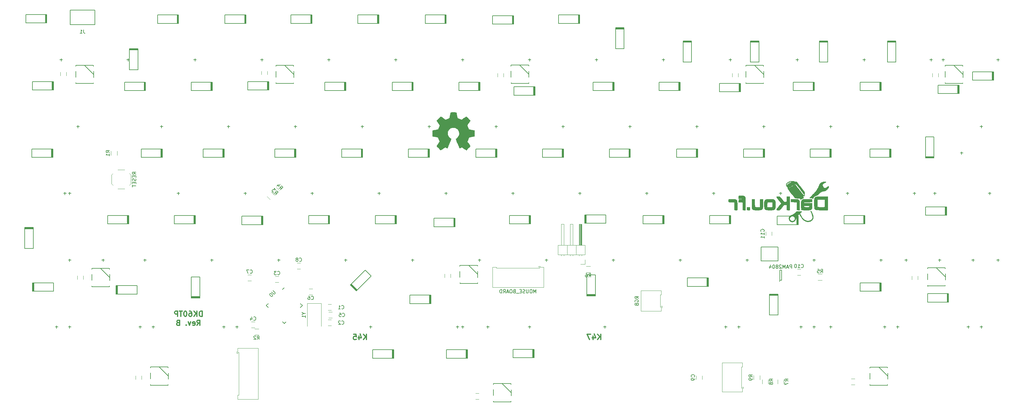
<source format=gbo>
G04 #@! TF.FileFunction,Legend,Bot*
%FSLAX46Y46*%
G04 Gerber Fmt 4.6, Leading zero omitted, Abs format (unit mm)*
G04 Created by KiCad (PCBNEW 4.0.7+dfsg1-1) date Sat Oct 21 15:09:21 2017*
%MOMM*%
%LPD*%
G01*
G04 APERTURE LIST*
%ADD10C,0.100000*%
%ADD11C,0.300000*%
%ADD12C,0.120000*%
%ADD13C,0.150000*%
%ADD14C,0.200000*%
%ADD15C,0.010000*%
%ADD16C,0.203200*%
%ADD17C,0.304800*%
G04 APERTURE END LIST*
D10*
D11*
X116106606Y-127259821D02*
X116106606Y-125759821D01*
X115749463Y-125759821D01*
X115535178Y-125831250D01*
X115392320Y-125974107D01*
X115320892Y-126116964D01*
X115249463Y-126402679D01*
X115249463Y-126616964D01*
X115320892Y-126902679D01*
X115392320Y-127045536D01*
X115535178Y-127188393D01*
X115749463Y-127259821D01*
X116106606Y-127259821D01*
X114606606Y-127259821D02*
X114606606Y-125759821D01*
X113749463Y-127259821D02*
X114392320Y-126402679D01*
X113749463Y-125759821D02*
X114606606Y-126616964D01*
X112463749Y-125759821D02*
X112749463Y-125759821D01*
X112892320Y-125831250D01*
X112963749Y-125902679D01*
X113106606Y-126116964D01*
X113178035Y-126402679D01*
X113178035Y-126974107D01*
X113106606Y-127116964D01*
X113035178Y-127188393D01*
X112892320Y-127259821D01*
X112606606Y-127259821D01*
X112463749Y-127188393D01*
X112392320Y-127116964D01*
X112320892Y-126974107D01*
X112320892Y-126616964D01*
X112392320Y-126474107D01*
X112463749Y-126402679D01*
X112606606Y-126331250D01*
X112892320Y-126331250D01*
X113035178Y-126402679D01*
X113106606Y-126474107D01*
X113178035Y-126616964D01*
X111392321Y-125759821D02*
X111249464Y-125759821D01*
X111106607Y-125831250D01*
X111035178Y-125902679D01*
X110963749Y-126045536D01*
X110892321Y-126331250D01*
X110892321Y-126688393D01*
X110963749Y-126974107D01*
X111035178Y-127116964D01*
X111106607Y-127188393D01*
X111249464Y-127259821D01*
X111392321Y-127259821D01*
X111535178Y-127188393D01*
X111606607Y-127116964D01*
X111678035Y-126974107D01*
X111749464Y-126688393D01*
X111749464Y-126331250D01*
X111678035Y-126045536D01*
X111606607Y-125902679D01*
X111535178Y-125831250D01*
X111392321Y-125759821D01*
X110463750Y-125759821D02*
X109606607Y-125759821D01*
X110035178Y-127259821D02*
X110035178Y-125759821D01*
X109106607Y-127259821D02*
X109106607Y-125759821D01*
X108535179Y-125759821D01*
X108392321Y-125831250D01*
X108320893Y-125902679D01*
X108249464Y-126045536D01*
X108249464Y-126259821D01*
X108320893Y-126402679D01*
X108392321Y-126474107D01*
X108535179Y-126545536D01*
X109106607Y-126545536D01*
X114642321Y-129809821D02*
X115142321Y-129095536D01*
X115499464Y-129809821D02*
X115499464Y-128309821D01*
X114928036Y-128309821D01*
X114785178Y-128381250D01*
X114713750Y-128452679D01*
X114642321Y-128595536D01*
X114642321Y-128809821D01*
X114713750Y-128952679D01*
X114785178Y-129024107D01*
X114928036Y-129095536D01*
X115499464Y-129095536D01*
X113428036Y-129738393D02*
X113570893Y-129809821D01*
X113856607Y-129809821D01*
X113999464Y-129738393D01*
X114070893Y-129595536D01*
X114070893Y-129024107D01*
X113999464Y-128881250D01*
X113856607Y-128809821D01*
X113570893Y-128809821D01*
X113428036Y-128881250D01*
X113356607Y-129024107D01*
X113356607Y-129166964D01*
X114070893Y-129309821D01*
X112856607Y-128809821D02*
X112499464Y-129809821D01*
X112142322Y-128809821D01*
X111570893Y-129666964D02*
X111499465Y-129738393D01*
X111570893Y-129809821D01*
X111642322Y-129738393D01*
X111570893Y-129666964D01*
X111570893Y-129809821D01*
X109213750Y-129024107D02*
X108999464Y-129095536D01*
X108928036Y-129166964D01*
X108856607Y-129309821D01*
X108856607Y-129524107D01*
X108928036Y-129666964D01*
X108999464Y-129738393D01*
X109142322Y-129809821D01*
X109713750Y-129809821D01*
X109713750Y-128309821D01*
X109213750Y-128309821D01*
X109070893Y-128381250D01*
X108999464Y-128452679D01*
X108928036Y-128595536D01*
X108928036Y-128738393D01*
X108999464Y-128881250D01*
X109070893Y-128952679D01*
X109213750Y-129024107D01*
X109713750Y-129024107D01*
D12*
X246763750Y-124306250D02*
X247063750Y-124306250D01*
X247063750Y-124306250D02*
X247063750Y-124806250D01*
X246513750Y-122806250D02*
X246513750Y-124556250D01*
X246513750Y-124556250D02*
X246813750Y-124556250D01*
X246813750Y-124556250D02*
X246813750Y-125706250D01*
X246813750Y-125706250D02*
X241013750Y-125706250D01*
X241013750Y-125706250D02*
X241013750Y-122806250D01*
X246513750Y-122806250D02*
X246513750Y-121056250D01*
X246513750Y-121056250D02*
X246813750Y-121056250D01*
X246813750Y-121056250D02*
X246813750Y-119906250D01*
X246813750Y-119906250D02*
X241013750Y-119906250D01*
X241013750Y-119906250D02*
X241013750Y-122806250D01*
D13*
X134378476Y-124156250D02*
X134926484Y-124704258D01*
X144631524Y-124156250D02*
X144083516Y-123608242D01*
X139505000Y-129282774D02*
X138956992Y-128734766D01*
X139505000Y-119029726D02*
X138956992Y-119577734D01*
X144631524Y-124156250D02*
X144083516Y-124704258D01*
X139505000Y-129282774D02*
X140053008Y-128734766D01*
X134378476Y-124156250D02*
X134926484Y-123608242D01*
D12*
X152913750Y-125506250D02*
X151913750Y-125506250D01*
X151913750Y-123806250D02*
X152913750Y-123806250D01*
X152913750Y-129906250D02*
X151913750Y-129906250D01*
X151913750Y-128206250D02*
X152913750Y-128206250D01*
X136913750Y-115806250D02*
X137913750Y-115806250D01*
X137913750Y-117506250D02*
X136913750Y-117506250D01*
X130105000Y-128806250D02*
X131105000Y-128806250D01*
X131105000Y-130506250D02*
X130105000Y-130506250D01*
X152113750Y-126006250D02*
X153113750Y-126006250D01*
X153113750Y-127706250D02*
X152113750Y-127706250D01*
X147513750Y-121106250D02*
X146513750Y-121106250D01*
X146513750Y-119406250D02*
X147513750Y-119406250D01*
X129113750Y-115406250D02*
X130113750Y-115406250D01*
X130113750Y-117106250D02*
X129113750Y-117106250D01*
X144113750Y-113706250D02*
X143113750Y-113706250D01*
X143113750Y-112006250D02*
X144113750Y-112006250D01*
X256755000Y-145156250D02*
X256755000Y-144156250D01*
X258455000Y-144156250D02*
X258455000Y-145156250D01*
X285513750Y-113806250D02*
X286513750Y-113806250D01*
X286513750Y-115506250D02*
X285513750Y-115506250D01*
X276563750Y-104156250D02*
X276563750Y-103156250D01*
X278263750Y-103156250D02*
X278263750Y-104156250D01*
X186855000Y-115156250D02*
X186855000Y-116156250D01*
X185155000Y-116156250D02*
X185155000Y-115156250D01*
X82295000Y-115681250D02*
X82295000Y-116681250D01*
X80595000Y-116681250D02*
X80595000Y-115681250D01*
X77455000Y-57556250D02*
X77455000Y-58556250D01*
X75755000Y-58556250D02*
X75755000Y-57556250D01*
X134695000Y-57281250D02*
X134695000Y-58281250D01*
X132995000Y-58281250D02*
X132995000Y-57281250D01*
X201895000Y-57881250D02*
X201895000Y-58881250D01*
X200195000Y-58881250D02*
X200195000Y-57881250D01*
X268695000Y-57881250D02*
X268695000Y-58881250D01*
X266995000Y-58881250D02*
X266995000Y-57881250D01*
X325695000Y-57881250D02*
X325695000Y-58881250D01*
X323995000Y-58881250D02*
X323995000Y-57881250D01*
X319855000Y-115756250D02*
X319855000Y-116756250D01*
X318155000Y-116756250D02*
X318155000Y-115756250D01*
X300905000Y-145006250D02*
X301905000Y-145006250D01*
X301905000Y-146706250D02*
X300905000Y-146706250D01*
X193905000Y-149206250D02*
X194905000Y-149206250D01*
X194905000Y-150906250D02*
X193905000Y-150906250D01*
X98880000Y-144181250D02*
X98880000Y-145181250D01*
X97180000Y-145181250D02*
X97180000Y-144181250D01*
D14*
X71768750Y-43537500D02*
X71768750Y-41137500D01*
X71493750Y-41137500D02*
X71493750Y-43537500D01*
X71618750Y-41137500D02*
X71618750Y-43537500D01*
X71893750Y-41137500D02*
X65893750Y-41137500D01*
X65893750Y-41137500D02*
X65893750Y-43537500D01*
X65893750Y-43537500D02*
X71893750Y-43537500D01*
X71893750Y-43537500D02*
X71893750Y-41137500D01*
X73688750Y-62656250D02*
X73688750Y-60256250D01*
X73413750Y-60256250D02*
X73413750Y-62656250D01*
X73538750Y-60256250D02*
X73538750Y-62656250D01*
X73813750Y-60256250D02*
X67813750Y-60256250D01*
X67813750Y-60256250D02*
X67813750Y-62656250D01*
X67813750Y-62656250D02*
X73813750Y-62656250D01*
X73813750Y-62656250D02*
X73813750Y-60256250D01*
X73480000Y-81856250D02*
X73480000Y-79456250D01*
X73205000Y-79456250D02*
X73205000Y-81856250D01*
X73330000Y-79456250D02*
X73330000Y-81856250D01*
X73605000Y-79456250D02*
X67605000Y-79456250D01*
X67605000Y-79456250D02*
X67605000Y-81856250D01*
X67605000Y-81856250D02*
X73605000Y-81856250D01*
X73605000Y-81856250D02*
X73605000Y-79456250D01*
X68005000Y-101981250D02*
X65605000Y-101981250D01*
X65605000Y-102256250D02*
X68005000Y-102256250D01*
X65605000Y-102131250D02*
X68005000Y-102131250D01*
X65605000Y-101856250D02*
X65605000Y-107856250D01*
X65605000Y-107856250D02*
X68005000Y-107856250D01*
X68005000Y-107856250D02*
X68005000Y-101856250D01*
X68005000Y-101856250D02*
X65605000Y-101856250D01*
X67930000Y-117656250D02*
X67930000Y-120056250D01*
X68205000Y-120056250D02*
X68205000Y-117656250D01*
X68080000Y-120056250D02*
X68080000Y-117656250D01*
X67805000Y-120056250D02*
X73805000Y-120056250D01*
X73805000Y-120056250D02*
X73805000Y-117656250D01*
X73805000Y-117656250D02*
X67805000Y-117656250D01*
X67805000Y-117656250D02*
X67805000Y-120056250D01*
X185480000Y-43656250D02*
X185480000Y-41256250D01*
X185205000Y-41256250D02*
X185205000Y-43656250D01*
X185330000Y-41256250D02*
X185330000Y-43656250D01*
X185605000Y-41256250D02*
X179605000Y-41256250D01*
X179605000Y-41256250D02*
X179605000Y-43656250D01*
X179605000Y-43656250D02*
X185605000Y-43656250D01*
X185605000Y-43656250D02*
X185605000Y-41256250D01*
X97813750Y-50981250D02*
X95413750Y-50981250D01*
X95413750Y-51256250D02*
X97813750Y-51256250D01*
X95413750Y-51131250D02*
X97813750Y-51131250D01*
X95413750Y-50856250D02*
X95413750Y-56856250D01*
X95413750Y-56856250D02*
X97813750Y-56856250D01*
X97813750Y-56856250D02*
X97813750Y-50856250D01*
X97813750Y-50856250D02*
X95413750Y-50856250D01*
X99880000Y-62856250D02*
X99880000Y-60456250D01*
X99605000Y-60456250D02*
X99605000Y-62856250D01*
X99730000Y-60456250D02*
X99730000Y-62856250D01*
X100005000Y-60456250D02*
X94005000Y-60456250D01*
X94005000Y-60456250D02*
X94005000Y-62856250D01*
X94005000Y-62856250D02*
X100005000Y-62856250D01*
X100005000Y-62856250D02*
X100005000Y-60456250D01*
X104680000Y-81856250D02*
X104680000Y-79456250D01*
X104405000Y-79456250D02*
X104405000Y-81856250D01*
X104530000Y-79456250D02*
X104530000Y-81856250D01*
X104805000Y-79456250D02*
X98805000Y-79456250D01*
X98805000Y-79456250D02*
X98805000Y-81856250D01*
X98805000Y-81856250D02*
X104805000Y-81856250D01*
X104805000Y-81856250D02*
X104805000Y-79456250D01*
X95080000Y-100856250D02*
X95080000Y-98456250D01*
X94805000Y-98456250D02*
X94805000Y-100856250D01*
X94930000Y-98456250D02*
X94930000Y-100856250D01*
X95205000Y-98456250D02*
X89205000Y-98456250D01*
X89205000Y-98456250D02*
X89205000Y-100856250D01*
X89205000Y-100856250D02*
X95205000Y-100856250D01*
X95205000Y-100856250D02*
X95205000Y-98456250D01*
X91738750Y-118456250D02*
X91738750Y-120856250D01*
X92013750Y-120856250D02*
X92013750Y-118456250D01*
X91888750Y-120856250D02*
X91888750Y-118456250D01*
X91613750Y-120856250D02*
X97613750Y-120856250D01*
X97613750Y-120856250D02*
X97613750Y-118456250D01*
X97613750Y-118456250D02*
X91613750Y-118456250D01*
X91613750Y-118456250D02*
X91613750Y-120856250D01*
X109280000Y-43656250D02*
X109280000Y-41256250D01*
X109005000Y-41256250D02*
X109005000Y-43656250D01*
X109130000Y-41256250D02*
X109130000Y-43656250D01*
X109405000Y-41256250D02*
X103405000Y-41256250D01*
X103405000Y-41256250D02*
X103405000Y-43656250D01*
X103405000Y-43656250D02*
X109405000Y-43656250D01*
X109405000Y-43656250D02*
X109405000Y-41256250D01*
X118880000Y-62856250D02*
X118880000Y-60456250D01*
X118605000Y-60456250D02*
X118605000Y-62856250D01*
X118730000Y-60456250D02*
X118730000Y-62856250D01*
X119005000Y-60456250D02*
X113005000Y-60456250D01*
X113005000Y-60456250D02*
X113005000Y-62856250D01*
X113005000Y-62856250D02*
X119005000Y-62856250D01*
X119005000Y-62856250D02*
X119005000Y-60456250D01*
X122288750Y-81856250D02*
X122288750Y-79456250D01*
X122013750Y-79456250D02*
X122013750Y-81856250D01*
X122138750Y-79456250D02*
X122138750Y-81856250D01*
X122413750Y-79456250D02*
X116413750Y-79456250D01*
X116413750Y-79456250D02*
X116413750Y-81856250D01*
X116413750Y-81856250D02*
X122413750Y-81856250D01*
X122413750Y-81856250D02*
X122413750Y-79456250D01*
X114080000Y-100856250D02*
X114080000Y-98456250D01*
X113805000Y-98456250D02*
X113805000Y-100856250D01*
X113930000Y-98456250D02*
X113930000Y-100856250D01*
X114205000Y-98456250D02*
X108205000Y-98456250D01*
X108205000Y-98456250D02*
X108205000Y-100856250D01*
X108205000Y-100856250D02*
X114205000Y-100856250D01*
X114205000Y-100856250D02*
X114205000Y-98456250D01*
X113045000Y-121856250D02*
X115445000Y-121856250D01*
X115445000Y-121581250D02*
X113045000Y-121581250D01*
X115445000Y-121706250D02*
X113045000Y-121706250D01*
X115445000Y-121981250D02*
X115445000Y-115981250D01*
X115445000Y-115981250D02*
X113045000Y-115981250D01*
X113045000Y-115981250D02*
X113045000Y-121981250D01*
X113045000Y-121981250D02*
X115445000Y-121981250D01*
X128480000Y-43656250D02*
X128480000Y-41256250D01*
X128205000Y-41256250D02*
X128205000Y-43656250D01*
X128330000Y-41256250D02*
X128330000Y-43656250D01*
X128605000Y-41256250D02*
X122605000Y-41256250D01*
X122605000Y-41256250D02*
X122605000Y-43656250D01*
X122605000Y-43656250D02*
X128605000Y-43656250D01*
X128605000Y-43656250D02*
X128605000Y-41256250D01*
X134980000Y-62656250D02*
X134980000Y-60256250D01*
X134705000Y-60256250D02*
X134705000Y-62656250D01*
X134830000Y-60256250D02*
X134830000Y-62656250D01*
X135105000Y-60256250D02*
X129105000Y-60256250D01*
X129105000Y-60256250D02*
X129105000Y-62656250D01*
X129105000Y-62656250D02*
X135105000Y-62656250D01*
X135105000Y-62656250D02*
X135105000Y-60256250D01*
X142680000Y-81856250D02*
X142680000Y-79456250D01*
X142405000Y-79456250D02*
X142405000Y-81856250D01*
X142530000Y-79456250D02*
X142530000Y-81856250D01*
X142805000Y-79456250D02*
X136805000Y-79456250D01*
X136805000Y-79456250D02*
X136805000Y-81856250D01*
X136805000Y-81856250D02*
X142805000Y-81856250D01*
X142805000Y-81856250D02*
X142805000Y-79456250D01*
X133280000Y-101056250D02*
X133280000Y-98656250D01*
X133005000Y-98656250D02*
X133005000Y-101056250D01*
X133130000Y-98656250D02*
X133130000Y-101056250D01*
X133405000Y-98656250D02*
X127405000Y-98656250D01*
X127405000Y-98656250D02*
X127405000Y-101056250D01*
X127405000Y-101056250D02*
X133405000Y-101056250D01*
X133405000Y-101056250D02*
X133405000Y-98656250D01*
X170505000Y-139156250D02*
X170505000Y-136756250D01*
X170230000Y-136756250D02*
X170230000Y-139156250D01*
X170355000Y-136756250D02*
X170355000Y-139156250D01*
X170630000Y-136756250D02*
X164630000Y-136756250D01*
X164630000Y-136756250D02*
X164630000Y-139156250D01*
X164630000Y-139156250D02*
X170630000Y-139156250D01*
X170630000Y-139156250D02*
X170630000Y-136756250D01*
X147280000Y-43656250D02*
X147280000Y-41256250D01*
X147005000Y-41256250D02*
X147005000Y-43656250D01*
X147130000Y-41256250D02*
X147130000Y-43656250D01*
X147405000Y-41256250D02*
X141405000Y-41256250D01*
X141405000Y-41256250D02*
X141405000Y-43656250D01*
X141405000Y-43656250D02*
X147405000Y-43656250D01*
X147405000Y-43656250D02*
X147405000Y-41256250D01*
X156880000Y-62856250D02*
X156880000Y-60456250D01*
X156605000Y-60456250D02*
X156605000Y-62856250D01*
X156730000Y-60456250D02*
X156730000Y-62856250D01*
X157005000Y-60456250D02*
X151005000Y-60456250D01*
X151005000Y-60456250D02*
X151005000Y-62856250D01*
X151005000Y-62856250D02*
X157005000Y-62856250D01*
X157005000Y-62856250D02*
X157005000Y-60456250D01*
X161680000Y-81856250D02*
X161680000Y-79456250D01*
X161405000Y-79456250D02*
X161405000Y-81856250D01*
X161530000Y-79456250D02*
X161530000Y-81856250D01*
X161805000Y-79456250D02*
X155805000Y-79456250D01*
X155805000Y-79456250D02*
X155805000Y-81856250D01*
X155805000Y-81856250D02*
X161805000Y-81856250D01*
X161805000Y-81856250D02*
X161805000Y-79456250D01*
X152280000Y-100856250D02*
X152280000Y-98456250D01*
X152005000Y-98456250D02*
X152005000Y-100856250D01*
X152130000Y-98456250D02*
X152130000Y-100856250D01*
X152405000Y-98456250D02*
X146405000Y-98456250D01*
X146405000Y-98456250D02*
X146405000Y-100856250D01*
X146405000Y-100856250D02*
X152405000Y-100856250D01*
X152405000Y-100856250D02*
X152405000Y-98456250D01*
X191505000Y-139156250D02*
X191505000Y-136756250D01*
X191230000Y-136756250D02*
X191230000Y-139156250D01*
X191355000Y-136756250D02*
X191355000Y-139156250D01*
X191630000Y-136756250D02*
X185630000Y-136756250D01*
X185630000Y-136756250D02*
X185630000Y-139156250D01*
X185630000Y-139156250D02*
X191630000Y-139156250D01*
X191630000Y-139156250D02*
X191630000Y-136756250D01*
X166280000Y-43656250D02*
X166280000Y-41256250D01*
X166005000Y-41256250D02*
X166005000Y-43656250D01*
X166130000Y-41256250D02*
X166130000Y-43656250D01*
X166405000Y-41256250D02*
X160405000Y-41256250D01*
X160405000Y-41256250D02*
X160405000Y-43656250D01*
X160405000Y-43656250D02*
X166405000Y-43656250D01*
X166405000Y-43656250D02*
X166405000Y-41256250D01*
X176080000Y-62856250D02*
X176080000Y-60456250D01*
X175805000Y-60456250D02*
X175805000Y-62856250D01*
X175930000Y-60456250D02*
X175930000Y-62856250D01*
X176205000Y-60456250D02*
X170205000Y-60456250D01*
X170205000Y-60456250D02*
X170205000Y-62856250D01*
X170205000Y-62856250D02*
X176205000Y-62856250D01*
X176205000Y-62856250D02*
X176205000Y-60456250D01*
X180680000Y-81856250D02*
X180680000Y-79456250D01*
X180405000Y-79456250D02*
X180405000Y-81856250D01*
X180530000Y-79456250D02*
X180530000Y-81856250D01*
X180805000Y-79456250D02*
X174805000Y-79456250D01*
X174805000Y-79456250D02*
X174805000Y-81856250D01*
X174805000Y-81856250D02*
X180805000Y-81856250D01*
X180805000Y-81856250D02*
X180805000Y-79456250D01*
X171280000Y-100856250D02*
X171280000Y-98456250D01*
X171005000Y-98456250D02*
X171005000Y-100856250D01*
X171130000Y-98456250D02*
X171130000Y-100856250D01*
X171405000Y-98456250D02*
X165405000Y-98456250D01*
X165405000Y-98456250D02*
X165405000Y-100856250D01*
X165405000Y-100856250D02*
X171405000Y-100856250D01*
X171405000Y-100856250D02*
X171405000Y-98456250D01*
X158390869Y-118182075D02*
X160087925Y-119879131D01*
X160282379Y-119684677D02*
X158585323Y-117987621D01*
X160193991Y-119773065D02*
X158496935Y-118076009D01*
X159999536Y-119967520D02*
X164242177Y-115724879D01*
X164242177Y-115724879D02*
X162545121Y-114027823D01*
X162545121Y-114027823D02*
X158302480Y-118270464D01*
X158302480Y-118270464D02*
X159999536Y-119967520D01*
X195080000Y-62856250D02*
X195080000Y-60456250D01*
X194805000Y-60456250D02*
X194805000Y-62856250D01*
X194930000Y-60456250D02*
X194930000Y-62856250D01*
X195205000Y-60456250D02*
X189205000Y-60456250D01*
X189205000Y-60456250D02*
X189205000Y-62856250D01*
X189205000Y-62856250D02*
X195205000Y-62856250D01*
X195205000Y-62856250D02*
X195205000Y-60456250D01*
X199880000Y-81856250D02*
X199880000Y-79456250D01*
X199605000Y-79456250D02*
X199605000Y-81856250D01*
X199730000Y-79456250D02*
X199730000Y-81856250D01*
X200005000Y-79456250D02*
X194005000Y-79456250D01*
X194005000Y-79456250D02*
X194005000Y-81856250D01*
X194005000Y-81856250D02*
X200005000Y-81856250D01*
X200005000Y-81856250D02*
X200005000Y-79456250D01*
X188005000Y-101656250D02*
X188005000Y-99256250D01*
X187730000Y-99256250D02*
X187730000Y-101656250D01*
X187855000Y-99256250D02*
X187855000Y-101656250D01*
X188130000Y-99256250D02*
X182130000Y-99256250D01*
X182130000Y-99256250D02*
X182130000Y-101656250D01*
X182130000Y-101656250D02*
X188130000Y-101656250D01*
X188130000Y-101656250D02*
X188130000Y-99256250D01*
X181120000Y-123581250D02*
X181120000Y-121181250D01*
X180845000Y-121181250D02*
X180845000Y-123581250D01*
X180970000Y-121181250D02*
X180970000Y-123581250D01*
X181245000Y-121181250D02*
X175245000Y-121181250D01*
X175245000Y-121181250D02*
X175245000Y-123581250D01*
X175245000Y-123581250D02*
X181245000Y-123581250D01*
X181245000Y-123581250D02*
X181245000Y-121181250D01*
X204680000Y-43856250D02*
X204680000Y-41456250D01*
X204405000Y-41456250D02*
X204405000Y-43856250D01*
X204530000Y-41456250D02*
X204530000Y-43856250D01*
X204805000Y-41456250D02*
X198805000Y-41456250D01*
X198805000Y-41456250D02*
X198805000Y-43856250D01*
X198805000Y-43856250D02*
X204805000Y-43856250D01*
X204805000Y-43856250D02*
X204805000Y-41456250D01*
X210730000Y-64156250D02*
X210730000Y-61756250D01*
X210455000Y-61756250D02*
X210455000Y-64156250D01*
X210580000Y-61756250D02*
X210580000Y-64156250D01*
X210855000Y-61756250D02*
X204855000Y-61756250D01*
X204855000Y-61756250D02*
X204855000Y-64156250D01*
X204855000Y-64156250D02*
X210855000Y-64156250D01*
X210855000Y-64156250D02*
X210855000Y-61756250D01*
X218880000Y-81856250D02*
X218880000Y-79456250D01*
X218605000Y-79456250D02*
X218605000Y-81856250D01*
X218730000Y-79456250D02*
X218730000Y-81856250D01*
X219005000Y-79456250D02*
X213005000Y-79456250D01*
X213005000Y-79456250D02*
X213005000Y-81856250D01*
X213005000Y-81856250D02*
X219005000Y-81856250D01*
X219005000Y-81856250D02*
X219005000Y-79456250D01*
X209480000Y-100856250D02*
X209480000Y-98456250D01*
X209205000Y-98456250D02*
X209205000Y-100856250D01*
X209330000Y-98456250D02*
X209330000Y-100856250D01*
X209605000Y-98456250D02*
X203605000Y-98456250D01*
X203605000Y-98456250D02*
X203605000Y-100856250D01*
X203605000Y-100856250D02*
X209605000Y-100856250D01*
X209605000Y-100856250D02*
X209605000Y-98456250D01*
X223480000Y-43656250D02*
X223480000Y-41256250D01*
X223205000Y-41256250D02*
X223205000Y-43656250D01*
X223330000Y-41256250D02*
X223330000Y-43656250D01*
X223605000Y-41256250D02*
X217605000Y-41256250D01*
X217605000Y-41256250D02*
X217605000Y-43656250D01*
X217605000Y-43656250D02*
X223605000Y-43656250D01*
X223605000Y-43656250D02*
X223605000Y-41256250D01*
X233280000Y-62856250D02*
X233280000Y-60456250D01*
X233005000Y-60456250D02*
X233005000Y-62856250D01*
X233130000Y-60456250D02*
X233130000Y-62856250D01*
X233405000Y-60456250D02*
X227405000Y-60456250D01*
X227405000Y-60456250D02*
X227405000Y-62856250D01*
X227405000Y-62856250D02*
X233405000Y-62856250D01*
X233405000Y-62856250D02*
X233405000Y-60456250D01*
X237880000Y-81856250D02*
X237880000Y-79456250D01*
X237605000Y-79456250D02*
X237605000Y-81856250D01*
X237730000Y-79456250D02*
X237730000Y-81856250D01*
X238005000Y-79456250D02*
X232005000Y-79456250D01*
X232005000Y-79456250D02*
X232005000Y-81856250D01*
X232005000Y-81856250D02*
X238005000Y-81856250D01*
X238005000Y-81856250D02*
X238005000Y-79456250D01*
X225138750Y-98256250D02*
X225138750Y-100656250D01*
X225413750Y-100656250D02*
X225413750Y-98256250D01*
X225288750Y-100656250D02*
X225288750Y-98256250D01*
X225013750Y-100656250D02*
X231013750Y-100656250D01*
X231013750Y-100656250D02*
X231013750Y-98256250D01*
X231013750Y-98256250D02*
X225013750Y-98256250D01*
X225013750Y-98256250D02*
X225013750Y-100656250D01*
X236205000Y-44981250D02*
X233805000Y-44981250D01*
X233805000Y-45256250D02*
X236205000Y-45256250D01*
X233805000Y-45131250D02*
X236205000Y-45131250D01*
X233805000Y-44856250D02*
X233805000Y-50856250D01*
X233805000Y-50856250D02*
X236205000Y-50856250D01*
X236205000Y-50856250D02*
X236205000Y-44856250D01*
X236205000Y-44856250D02*
X233805000Y-44856250D01*
X252080000Y-62856250D02*
X252080000Y-60456250D01*
X251805000Y-60456250D02*
X251805000Y-62856250D01*
X251930000Y-60456250D02*
X251930000Y-62856250D01*
X252205000Y-60456250D02*
X246205000Y-60456250D01*
X246205000Y-60456250D02*
X246205000Y-62856250D01*
X246205000Y-62856250D02*
X252205000Y-62856250D01*
X252205000Y-62856250D02*
X252205000Y-60456250D01*
X257080000Y-81856250D02*
X257080000Y-79456250D01*
X256805000Y-79456250D02*
X256805000Y-81856250D01*
X256930000Y-79456250D02*
X256930000Y-81856250D01*
X257205000Y-79456250D02*
X251205000Y-79456250D01*
X251205000Y-79456250D02*
X251205000Y-81856250D01*
X251205000Y-81856250D02*
X257205000Y-81856250D01*
X257205000Y-81856250D02*
X257205000Y-79456250D01*
X247480000Y-100856250D02*
X247480000Y-98456250D01*
X247205000Y-98456250D02*
X247205000Y-100856250D01*
X247330000Y-98456250D02*
X247330000Y-100856250D01*
X247605000Y-98456250D02*
X241605000Y-98456250D01*
X241605000Y-98456250D02*
X241605000Y-100856250D01*
X241605000Y-100856250D02*
X247605000Y-100856250D01*
X247605000Y-100856250D02*
X247605000Y-98456250D01*
X341280000Y-59856250D02*
X341280000Y-57456250D01*
X341005000Y-57456250D02*
X341005000Y-59856250D01*
X341130000Y-57456250D02*
X341130000Y-59856250D01*
X341405000Y-57456250D02*
X335405000Y-57456250D01*
X335405000Y-57456250D02*
X335405000Y-59856250D01*
X335405000Y-59856250D02*
X341405000Y-59856250D01*
X341405000Y-59856250D02*
X341405000Y-57456250D01*
X255405000Y-48781250D02*
X253005000Y-48781250D01*
X253005000Y-49056250D02*
X255405000Y-49056250D01*
X253005000Y-48931250D02*
X255405000Y-48931250D01*
X253005000Y-48656250D02*
X253005000Y-54656250D01*
X253005000Y-54656250D02*
X255405000Y-54656250D01*
X255405000Y-54656250D02*
X255405000Y-48656250D01*
X255405000Y-48656250D02*
X253005000Y-48656250D01*
X269230000Y-63156250D02*
X269230000Y-60756250D01*
X268955000Y-60756250D02*
X268955000Y-63156250D01*
X269080000Y-60756250D02*
X269080000Y-63156250D01*
X269355000Y-60756250D02*
X263355000Y-60756250D01*
X263355000Y-60756250D02*
X263355000Y-63156250D01*
X263355000Y-63156250D02*
X269355000Y-63156250D01*
X269355000Y-63156250D02*
X269355000Y-60756250D01*
X276080000Y-81856250D02*
X276080000Y-79456250D01*
X275805000Y-79456250D02*
X275805000Y-81856250D01*
X275930000Y-79456250D02*
X275930000Y-81856250D01*
X276205000Y-79456250D02*
X270205000Y-79456250D01*
X270205000Y-79456250D02*
X270205000Y-81856250D01*
X270205000Y-81856250D02*
X276205000Y-81856250D01*
X276205000Y-81856250D02*
X276205000Y-79456250D01*
X266480000Y-100856250D02*
X266480000Y-98456250D01*
X266205000Y-98456250D02*
X266205000Y-100856250D01*
X266330000Y-98456250D02*
X266330000Y-100856250D01*
X266605000Y-98456250D02*
X260605000Y-98456250D01*
X260605000Y-98456250D02*
X260605000Y-100856250D01*
X260605000Y-100856250D02*
X266605000Y-100856250D01*
X266605000Y-100856250D02*
X266605000Y-98456250D01*
X260080000Y-118656250D02*
X260080000Y-116256250D01*
X259805000Y-116256250D02*
X259805000Y-118656250D01*
X259930000Y-116256250D02*
X259930000Y-118656250D01*
X260205000Y-116256250D02*
X254205000Y-116256250D01*
X254205000Y-116256250D02*
X254205000Y-118656250D01*
X254205000Y-118656250D02*
X260205000Y-118656250D01*
X260205000Y-118656250D02*
X260205000Y-116256250D01*
X274605000Y-48781250D02*
X272205000Y-48781250D01*
X272205000Y-49056250D02*
X274605000Y-49056250D01*
X272205000Y-48931250D02*
X274605000Y-48931250D01*
X272205000Y-48656250D02*
X272205000Y-54656250D01*
X272205000Y-54656250D02*
X274605000Y-54656250D01*
X274605000Y-54656250D02*
X274605000Y-48656250D01*
X274605000Y-48656250D02*
X272205000Y-48656250D01*
X290280000Y-62856250D02*
X290280000Y-60456250D01*
X290005000Y-60456250D02*
X290005000Y-62856250D01*
X290130000Y-60456250D02*
X290130000Y-62856250D01*
X290405000Y-60456250D02*
X284405000Y-60456250D01*
X284405000Y-60456250D02*
X284405000Y-62856250D01*
X284405000Y-62856250D02*
X290405000Y-62856250D01*
X290405000Y-62856250D02*
X290405000Y-60456250D01*
X295080000Y-81856250D02*
X295080000Y-79456250D01*
X294805000Y-79456250D02*
X294805000Y-81856250D01*
X294930000Y-79456250D02*
X294930000Y-81856250D01*
X295205000Y-79456250D02*
X289205000Y-79456250D01*
X289205000Y-79456250D02*
X289205000Y-81856250D01*
X289205000Y-81856250D02*
X295205000Y-81856250D01*
X295205000Y-81856250D02*
X295205000Y-79456250D01*
X285680000Y-101056250D02*
X285680000Y-98656250D01*
X285405000Y-98656250D02*
X285405000Y-101056250D01*
X285530000Y-98656250D02*
X285530000Y-101056250D01*
X285805000Y-98656250D02*
X279805000Y-98656250D01*
X279805000Y-98656250D02*
X279805000Y-101056250D01*
X279805000Y-101056250D02*
X285805000Y-101056250D01*
X285805000Y-101056250D02*
X285805000Y-98656250D01*
X280013750Y-120981250D02*
X277613750Y-120981250D01*
X277613750Y-121256250D02*
X280013750Y-121256250D01*
X277613750Y-121131250D02*
X280013750Y-121131250D01*
X277613750Y-120856250D02*
X277613750Y-126856250D01*
X277613750Y-126856250D02*
X280013750Y-126856250D01*
X280013750Y-126856250D02*
X280013750Y-120856250D01*
X280013750Y-120856250D02*
X277613750Y-120856250D01*
X309280000Y-62856250D02*
X309280000Y-60456250D01*
X309005000Y-60456250D02*
X309005000Y-62856250D01*
X309130000Y-60456250D02*
X309130000Y-62856250D01*
X309405000Y-60456250D02*
X303405000Y-60456250D01*
X303405000Y-60456250D02*
X303405000Y-62856250D01*
X303405000Y-62856250D02*
X309405000Y-62856250D01*
X309405000Y-62856250D02*
X309405000Y-60456250D01*
X312088750Y-81856250D02*
X312088750Y-79456250D01*
X311813750Y-79456250D02*
X311813750Y-81856250D01*
X311938750Y-79456250D02*
X311938750Y-81856250D01*
X312213750Y-79456250D02*
X306213750Y-79456250D01*
X306213750Y-79456250D02*
X306213750Y-81856250D01*
X306213750Y-81856250D02*
X312213750Y-81856250D01*
X312213750Y-81856250D02*
X312213750Y-79456250D01*
X304680000Y-100856250D02*
X304680000Y-98456250D01*
X304405000Y-98456250D02*
X304405000Y-100856250D01*
X304530000Y-98456250D02*
X304530000Y-100856250D01*
X304805000Y-98456250D02*
X298805000Y-98456250D01*
X298805000Y-98456250D02*
X298805000Y-100856250D01*
X298805000Y-100856250D02*
X304805000Y-100856250D01*
X304805000Y-100856250D02*
X304805000Y-98456250D01*
X309280000Y-120056250D02*
X309280000Y-117656250D01*
X309005000Y-117656250D02*
X309005000Y-120056250D01*
X309130000Y-117656250D02*
X309130000Y-120056250D01*
X309405000Y-117656250D02*
X303405000Y-117656250D01*
X303405000Y-117656250D02*
X303405000Y-120056250D01*
X303405000Y-120056250D02*
X309405000Y-120056250D01*
X309405000Y-120056250D02*
X309405000Y-117656250D01*
X313613750Y-48781250D02*
X311213750Y-48781250D01*
X311213750Y-49056250D02*
X313613750Y-49056250D01*
X311213750Y-48931250D02*
X313613750Y-48931250D01*
X311213750Y-48656250D02*
X311213750Y-54656250D01*
X311213750Y-54656250D02*
X313613750Y-54656250D01*
X313613750Y-54656250D02*
X313613750Y-48656250D01*
X313613750Y-48656250D02*
X311213750Y-48656250D01*
X331480000Y-63656250D02*
X331480000Y-61256250D01*
X331205000Y-61256250D02*
X331205000Y-63656250D01*
X331330000Y-61256250D02*
X331330000Y-63656250D01*
X331605000Y-61256250D02*
X325605000Y-61256250D01*
X325605000Y-61256250D02*
X325605000Y-63656250D01*
X325605000Y-63656250D02*
X331605000Y-63656250D01*
X331605000Y-63656250D02*
X331605000Y-61256250D01*
X322013750Y-81931250D02*
X324413750Y-81931250D01*
X324413750Y-81656250D02*
X322013750Y-81656250D01*
X324413750Y-81781250D02*
X322013750Y-81781250D01*
X324413750Y-82056250D02*
X324413750Y-76056250D01*
X324413750Y-76056250D02*
X322013750Y-76056250D01*
X322013750Y-76056250D02*
X322013750Y-82056250D01*
X322013750Y-82056250D02*
X324413750Y-82056250D01*
X327920000Y-98381250D02*
X327920000Y-95981250D01*
X327645000Y-95981250D02*
X327645000Y-98381250D01*
X327770000Y-95981250D02*
X327770000Y-98381250D01*
X328045000Y-95981250D02*
X322045000Y-95981250D01*
X322045000Y-95981250D02*
X322045000Y-98381250D01*
X322045000Y-98381250D02*
X328045000Y-98381250D01*
X328045000Y-98381250D02*
X328045000Y-95981250D01*
X328480000Y-123156250D02*
X328480000Y-120756250D01*
X328205000Y-120756250D02*
X328205000Y-123156250D01*
X328330000Y-120756250D02*
X328330000Y-123156250D01*
X328605000Y-120756250D02*
X322605000Y-120756250D01*
X322605000Y-120756250D02*
X322605000Y-123156250D01*
X322605000Y-123156250D02*
X328605000Y-123156250D01*
X328605000Y-123156250D02*
X328605000Y-120756250D01*
X294213750Y-48781250D02*
X291813750Y-48781250D01*
X291813750Y-49056250D02*
X294213750Y-49056250D01*
X291813750Y-48931250D02*
X294213750Y-48931250D01*
X291813750Y-48656250D02*
X291813750Y-54656250D01*
X291813750Y-54656250D02*
X294213750Y-54656250D01*
X294213750Y-54656250D02*
X294213750Y-48656250D01*
X294213750Y-48656250D02*
X291813750Y-48656250D01*
D13*
X280013750Y-111456250D02*
X280013750Y-107456250D01*
X275213750Y-111456250D02*
X280013750Y-111456250D01*
X275213750Y-107456250D02*
X275213750Y-111456250D01*
X280013750Y-107456250D02*
X275213750Y-107456250D01*
D15*
G36*
X285656669Y-97299759D02*
X285481977Y-97303518D01*
X285364984Y-97310024D01*
X285330707Y-97314847D01*
X285256786Y-97354461D01*
X285142551Y-97440035D01*
X285006750Y-97556868D01*
X284928541Y-97630206D01*
X284689862Y-97840039D01*
X284426003Y-98036553D01*
X284159558Y-98204837D01*
X283913121Y-98329976D01*
X283805815Y-98371259D01*
X283549327Y-98495580D01*
X283346009Y-98672532D01*
X283199851Y-98888842D01*
X283114839Y-99131237D01*
X283094961Y-99386441D01*
X283144205Y-99641181D01*
X283266559Y-99882185D01*
X283328048Y-99961600D01*
X283538445Y-100146018D01*
X283786231Y-100260838D01*
X284056926Y-100303383D01*
X284336054Y-100270976D01*
X284556733Y-100188773D01*
X284696408Y-100108412D01*
X284807766Y-100013671D01*
X284903924Y-99887550D01*
X284997995Y-99713054D01*
X285096396Y-99489353D01*
X285196428Y-99261451D01*
X285248083Y-99159332D01*
X284774826Y-99159332D01*
X284772953Y-99281015D01*
X284766268Y-99379588D01*
X284752376Y-99537817D01*
X284730133Y-99639969D01*
X284686672Y-99714512D01*
X284609124Y-99789915D01*
X284563252Y-99828724D01*
X284358893Y-99970756D01*
X284167916Y-100036291D01*
X283973666Y-100027991D01*
X283772816Y-99955056D01*
X283576836Y-99820286D01*
X283446902Y-99647314D01*
X283382573Y-99450358D01*
X283383408Y-99243636D01*
X283448965Y-99041366D01*
X283578803Y-98857765D01*
X283772481Y-98707051D01*
X283812231Y-98685463D01*
X284023804Y-98616767D01*
X284230050Y-98631333D01*
X284432728Y-98729633D01*
X284627008Y-98904803D01*
X284710494Y-99000682D01*
X284756886Y-99075706D01*
X284774826Y-99159332D01*
X285248083Y-99159332D01*
X285300482Y-99055745D01*
X285417423Y-98860097D01*
X285556113Y-98662367D01*
X285725416Y-98450417D01*
X285934196Y-98212108D01*
X286191314Y-97935303D01*
X286360394Y-97758250D01*
X286787834Y-97313750D01*
X286110500Y-97301648D01*
X285871897Y-97299039D01*
X285656669Y-97299759D01*
X285656669Y-97299759D01*
G37*
X285656669Y-97299759D02*
X285481977Y-97303518D01*
X285364984Y-97310024D01*
X285330707Y-97314847D01*
X285256786Y-97354461D01*
X285142551Y-97440035D01*
X285006750Y-97556868D01*
X284928541Y-97630206D01*
X284689862Y-97840039D01*
X284426003Y-98036553D01*
X284159558Y-98204837D01*
X283913121Y-98329976D01*
X283805815Y-98371259D01*
X283549327Y-98495580D01*
X283346009Y-98672532D01*
X283199851Y-98888842D01*
X283114839Y-99131237D01*
X283094961Y-99386441D01*
X283144205Y-99641181D01*
X283266559Y-99882185D01*
X283328048Y-99961600D01*
X283538445Y-100146018D01*
X283786231Y-100260838D01*
X284056926Y-100303383D01*
X284336054Y-100270976D01*
X284556733Y-100188773D01*
X284696408Y-100108412D01*
X284807766Y-100013671D01*
X284903924Y-99887550D01*
X284997995Y-99713054D01*
X285096396Y-99489353D01*
X285196428Y-99261451D01*
X285248083Y-99159332D01*
X284774826Y-99159332D01*
X284772953Y-99281015D01*
X284766268Y-99379588D01*
X284752376Y-99537817D01*
X284730133Y-99639969D01*
X284686672Y-99714512D01*
X284609124Y-99789915D01*
X284563252Y-99828724D01*
X284358893Y-99970756D01*
X284167916Y-100036291D01*
X283973666Y-100027991D01*
X283772816Y-99955056D01*
X283576836Y-99820286D01*
X283446902Y-99647314D01*
X283382573Y-99450358D01*
X283383408Y-99243636D01*
X283448965Y-99041366D01*
X283578803Y-98857765D01*
X283772481Y-98707051D01*
X283812231Y-98685463D01*
X284023804Y-98616767D01*
X284230050Y-98631333D01*
X284432728Y-98729633D01*
X284627008Y-98904803D01*
X284710494Y-99000682D01*
X284756886Y-99075706D01*
X284774826Y-99159332D01*
X285248083Y-99159332D01*
X285300482Y-99055745D01*
X285417423Y-98860097D01*
X285556113Y-98662367D01*
X285725416Y-98450417D01*
X285934196Y-98212108D01*
X286191314Y-97935303D01*
X286360394Y-97758250D01*
X286787834Y-97313750D01*
X286110500Y-97301648D01*
X285871897Y-97299039D01*
X285656669Y-97299759D01*
G36*
X289295299Y-97176200D02*
X289272930Y-97185706D01*
X289284089Y-97226638D01*
X289324324Y-97326933D01*
X289386515Y-97469414D01*
X289431770Y-97568796D01*
X289584012Y-97927366D01*
X289707578Y-98277585D01*
X289795436Y-98597673D01*
X289835475Y-98818932D01*
X289842938Y-99089525D01*
X289786733Y-99317038D01*
X289660281Y-99520915D01*
X289562406Y-99626157D01*
X289308226Y-99815618D01*
X289012087Y-99940608D01*
X288689021Y-99999273D01*
X288354061Y-99989756D01*
X288022236Y-99910203D01*
X287849862Y-99837575D01*
X287533091Y-99639468D01*
X287224572Y-99363823D01*
X286930540Y-99017746D01*
X286657232Y-98608339D01*
X286470726Y-98266250D01*
X286392286Y-98109736D01*
X286341399Y-98017252D01*
X286306674Y-97977648D01*
X286276722Y-97979773D01*
X286240152Y-98012479D01*
X286226044Y-98026730D01*
X286194681Y-98065067D01*
X286185223Y-98109599D01*
X286202040Y-98177188D01*
X286249501Y-98284694D01*
X286331973Y-98448980D01*
X286338996Y-98462701D01*
X286623585Y-98951611D01*
X286938144Y-99366469D01*
X287280650Y-99705064D01*
X287649080Y-99965188D01*
X287776943Y-100033897D01*
X287941250Y-100111205D01*
X288075612Y-100159067D01*
X288213853Y-100185652D01*
X288389798Y-100199127D01*
X288475443Y-100202575D01*
X288690820Y-100205339D01*
X288856862Y-100192948D01*
X289008214Y-100161011D01*
X289143421Y-100117943D01*
X289459188Y-99980673D01*
X289700621Y-99812341D01*
X289874613Y-99605775D01*
X289988058Y-99353802D01*
X290025969Y-99199505D01*
X290043884Y-98929990D01*
X290008606Y-98609433D01*
X289923077Y-98250175D01*
X289790241Y-97864557D01*
X289613041Y-97464917D01*
X289611561Y-97461916D01*
X289528075Y-97301267D01*
X289465918Y-97206113D01*
X289414719Y-97163441D01*
X289370167Y-97159024D01*
X289295299Y-97176200D01*
X289295299Y-97176200D01*
G37*
X289295299Y-97176200D02*
X289272930Y-97185706D01*
X289284089Y-97226638D01*
X289324324Y-97326933D01*
X289386515Y-97469414D01*
X289431770Y-97568796D01*
X289584012Y-97927366D01*
X289707578Y-98277585D01*
X289795436Y-98597673D01*
X289835475Y-98818932D01*
X289842938Y-99089525D01*
X289786733Y-99317038D01*
X289660281Y-99520915D01*
X289562406Y-99626157D01*
X289308226Y-99815618D01*
X289012087Y-99940608D01*
X288689021Y-99999273D01*
X288354061Y-99989756D01*
X288022236Y-99910203D01*
X287849862Y-99837575D01*
X287533091Y-99639468D01*
X287224572Y-99363823D01*
X286930540Y-99017746D01*
X286657232Y-98608339D01*
X286470726Y-98266250D01*
X286392286Y-98109736D01*
X286341399Y-98017252D01*
X286306674Y-97977648D01*
X286276722Y-97979773D01*
X286240152Y-98012479D01*
X286226044Y-98026730D01*
X286194681Y-98065067D01*
X286185223Y-98109599D01*
X286202040Y-98177188D01*
X286249501Y-98284694D01*
X286331973Y-98448980D01*
X286338996Y-98462701D01*
X286623585Y-98951611D01*
X286938144Y-99366469D01*
X287280650Y-99705064D01*
X287649080Y-99965188D01*
X287776943Y-100033897D01*
X287941250Y-100111205D01*
X288075612Y-100159067D01*
X288213853Y-100185652D01*
X288389798Y-100199127D01*
X288475443Y-100202575D01*
X288690820Y-100205339D01*
X288856862Y-100192948D01*
X289008214Y-100161011D01*
X289143421Y-100117943D01*
X289459188Y-99980673D01*
X289700621Y-99812341D01*
X289874613Y-99605775D01*
X289988058Y-99353802D01*
X290025969Y-99199505D01*
X290043884Y-98929990D01*
X290008606Y-98609433D01*
X289923077Y-98250175D01*
X289790241Y-97864557D01*
X289613041Y-97464917D01*
X289611561Y-97461916D01*
X289528075Y-97301267D01*
X289465918Y-97206113D01*
X289414719Y-97163441D01*
X289370167Y-97159024D01*
X289295299Y-97176200D01*
G36*
X291497759Y-93066012D02*
X291263574Y-93071782D01*
X291079545Y-93082065D01*
X290937048Y-93097654D01*
X290827457Y-93119342D01*
X290742148Y-93147919D01*
X290672495Y-93184179D01*
X290609874Y-93228913D01*
X290581616Y-93252081D01*
X290512974Y-93314218D01*
X290457453Y-93379492D01*
X290413774Y-93457109D01*
X290380658Y-93556278D01*
X290356825Y-93686206D01*
X290340995Y-93856100D01*
X290331890Y-94075167D01*
X290328231Y-94352615D01*
X290328737Y-94697652D01*
X290331499Y-95052208D01*
X290343834Y-96388783D01*
X290456473Y-96558900D01*
X290510451Y-96638269D01*
X290563060Y-96703825D01*
X290622608Y-96756957D01*
X290697403Y-96799055D01*
X290795753Y-96831510D01*
X290925967Y-96855711D01*
X291096353Y-96873050D01*
X291315218Y-96884917D01*
X291590873Y-96892701D01*
X291931624Y-96897793D01*
X292345780Y-96901583D01*
X292512139Y-96902879D01*
X294130111Y-96915342D01*
X294153731Y-96818212D01*
X294158467Y-96756265D01*
X294162345Y-96618924D01*
X294165308Y-96415455D01*
X294167298Y-96155128D01*
X294168259Y-95847209D01*
X294168132Y-95500968D01*
X294166861Y-95125671D01*
X294165593Y-94900750D01*
X294159177Y-93907529D01*
X293328334Y-93907529D01*
X293328334Y-94958000D01*
X293327213Y-95248129D01*
X293324061Y-95509875D01*
X293319195Y-95731440D01*
X293312931Y-95901025D01*
X293305585Y-96006831D01*
X293299389Y-96037417D01*
X293250720Y-96044976D01*
X293129258Y-96050886D01*
X292946862Y-96054953D01*
X292715393Y-96056979D01*
X292446712Y-96056770D01*
X292230472Y-96055055D01*
X291190500Y-96043750D01*
X291190500Y-93884750D01*
X292164167Y-93872806D01*
X292448025Y-93870361D01*
X292707714Y-93870084D01*
X292929826Y-93871830D01*
X293100958Y-93875457D01*
X293207703Y-93880823D01*
X293233084Y-93884196D01*
X293328334Y-93907529D01*
X294159177Y-93907529D01*
X294153834Y-93080416D01*
X292587500Y-93067866D01*
X292151097Y-93064846D01*
X291790725Y-93063965D01*
X291497759Y-93066012D01*
X291497759Y-93066012D01*
G37*
X291497759Y-93066012D02*
X291263574Y-93071782D01*
X291079545Y-93082065D01*
X290937048Y-93097654D01*
X290827457Y-93119342D01*
X290742148Y-93147919D01*
X290672495Y-93184179D01*
X290609874Y-93228913D01*
X290581616Y-93252081D01*
X290512974Y-93314218D01*
X290457453Y-93379492D01*
X290413774Y-93457109D01*
X290380658Y-93556278D01*
X290356825Y-93686206D01*
X290340995Y-93856100D01*
X290331890Y-94075167D01*
X290328231Y-94352615D01*
X290328737Y-94697652D01*
X290331499Y-95052208D01*
X290343834Y-96388783D01*
X290456473Y-96558900D01*
X290510451Y-96638269D01*
X290563060Y-96703825D01*
X290622608Y-96756957D01*
X290697403Y-96799055D01*
X290795753Y-96831510D01*
X290925967Y-96855711D01*
X291096353Y-96873050D01*
X291315218Y-96884917D01*
X291590873Y-96892701D01*
X291931624Y-96897793D01*
X292345780Y-96901583D01*
X292512139Y-96902879D01*
X294130111Y-96915342D01*
X294153731Y-96818212D01*
X294158467Y-96756265D01*
X294162345Y-96618924D01*
X294165308Y-96415455D01*
X294167298Y-96155128D01*
X294168259Y-95847209D01*
X294168132Y-95500968D01*
X294166861Y-95125671D01*
X294165593Y-94900750D01*
X294159177Y-93907529D01*
X293328334Y-93907529D01*
X293328334Y-94958000D01*
X293327213Y-95248129D01*
X293324061Y-95509875D01*
X293319195Y-95731440D01*
X293312931Y-95901025D01*
X293305585Y-96006831D01*
X293299389Y-96037417D01*
X293250720Y-96044976D01*
X293129258Y-96050886D01*
X292946862Y-96054953D01*
X292715393Y-96056979D01*
X292446712Y-96056770D01*
X292230472Y-96055055D01*
X291190500Y-96043750D01*
X291190500Y-93884750D01*
X292164167Y-93872806D01*
X292448025Y-93870361D01*
X292707714Y-93870084D01*
X292929826Y-93871830D01*
X293100958Y-93875457D01*
X293207703Y-93880823D01*
X293233084Y-93884196D01*
X293328334Y-93907529D01*
X294159177Y-93907529D01*
X294153834Y-93080416D01*
X292587500Y-93067866D01*
X292151097Y-93064846D01*
X291790725Y-93063965D01*
X291497759Y-93066012D01*
G36*
X286981307Y-93905916D02*
X286791292Y-94058523D01*
X286694939Y-94199493D01*
X286666677Y-94255106D01*
X286644487Y-94309154D01*
X286627738Y-94371996D01*
X286615799Y-94453991D01*
X286608040Y-94565496D01*
X286603831Y-94716869D01*
X286602539Y-94918470D01*
X286603535Y-95180656D01*
X286606188Y-95513787D01*
X286607299Y-95638826D01*
X286618500Y-96890416D01*
X287846167Y-96899470D01*
X288229680Y-96901349D01*
X288537428Y-96900518D01*
X288778279Y-96896665D01*
X288961100Y-96889479D01*
X289094760Y-96878647D01*
X289188125Y-96863857D01*
X289235386Y-96850578D01*
X289426992Y-96755116D01*
X289568037Y-96614934D01*
X289649839Y-96479353D01*
X289680355Y-96409098D01*
X289702145Y-96326882D01*
X289716606Y-96217763D01*
X289725135Y-96066802D01*
X289728584Y-95887308D01*
X288924192Y-95887308D01*
X288915811Y-95990050D01*
X288896480Y-96037659D01*
X288846492Y-96046615D01*
X288726328Y-96053099D01*
X288550451Y-96056771D01*
X288333326Y-96057291D01*
X288145063Y-96055298D01*
X287422834Y-96043750D01*
X287422834Y-95662750D01*
X288139349Y-95651109D01*
X288419847Y-95648181D01*
X288625407Y-95650194D01*
X288765642Y-95657691D01*
X288850168Y-95671213D01*
X288888597Y-95691302D01*
X288890117Y-95693442D01*
X288915377Y-95774873D01*
X288924192Y-95887308D01*
X289728584Y-95887308D01*
X289729128Y-95859057D01*
X289730000Y-95622103D01*
X289730000Y-94921916D01*
X288613351Y-94921916D01*
X288271173Y-94921355D01*
X288003983Y-94919303D01*
X287802108Y-94915207D01*
X287655875Y-94908514D01*
X287555610Y-94898670D01*
X287491641Y-94885122D01*
X287454293Y-94867318D01*
X287441056Y-94854868D01*
X287408284Y-94773420D01*
X287429858Y-94717284D01*
X287451745Y-94695633D01*
X287493480Y-94678342D01*
X287564704Y-94664650D01*
X287675057Y-94653797D01*
X287834182Y-94645021D01*
X288051718Y-94637562D01*
X288337308Y-94630658D01*
X288591569Y-94625583D01*
X289708834Y-94604416D01*
X289708834Y-93800083D01*
X287168834Y-93800083D01*
X286981307Y-93905916D01*
X286981307Y-93905916D01*
G37*
X286981307Y-93905916D02*
X286791292Y-94058523D01*
X286694939Y-94199493D01*
X286666677Y-94255106D01*
X286644487Y-94309154D01*
X286627738Y-94371996D01*
X286615799Y-94453991D01*
X286608040Y-94565496D01*
X286603831Y-94716869D01*
X286602539Y-94918470D01*
X286603535Y-95180656D01*
X286606188Y-95513787D01*
X286607299Y-95638826D01*
X286618500Y-96890416D01*
X287846167Y-96899470D01*
X288229680Y-96901349D01*
X288537428Y-96900518D01*
X288778279Y-96896665D01*
X288961100Y-96889479D01*
X289094760Y-96878647D01*
X289188125Y-96863857D01*
X289235386Y-96850578D01*
X289426992Y-96755116D01*
X289568037Y-96614934D01*
X289649839Y-96479353D01*
X289680355Y-96409098D01*
X289702145Y-96326882D01*
X289716606Y-96217763D01*
X289725135Y-96066802D01*
X289728584Y-95887308D01*
X288924192Y-95887308D01*
X288915811Y-95990050D01*
X288896480Y-96037659D01*
X288846492Y-96046615D01*
X288726328Y-96053099D01*
X288550451Y-96056771D01*
X288333326Y-96057291D01*
X288145063Y-96055298D01*
X287422834Y-96043750D01*
X287422834Y-95662750D01*
X288139349Y-95651109D01*
X288419847Y-95648181D01*
X288625407Y-95650194D01*
X288765642Y-95657691D01*
X288850168Y-95671213D01*
X288888597Y-95691302D01*
X288890117Y-95693442D01*
X288915377Y-95774873D01*
X288924192Y-95887308D01*
X289728584Y-95887308D01*
X289729128Y-95859057D01*
X289730000Y-95622103D01*
X289730000Y-94921916D01*
X288613351Y-94921916D01*
X288271173Y-94921355D01*
X288003983Y-94919303D01*
X287802108Y-94915207D01*
X287655875Y-94908514D01*
X287555610Y-94898670D01*
X287491641Y-94885122D01*
X287454293Y-94867318D01*
X287441056Y-94854868D01*
X287408284Y-94773420D01*
X287429858Y-94717284D01*
X287451745Y-94695633D01*
X287493480Y-94678342D01*
X287564704Y-94664650D01*
X287675057Y-94653797D01*
X287834182Y-94645021D01*
X288051718Y-94637562D01*
X288337308Y-94630658D01*
X288591569Y-94625583D01*
X289708834Y-94604416D01*
X289708834Y-93800083D01*
X287168834Y-93800083D01*
X286981307Y-93905916D01*
G36*
X283976378Y-93784431D02*
X283858632Y-93791784D01*
X283783358Y-93803968D01*
X283740017Y-93821515D01*
X283724959Y-93834835D01*
X283695006Y-93922888D01*
X283683038Y-94092470D01*
X283685139Y-94251063D01*
X283697500Y-94604416D01*
X285348500Y-94646750D01*
X285390834Y-96890416D01*
X286174000Y-96914760D01*
X286174000Y-95649830D01*
X286173820Y-95288992D01*
X286172815Y-95002521D01*
X286170288Y-94780116D01*
X286165542Y-94611478D01*
X286157880Y-94486306D01*
X286146605Y-94394302D01*
X286131020Y-94325163D01*
X286110428Y-94268592D01*
X286084132Y-94214287D01*
X286075778Y-94198325D01*
X285928747Y-94006053D01*
X285790028Y-93905916D01*
X285724892Y-93870959D01*
X285661444Y-93844449D01*
X285586878Y-93824991D01*
X285488387Y-93811189D01*
X285353167Y-93801647D01*
X285168411Y-93794971D01*
X284921312Y-93789764D01*
X284689821Y-93786021D01*
X284381434Y-93782083D01*
X284147132Y-93781375D01*
X283976378Y-93784431D01*
X283976378Y-93784431D01*
G37*
X283976378Y-93784431D02*
X283858632Y-93791784D01*
X283783358Y-93803968D01*
X283740017Y-93821515D01*
X283724959Y-93834835D01*
X283695006Y-93922888D01*
X283683038Y-94092470D01*
X283685139Y-94251063D01*
X283697500Y-94604416D01*
X285348500Y-94646750D01*
X285390834Y-96890416D01*
X286174000Y-96914760D01*
X286174000Y-95649830D01*
X286173820Y-95288992D01*
X286172815Y-95002521D01*
X286170288Y-94780116D01*
X286165542Y-94611478D01*
X286157880Y-94486306D01*
X286146605Y-94394302D01*
X286131020Y-94325163D01*
X286110428Y-94268592D01*
X286084132Y-94214287D01*
X286075778Y-94198325D01*
X285928747Y-94006053D01*
X285790028Y-93905916D01*
X285724892Y-93870959D01*
X285661444Y-93844449D01*
X285586878Y-93824991D01*
X285488387Y-93811189D01*
X285353167Y-93801647D01*
X285168411Y-93794971D01*
X284921312Y-93789764D01*
X284689821Y-93786021D01*
X284381434Y-93782083D01*
X284147132Y-93781375D01*
X283976378Y-93784431D01*
G36*
X279654667Y-93221581D02*
X279659484Y-93284828D01*
X279678795Y-93350062D01*
X279719892Y-93428292D01*
X279790066Y-93530525D01*
X279896608Y-93667771D01*
X280046808Y-93851038D01*
X280166365Y-93994164D01*
X280339695Y-94200961D01*
X280505101Y-94398455D01*
X280650575Y-94572298D01*
X280764111Y-94708142D01*
X280827673Y-94784384D01*
X280911872Y-94891976D01*
X280945925Y-94960204D01*
X280937852Y-95011225D01*
X280919612Y-95038384D01*
X280875243Y-95093008D01*
X280785962Y-95201120D01*
X280661242Y-95351316D01*
X280510553Y-95532191D01*
X280343367Y-95732342D01*
X280330758Y-95747416D01*
X280114758Y-96005919D01*
X279947060Y-96208027D01*
X279821554Y-96362214D01*
X279732129Y-96476950D01*
X279672675Y-96560707D01*
X279637081Y-96621958D01*
X279619235Y-96669174D01*
X279613028Y-96710828D01*
X279612334Y-96743429D01*
X279620192Y-96814658D01*
X279652912Y-96862542D01*
X279724213Y-96891601D01*
X279847814Y-96906354D01*
X280037435Y-96911320D01*
X280122812Y-96911583D01*
X280499366Y-96911583D01*
X281126339Y-96160166D01*
X281753312Y-95408750D01*
X282469834Y-95408750D01*
X282491000Y-96149583D01*
X282512167Y-96890416D01*
X282904466Y-96902598D01*
X283105662Y-96905268D01*
X283234225Y-96897502D01*
X283301679Y-96878119D01*
X283317676Y-96860264D01*
X283321801Y-96807704D01*
X283325162Y-96679360D01*
X283327714Y-96484113D01*
X283329411Y-96230844D01*
X283330207Y-95928432D01*
X283330057Y-95585759D01*
X283328915Y-95211704D01*
X283327544Y-94943083D01*
X283316500Y-93080416D01*
X282512167Y-93080416D01*
X282491000Y-93800083D01*
X282469834Y-94519750D01*
X282122678Y-94532011D01*
X281775521Y-94544273D01*
X281629184Y-94383844D01*
X281552053Y-94296331D01*
X281433963Y-94158710D01*
X281287825Y-93986192D01*
X281126552Y-93793986D01*
X281025853Y-93673083D01*
X280871773Y-93488801D01*
X280734480Y-93326977D01*
X280623874Y-93199094D01*
X280549861Y-93116637D01*
X280524513Y-93091648D01*
X280465246Y-93078231D01*
X280342161Y-93067578D01*
X280176099Y-93061136D01*
X280067417Y-93059898D01*
X279654667Y-93059250D01*
X279654667Y-93221581D01*
X279654667Y-93221581D01*
G37*
X279654667Y-93221581D02*
X279659484Y-93284828D01*
X279678795Y-93350062D01*
X279719892Y-93428292D01*
X279790066Y-93530525D01*
X279896608Y-93667771D01*
X280046808Y-93851038D01*
X280166365Y-93994164D01*
X280339695Y-94200961D01*
X280505101Y-94398455D01*
X280650575Y-94572298D01*
X280764111Y-94708142D01*
X280827673Y-94784384D01*
X280911872Y-94891976D01*
X280945925Y-94960204D01*
X280937852Y-95011225D01*
X280919612Y-95038384D01*
X280875243Y-95093008D01*
X280785962Y-95201120D01*
X280661242Y-95351316D01*
X280510553Y-95532191D01*
X280343367Y-95732342D01*
X280330758Y-95747416D01*
X280114758Y-96005919D01*
X279947060Y-96208027D01*
X279821554Y-96362214D01*
X279732129Y-96476950D01*
X279672675Y-96560707D01*
X279637081Y-96621958D01*
X279619235Y-96669174D01*
X279613028Y-96710828D01*
X279612334Y-96743429D01*
X279620192Y-96814658D01*
X279652912Y-96862542D01*
X279724213Y-96891601D01*
X279847814Y-96906354D01*
X280037435Y-96911320D01*
X280122812Y-96911583D01*
X280499366Y-96911583D01*
X281126339Y-96160166D01*
X281753312Y-95408750D01*
X282469834Y-95408750D01*
X282491000Y-96149583D01*
X282512167Y-96890416D01*
X282904466Y-96902598D01*
X283105662Y-96905268D01*
X283234225Y-96897502D01*
X283301679Y-96878119D01*
X283317676Y-96860264D01*
X283321801Y-96807704D01*
X283325162Y-96679360D01*
X283327714Y-96484113D01*
X283329411Y-96230844D01*
X283330207Y-95928432D01*
X283330057Y-95585759D01*
X283328915Y-95211704D01*
X283327544Y-94943083D01*
X283316500Y-93080416D01*
X282512167Y-93080416D01*
X282491000Y-93800083D01*
X282469834Y-94519750D01*
X282122678Y-94532011D01*
X281775521Y-94544273D01*
X281629184Y-94383844D01*
X281552053Y-94296331D01*
X281433963Y-94158710D01*
X281287825Y-93986192D01*
X281126552Y-93793986D01*
X281025853Y-93673083D01*
X280871773Y-93488801D01*
X280734480Y-93326977D01*
X280623874Y-93199094D01*
X280549861Y-93116637D01*
X280524513Y-93091648D01*
X280465246Y-93078231D01*
X280342161Y-93067578D01*
X280176099Y-93061136D01*
X280067417Y-93059898D01*
X279654667Y-93059250D01*
X279654667Y-93221581D01*
G36*
X277178567Y-93783987D02*
X276948837Y-93795396D01*
X276769671Y-93817705D01*
X276629755Y-93852796D01*
X276517776Y-93902553D01*
X276422421Y-93968859D01*
X276352544Y-94033040D01*
X276271867Y-94124770D01*
X276209334Y-94226724D01*
X276163060Y-94350182D01*
X276131160Y-94506421D01*
X276111748Y-94706722D01*
X276102940Y-94962361D01*
X276102851Y-95284619D01*
X276106073Y-95507719D01*
X276113015Y-95821031D01*
X276122988Y-96062562D01*
X276138763Y-96245194D01*
X276163112Y-96381811D01*
X276198805Y-96485298D01*
X276248615Y-96568538D01*
X276315312Y-96644416D01*
X276359806Y-96687312D01*
X276441337Y-96756861D01*
X276526417Y-96810439D01*
X276627003Y-96850016D01*
X276755053Y-96877562D01*
X276922527Y-96895044D01*
X277141382Y-96904433D01*
X277423576Y-96907699D01*
X277695391Y-96907261D01*
X277998802Y-96903716D01*
X278269402Y-96896437D01*
X278494492Y-96886026D01*
X278661371Y-96873081D01*
X278757340Y-96858202D01*
X278761692Y-96856909D01*
X278932101Y-96766193D01*
X279087394Y-96620959D01*
X279199785Y-96450007D01*
X279228887Y-96372632D01*
X279242382Y-96282173D01*
X279254245Y-96122672D01*
X279263804Y-95909751D01*
X279270392Y-95659030D01*
X279272732Y-95442246D01*
X278468229Y-95442246D01*
X278466882Y-95645338D01*
X278462563Y-95823009D01*
X278455174Y-95957204D01*
X278444617Y-96029865D01*
X278441112Y-96036694D01*
X278391504Y-96045902D01*
X278271540Y-96053852D01*
X278095530Y-96060015D01*
X277877781Y-96063862D01*
X277678088Y-96064916D01*
X276943287Y-96064916D01*
X276954894Y-95355833D01*
X276966500Y-94646750D01*
X277683015Y-94635109D01*
X277963514Y-94632181D01*
X278169073Y-94634194D01*
X278309309Y-94641691D01*
X278393834Y-94655213D01*
X278432263Y-94675302D01*
X278433784Y-94677442D01*
X278445839Y-94736794D01*
X278455409Y-94861007D01*
X278462395Y-95032024D01*
X278466701Y-95231789D01*
X278468229Y-95442246D01*
X279272732Y-95442246D01*
X279273338Y-95386129D01*
X279273431Y-95333306D01*
X279271878Y-94999284D01*
X279265598Y-94737599D01*
X279252463Y-94535965D01*
X279230343Y-94382092D01*
X279197111Y-94263693D01*
X279150637Y-94168479D01*
X279088793Y-94084162D01*
X279049397Y-94040055D01*
X278974067Y-93964836D01*
X278898250Y-93907211D01*
X278809423Y-93864564D01*
X278695064Y-93834279D01*
X278542652Y-93813740D01*
X278339666Y-93800331D01*
X278073582Y-93791436D01*
X277834972Y-93786340D01*
X277470174Y-93781596D01*
X277178567Y-93783987D01*
X277178567Y-93783987D01*
G37*
X277178567Y-93783987D02*
X276948837Y-93795396D01*
X276769671Y-93817705D01*
X276629755Y-93852796D01*
X276517776Y-93902553D01*
X276422421Y-93968859D01*
X276352544Y-94033040D01*
X276271867Y-94124770D01*
X276209334Y-94226724D01*
X276163060Y-94350182D01*
X276131160Y-94506421D01*
X276111748Y-94706722D01*
X276102940Y-94962361D01*
X276102851Y-95284619D01*
X276106073Y-95507719D01*
X276113015Y-95821031D01*
X276122988Y-96062562D01*
X276138763Y-96245194D01*
X276163112Y-96381811D01*
X276198805Y-96485298D01*
X276248615Y-96568538D01*
X276315312Y-96644416D01*
X276359806Y-96687312D01*
X276441337Y-96756861D01*
X276526417Y-96810439D01*
X276627003Y-96850016D01*
X276755053Y-96877562D01*
X276922527Y-96895044D01*
X277141382Y-96904433D01*
X277423576Y-96907699D01*
X277695391Y-96907261D01*
X277998802Y-96903716D01*
X278269402Y-96896437D01*
X278494492Y-96886026D01*
X278661371Y-96873081D01*
X278757340Y-96858202D01*
X278761692Y-96856909D01*
X278932101Y-96766193D01*
X279087394Y-96620959D01*
X279199785Y-96450007D01*
X279228887Y-96372632D01*
X279242382Y-96282173D01*
X279254245Y-96122672D01*
X279263804Y-95909751D01*
X279270392Y-95659030D01*
X279272732Y-95442246D01*
X278468229Y-95442246D01*
X278466882Y-95645338D01*
X278462563Y-95823009D01*
X278455174Y-95957204D01*
X278444617Y-96029865D01*
X278441112Y-96036694D01*
X278391504Y-96045902D01*
X278271540Y-96053852D01*
X278095530Y-96060015D01*
X277877781Y-96063862D01*
X277678088Y-96064916D01*
X276943287Y-96064916D01*
X276954894Y-95355833D01*
X276966500Y-94646750D01*
X277683015Y-94635109D01*
X277963514Y-94632181D01*
X278169073Y-94634194D01*
X278309309Y-94641691D01*
X278393834Y-94655213D01*
X278432263Y-94675302D01*
X278433784Y-94677442D01*
X278445839Y-94736794D01*
X278455409Y-94861007D01*
X278462395Y-95032024D01*
X278466701Y-95231789D01*
X278468229Y-95442246D01*
X279272732Y-95442246D01*
X279273338Y-95386129D01*
X279273431Y-95333306D01*
X279271878Y-94999284D01*
X279265598Y-94737599D01*
X279252463Y-94535965D01*
X279230343Y-94382092D01*
X279197111Y-94263693D01*
X279150637Y-94168479D01*
X279088793Y-94084162D01*
X279049397Y-94040055D01*
X278974067Y-93964836D01*
X278898250Y-93907211D01*
X278809423Y-93864564D01*
X278695064Y-93834279D01*
X278542652Y-93813740D01*
X278339666Y-93800331D01*
X278073582Y-93791436D01*
X277834972Y-93786340D01*
X277470174Y-93781596D01*
X277178567Y-93783987D01*
G36*
X274993342Y-93801501D02*
X274930398Y-93824655D01*
X274911716Y-93854631D01*
X274897215Y-93915852D01*
X274886425Y-94017362D01*
X274878878Y-94168202D01*
X274874105Y-94377418D01*
X274871638Y-94654053D01*
X274871000Y-94970433D01*
X274871000Y-96066915D01*
X274140750Y-96055332D01*
X273410500Y-96043750D01*
X273399219Y-94935131D01*
X273395390Y-94598520D01*
X273391102Y-94336990D01*
X273385635Y-94140955D01*
X273378270Y-94000829D01*
X273368286Y-93907028D01*
X273354965Y-93849965D01*
X273337587Y-93820055D01*
X273315431Y-93807712D01*
X273314553Y-93807478D01*
X273221147Y-93794493D01*
X273085002Y-93788268D01*
X272930853Y-93788269D01*
X272783434Y-93793957D01*
X272667477Y-93804796D01*
X272607716Y-93820249D01*
X272605159Y-93822881D01*
X272599274Y-93872982D01*
X272593641Y-93996768D01*
X272588497Y-94183258D01*
X272584079Y-94421468D01*
X272580624Y-94700418D01*
X272578369Y-95009126D01*
X272578063Y-95078392D01*
X272577211Y-95456565D01*
X272578725Y-95760137D01*
X272583818Y-95999166D01*
X272593701Y-96183711D01*
X272609587Y-96323829D01*
X272632686Y-96429579D01*
X272664212Y-96511018D01*
X272705376Y-96578206D01*
X272757389Y-96641199D01*
X272767737Y-96652584D01*
X272847041Y-96731254D01*
X272930898Y-96792172D01*
X273030969Y-96837515D01*
X273158918Y-96869462D01*
X273326404Y-96890190D01*
X273545091Y-96901877D01*
X273826639Y-96906701D01*
X274130167Y-96907014D01*
X274409407Y-96904680D01*
X274665874Y-96899675D01*
X274885419Y-96892504D01*
X275053894Y-96883670D01*
X275157154Y-96873680D01*
X275176166Y-96869740D01*
X275389394Y-96762869D01*
X275560533Y-96589970D01*
X275630017Y-96473246D01*
X275655588Y-96416808D01*
X275675597Y-96358467D01*
X275690610Y-96287803D01*
X275701194Y-96194394D01*
X275707916Y-96067823D01*
X275711343Y-95897667D01*
X275712042Y-95673508D01*
X275710580Y-95384925D01*
X275707734Y-95044792D01*
X275696500Y-93800083D01*
X275343148Y-93787721D01*
X275136053Y-93787196D01*
X274993342Y-93801501D01*
X274993342Y-93801501D01*
G37*
X274993342Y-93801501D02*
X274930398Y-93824655D01*
X274911716Y-93854631D01*
X274897215Y-93915852D01*
X274886425Y-94017362D01*
X274878878Y-94168202D01*
X274874105Y-94377418D01*
X274871638Y-94654053D01*
X274871000Y-94970433D01*
X274871000Y-96066915D01*
X274140750Y-96055332D01*
X273410500Y-96043750D01*
X273399219Y-94935131D01*
X273395390Y-94598520D01*
X273391102Y-94336990D01*
X273385635Y-94140955D01*
X273378270Y-94000829D01*
X273368286Y-93907028D01*
X273354965Y-93849965D01*
X273337587Y-93820055D01*
X273315431Y-93807712D01*
X273314553Y-93807478D01*
X273221147Y-93794493D01*
X273085002Y-93788268D01*
X272930853Y-93788269D01*
X272783434Y-93793957D01*
X272667477Y-93804796D01*
X272607716Y-93820249D01*
X272605159Y-93822881D01*
X272599274Y-93872982D01*
X272593641Y-93996768D01*
X272588497Y-94183258D01*
X272584079Y-94421468D01*
X272580624Y-94700418D01*
X272578369Y-95009126D01*
X272578063Y-95078392D01*
X272577211Y-95456565D01*
X272578725Y-95760137D01*
X272583818Y-95999166D01*
X272593701Y-96183711D01*
X272609587Y-96323829D01*
X272632686Y-96429579D01*
X272664212Y-96511018D01*
X272705376Y-96578206D01*
X272757389Y-96641199D01*
X272767737Y-96652584D01*
X272847041Y-96731254D01*
X272930898Y-96792172D01*
X273030969Y-96837515D01*
X273158918Y-96869462D01*
X273326404Y-96890190D01*
X273545091Y-96901877D01*
X273826639Y-96906701D01*
X274130167Y-96907014D01*
X274409407Y-96904680D01*
X274665874Y-96899675D01*
X274885419Y-96892504D01*
X275053894Y-96883670D01*
X275157154Y-96873680D01*
X275176166Y-96869740D01*
X275389394Y-96762869D01*
X275560533Y-96589970D01*
X275630017Y-96473246D01*
X275655588Y-96416808D01*
X275675597Y-96358467D01*
X275690610Y-96287803D01*
X275701194Y-96194394D01*
X275707916Y-96067823D01*
X275711343Y-95897667D01*
X275712042Y-95673508D01*
X275710580Y-95384925D01*
X275707734Y-95044792D01*
X275696500Y-93800083D01*
X275343148Y-93787721D01*
X275136053Y-93787196D01*
X274993342Y-93801501D01*
G36*
X271166834Y-96890416D02*
X271559133Y-96902598D01*
X271755568Y-96905609D01*
X271881358Y-96898962D01*
X271950132Y-96881150D01*
X271973708Y-96856726D01*
X271982577Y-96789513D01*
X271986599Y-96661707D01*
X271985205Y-96497274D01*
X271983576Y-96442378D01*
X271971167Y-96086083D01*
X271166834Y-96086083D01*
X271166834Y-96890416D01*
X271166834Y-96890416D01*
G37*
X271166834Y-96890416D02*
X271559133Y-96902598D01*
X271755568Y-96905609D01*
X271881358Y-96898962D01*
X271950132Y-96881150D01*
X271973708Y-96856726D01*
X271982577Y-96789513D01*
X271986599Y-96661707D01*
X271985205Y-96497274D01*
X271983576Y-96442378D01*
X271971167Y-96086083D01*
X271166834Y-96086083D01*
X271166834Y-96890416D01*
G36*
X268826399Y-93195594D02*
X268814298Y-93607104D01*
X269376732Y-93618927D01*
X269609541Y-93625289D01*
X269769929Y-93633987D01*
X269870139Y-93646661D01*
X269922413Y-93664949D01*
X269938994Y-93690492D01*
X269939167Y-93694250D01*
X269925282Y-93721395D01*
X269875499Y-93741558D01*
X269777627Y-93756616D01*
X269619473Y-93768443D01*
X269388847Y-93778916D01*
X269388834Y-93778916D01*
X268838500Y-93800083D01*
X268814268Y-94625583D01*
X269366134Y-94625583D01*
X269572143Y-94626347D01*
X269744593Y-94628438D01*
X269867453Y-94631553D01*
X269924689Y-94635390D01*
X269926814Y-94636166D01*
X269929988Y-94679557D01*
X269934437Y-94796454D01*
X269939846Y-94975711D01*
X269945905Y-95206182D01*
X269952300Y-95476723D01*
X269958564Y-95768583D01*
X269981500Y-96890416D01*
X270373084Y-96902588D01*
X270764667Y-96914760D01*
X270764667Y-95141830D01*
X270764597Y-94708252D01*
X270764107Y-94350996D01*
X270762779Y-94061717D01*
X270760196Y-93832073D01*
X270755939Y-93653717D01*
X270749590Y-93518307D01*
X270740731Y-93417496D01*
X270728945Y-93342942D01*
X270713813Y-93286299D01*
X270694917Y-93239223D01*
X270671839Y-93193370D01*
X270666553Y-93183363D01*
X270545466Y-93017232D01*
X270373125Y-92897315D01*
X270292204Y-92858891D01*
X270211822Y-92831446D01*
X270115623Y-92812961D01*
X269987252Y-92801412D01*
X269810353Y-92794782D01*
X269568571Y-92791047D01*
X269508155Y-92790443D01*
X268838500Y-92784083D01*
X268826399Y-93195594D01*
X268826399Y-93195594D01*
G37*
X268826399Y-93195594D02*
X268814298Y-93607104D01*
X269376732Y-93618927D01*
X269609541Y-93625289D01*
X269769929Y-93633987D01*
X269870139Y-93646661D01*
X269922413Y-93664949D01*
X269938994Y-93690492D01*
X269939167Y-93694250D01*
X269925282Y-93721395D01*
X269875499Y-93741558D01*
X269777627Y-93756616D01*
X269619473Y-93768443D01*
X269388847Y-93778916D01*
X269388834Y-93778916D01*
X268838500Y-93800083D01*
X268814268Y-94625583D01*
X269366134Y-94625583D01*
X269572143Y-94626347D01*
X269744593Y-94628438D01*
X269867453Y-94631553D01*
X269924689Y-94635390D01*
X269926814Y-94636166D01*
X269929988Y-94679557D01*
X269934437Y-94796454D01*
X269939846Y-94975711D01*
X269945905Y-95206182D01*
X269952300Y-95476723D01*
X269958564Y-95768583D01*
X269981500Y-96890416D01*
X270373084Y-96902588D01*
X270764667Y-96914760D01*
X270764667Y-95141830D01*
X270764597Y-94708252D01*
X270764107Y-94350996D01*
X270762779Y-94061717D01*
X270760196Y-93832073D01*
X270755939Y-93653717D01*
X270749590Y-93518307D01*
X270740731Y-93417496D01*
X270728945Y-93342942D01*
X270713813Y-93286299D01*
X270694917Y-93239223D01*
X270671839Y-93193370D01*
X270666553Y-93183363D01*
X270545466Y-93017232D01*
X270373125Y-92897315D01*
X270292204Y-92858891D01*
X270211822Y-92831446D01*
X270115623Y-92812961D01*
X269987252Y-92801412D01*
X269810353Y-92794782D01*
X269568571Y-92791047D01*
X269508155Y-92790443D01*
X268838500Y-92784083D01*
X268826399Y-93195594D01*
G36*
X266764167Y-93788397D02*
X265959834Y-93800083D01*
X265938667Y-94155920D01*
X265933179Y-94338646D01*
X265939379Y-94480767D01*
X265956233Y-94562121D01*
X265959834Y-94568132D01*
X265997890Y-94589714D01*
X266081660Y-94606374D01*
X266220271Y-94618860D01*
X266422850Y-94627916D01*
X266698523Y-94634290D01*
X266785334Y-94635628D01*
X267568500Y-94646750D01*
X267610834Y-96890416D01*
X268003133Y-96902598D01*
X268196836Y-96905828D01*
X268320904Y-96899872D01*
X268390039Y-96883006D01*
X268418820Y-96853829D01*
X268424368Y-96797174D01*
X268428516Y-96667126D01*
X268431180Y-96474949D01*
X268432271Y-96231906D01*
X268431703Y-95949262D01*
X268429390Y-95638281D01*
X268428688Y-95571648D01*
X268424020Y-95192851D01*
X268418051Y-94888763D01*
X268408905Y-94649427D01*
X268394704Y-94464889D01*
X268373571Y-94325191D01*
X268343628Y-94220379D01*
X268302998Y-94140496D01*
X268249804Y-94075586D01*
X268182168Y-94015693D01*
X268127227Y-93972948D01*
X268026035Y-93908287D01*
X267905965Y-93859131D01*
X267755408Y-93823905D01*
X267562751Y-93801040D01*
X267316382Y-93788962D01*
X267004691Y-93786099D01*
X266764167Y-93788397D01*
X266764167Y-93788397D01*
G37*
X266764167Y-93788397D02*
X265959834Y-93800083D01*
X265938667Y-94155920D01*
X265933179Y-94338646D01*
X265939379Y-94480767D01*
X265956233Y-94562121D01*
X265959834Y-94568132D01*
X265997890Y-94589714D01*
X266081660Y-94606374D01*
X266220271Y-94618860D01*
X266422850Y-94627916D01*
X266698523Y-94634290D01*
X266785334Y-94635628D01*
X267568500Y-94646750D01*
X267610834Y-96890416D01*
X268003133Y-96902598D01*
X268196836Y-96905828D01*
X268320904Y-96899872D01*
X268390039Y-96883006D01*
X268418820Y-96853829D01*
X268424368Y-96797174D01*
X268428516Y-96667126D01*
X268431180Y-96474949D01*
X268432271Y-96231906D01*
X268431703Y-95949262D01*
X268429390Y-95638281D01*
X268428688Y-95571648D01*
X268424020Y-95192851D01*
X268418051Y-94888763D01*
X268408905Y-94649427D01*
X268394704Y-94464889D01*
X268373571Y-94325191D01*
X268343628Y-94220379D01*
X268302998Y-94140496D01*
X268249804Y-94075586D01*
X268182168Y-94015693D01*
X268127227Y-93972948D01*
X268026035Y-93908287D01*
X267905965Y-93859131D01*
X267755408Y-93823905D01*
X267562751Y-93801040D01*
X267316382Y-93788962D01*
X267004691Y-93786099D01*
X266764167Y-93788397D01*
G36*
X283020167Y-88876634D02*
X282823579Y-88991125D01*
X282686402Y-89078024D01*
X282593582Y-89150026D01*
X282530063Y-89219827D01*
X282480790Y-89300126D01*
X282453926Y-89354167D01*
X282370411Y-89546417D01*
X282333115Y-89696945D01*
X282344967Y-89830563D01*
X282408892Y-89972083D01*
X282527819Y-90146317D01*
X282551058Y-90177439D01*
X282655625Y-90326237D01*
X282736491Y-90459722D01*
X282781749Y-90557363D01*
X282787334Y-90584897D01*
X282790973Y-90662812D01*
X282805125Y-90740583D01*
X282834638Y-90825737D01*
X282884363Y-90925803D01*
X282959148Y-91048307D01*
X283063844Y-91200777D01*
X283203299Y-91390740D01*
X283382364Y-91625723D01*
X283605888Y-91913255D01*
X283814380Y-92179054D01*
X284036090Y-92460441D01*
X284242193Y-92720804D01*
X284426664Y-92952622D01*
X284583477Y-93148374D01*
X284706605Y-93300542D01*
X284790024Y-93401604D01*
X284827707Y-93444041D01*
X284828477Y-93444623D01*
X284887245Y-93459153D01*
X285011907Y-93476181D01*
X285183789Y-93494107D01*
X285384220Y-93511333D01*
X285594526Y-93526261D01*
X285796033Y-93537292D01*
X285970069Y-93542827D01*
X285976664Y-93542918D01*
X286120125Y-93548766D01*
X286210975Y-93570917D01*
X286281234Y-93623216D01*
X286351187Y-93704833D01*
X286430831Y-93796948D01*
X286490037Y-93852543D01*
X286506190Y-93860292D01*
X286552849Y-93836821D01*
X286649056Y-93778318D01*
X286774291Y-93697279D01*
X286778535Y-93694463D01*
X286931326Y-93605322D01*
X287084803Y-93535533D01*
X287191285Y-93503533D01*
X287296173Y-93479553D01*
X287353994Y-93454146D01*
X287358013Y-93447112D01*
X287336788Y-93397305D01*
X287284518Y-93303161D01*
X287252396Y-93249750D01*
X287190547Y-93143971D01*
X287153041Y-93069493D01*
X287147884Y-93052689D01*
X287181141Y-93017467D01*
X287266600Y-92957286D01*
X287337389Y-92913777D01*
X287456833Y-92832417D01*
X287547749Y-92750233D01*
X287574052Y-92714881D01*
X287595862Y-92626096D01*
X287598977Y-92584523D01*
X287495910Y-92584523D01*
X287465529Y-92673210D01*
X287397455Y-92719365D01*
X287382672Y-92720583D01*
X287336937Y-92688780D01*
X287251151Y-92601414D01*
X287136207Y-92470547D01*
X287002999Y-92308240D01*
X286952590Y-92244333D01*
X286828376Y-92084868D01*
X286663120Y-91872226D01*
X286467542Y-91620229D01*
X286252365Y-91342700D01*
X286028310Y-91053461D01*
X285806097Y-90766334D01*
X285778703Y-90730916D01*
X285580036Y-90474091D01*
X285398397Y-90239370D01*
X285240158Y-90034980D01*
X285111693Y-89869150D01*
X285019374Y-89750107D01*
X284969573Y-89686077D01*
X284962716Y-89677385D01*
X284922827Y-89691218D01*
X284817948Y-89738738D01*
X284658405Y-89814956D01*
X284454522Y-89914882D01*
X284216626Y-90033525D01*
X284015092Y-90135345D01*
X283754204Y-90265833D01*
X283515491Y-90381380D01*
X283310109Y-90476894D01*
X283149217Y-90547283D01*
X283043972Y-90587456D01*
X283008401Y-90594723D01*
X283015817Y-90570995D01*
X283090500Y-90515465D01*
X283223748Y-90433707D01*
X283406854Y-90331290D01*
X283485834Y-90289099D01*
X283851710Y-90095986D01*
X284149947Y-89938357D01*
X284387551Y-89811738D01*
X284571528Y-89711656D01*
X284708883Y-89633635D01*
X284806622Y-89573203D01*
X284871750Y-89525886D01*
X284911273Y-89487208D01*
X284932197Y-89452697D01*
X284941527Y-89417877D01*
X284946269Y-89378276D01*
X284949215Y-89354539D01*
X284971376Y-89260296D01*
X284996595Y-89246937D01*
X285021040Y-89310960D01*
X285039764Y-89437303D01*
X285067934Y-89533537D01*
X285144916Y-89584288D01*
X285182656Y-89595425D01*
X285223429Y-89613932D01*
X285276385Y-89654632D01*
X285346359Y-89723303D01*
X285438185Y-89825724D01*
X285556698Y-89967674D01*
X285706732Y-90154931D01*
X285893123Y-90393273D01*
X286120703Y-90688480D01*
X286371208Y-91016038D01*
X286601098Y-91317957D01*
X286816014Y-91601261D01*
X287010263Y-91858371D01*
X287178156Y-92081708D01*
X287314003Y-92263694D01*
X287412112Y-92396750D01*
X287466795Y-92473296D01*
X287475379Y-92486656D01*
X287495910Y-92584523D01*
X287598977Y-92584523D01*
X287607553Y-92470089D01*
X287608018Y-92263821D01*
X287606581Y-92215545D01*
X287592167Y-91803923D01*
X286546270Y-90408706D01*
X286316744Y-90103538D01*
X286099387Y-89816487D01*
X285900208Y-89555350D01*
X285725219Y-89327923D01*
X285580428Y-89142002D01*
X285471848Y-89005383D01*
X285405489Y-88925861D01*
X285392414Y-88912067D01*
X285297839Y-88845396D01*
X285178560Y-88814111D01*
X285062478Y-88807445D01*
X284839386Y-88776861D01*
X284822813Y-88769227D01*
X284353667Y-88769227D01*
X284318145Y-88799458D01*
X284219672Y-88862164D01*
X284070392Y-88950708D01*
X283882447Y-89058457D01*
X283667977Y-89178773D01*
X283439127Y-89305023D01*
X283208038Y-89430569D01*
X282986852Y-89548778D01*
X282787712Y-89653013D01*
X282622759Y-89736639D01*
X282504136Y-89793020D01*
X282443985Y-89815521D01*
X282439672Y-89815190D01*
X282438080Y-89769249D01*
X282463099Y-89666309D01*
X282509409Y-89527788D01*
X282514442Y-89514300D01*
X282567714Y-89375158D01*
X282608730Y-89272479D01*
X282629255Y-89226830D01*
X282629800Y-89226232D01*
X282668216Y-89204347D01*
X282765665Y-89149681D01*
X282907187Y-89070608D01*
X283068838Y-88980504D01*
X283261161Y-88875588D01*
X283402063Y-88806624D01*
X283512844Y-88766204D01*
X283614804Y-88746920D01*
X283729243Y-88741365D01*
X283756754Y-88741249D01*
X283910893Y-88748577D01*
X283998662Y-88769243D01*
X284015000Y-88788294D01*
X283977547Y-88816417D01*
X283870474Y-88808225D01*
X283775183Y-88795573D01*
X283741607Y-88813551D01*
X283747573Y-88863807D01*
X283729673Y-88941433D01*
X283651093Y-89009776D01*
X283535752Y-89056224D01*
X283407570Y-89068167D01*
X283369672Y-89063034D01*
X283284010Y-89053435D01*
X283261998Y-89077886D01*
X283268340Y-89101164D01*
X283275229Y-89135001D01*
X283259350Y-89168599D01*
X283208669Y-89211564D01*
X283111150Y-89273506D01*
X282954759Y-89364032D01*
X282900427Y-89394877D01*
X282792958Y-89461524D01*
X282728193Y-89513068D01*
X282718682Y-89533375D01*
X282761035Y-89521052D01*
X282865372Y-89473214D01*
X283019855Y-89395802D01*
X283212644Y-89294754D01*
X283431899Y-89176012D01*
X283441744Y-89170598D01*
X283740399Y-89008350D01*
X283972515Y-88887365D01*
X284143976Y-88805050D01*
X284260669Y-88758816D01*
X284328478Y-88746073D01*
X284353289Y-88764229D01*
X284353667Y-88769227D01*
X284822813Y-88769227D01*
X284715572Y-88719831D01*
X284650670Y-88683813D01*
X284569678Y-88658548D01*
X284455827Y-88641629D01*
X284292347Y-88630651D01*
X284062467Y-88623206D01*
X284038239Y-88622634D01*
X283485834Y-88609852D01*
X283020167Y-88876634D01*
X283020167Y-88876634D01*
G37*
X283020167Y-88876634D02*
X282823579Y-88991125D01*
X282686402Y-89078024D01*
X282593582Y-89150026D01*
X282530063Y-89219827D01*
X282480790Y-89300126D01*
X282453926Y-89354167D01*
X282370411Y-89546417D01*
X282333115Y-89696945D01*
X282344967Y-89830563D01*
X282408892Y-89972083D01*
X282527819Y-90146317D01*
X282551058Y-90177439D01*
X282655625Y-90326237D01*
X282736491Y-90459722D01*
X282781749Y-90557363D01*
X282787334Y-90584897D01*
X282790973Y-90662812D01*
X282805125Y-90740583D01*
X282834638Y-90825737D01*
X282884363Y-90925803D01*
X282959148Y-91048307D01*
X283063844Y-91200777D01*
X283203299Y-91390740D01*
X283382364Y-91625723D01*
X283605888Y-91913255D01*
X283814380Y-92179054D01*
X284036090Y-92460441D01*
X284242193Y-92720804D01*
X284426664Y-92952622D01*
X284583477Y-93148374D01*
X284706605Y-93300542D01*
X284790024Y-93401604D01*
X284827707Y-93444041D01*
X284828477Y-93444623D01*
X284887245Y-93459153D01*
X285011907Y-93476181D01*
X285183789Y-93494107D01*
X285384220Y-93511333D01*
X285594526Y-93526261D01*
X285796033Y-93537292D01*
X285970069Y-93542827D01*
X285976664Y-93542918D01*
X286120125Y-93548766D01*
X286210975Y-93570917D01*
X286281234Y-93623216D01*
X286351187Y-93704833D01*
X286430831Y-93796948D01*
X286490037Y-93852543D01*
X286506190Y-93860292D01*
X286552849Y-93836821D01*
X286649056Y-93778318D01*
X286774291Y-93697279D01*
X286778535Y-93694463D01*
X286931326Y-93605322D01*
X287084803Y-93535533D01*
X287191285Y-93503533D01*
X287296173Y-93479553D01*
X287353994Y-93454146D01*
X287358013Y-93447112D01*
X287336788Y-93397305D01*
X287284518Y-93303161D01*
X287252396Y-93249750D01*
X287190547Y-93143971D01*
X287153041Y-93069493D01*
X287147884Y-93052689D01*
X287181141Y-93017467D01*
X287266600Y-92957286D01*
X287337389Y-92913777D01*
X287456833Y-92832417D01*
X287547749Y-92750233D01*
X287574052Y-92714881D01*
X287595862Y-92626096D01*
X287598977Y-92584523D01*
X287495910Y-92584523D01*
X287465529Y-92673210D01*
X287397455Y-92719365D01*
X287382672Y-92720583D01*
X287336937Y-92688780D01*
X287251151Y-92601414D01*
X287136207Y-92470547D01*
X287002999Y-92308240D01*
X286952590Y-92244333D01*
X286828376Y-92084868D01*
X286663120Y-91872226D01*
X286467542Y-91620229D01*
X286252365Y-91342700D01*
X286028310Y-91053461D01*
X285806097Y-90766334D01*
X285778703Y-90730916D01*
X285580036Y-90474091D01*
X285398397Y-90239370D01*
X285240158Y-90034980D01*
X285111693Y-89869150D01*
X285019374Y-89750107D01*
X284969573Y-89686077D01*
X284962716Y-89677385D01*
X284922827Y-89691218D01*
X284817948Y-89738738D01*
X284658405Y-89814956D01*
X284454522Y-89914882D01*
X284216626Y-90033525D01*
X284015092Y-90135345D01*
X283754204Y-90265833D01*
X283515491Y-90381380D01*
X283310109Y-90476894D01*
X283149217Y-90547283D01*
X283043972Y-90587456D01*
X283008401Y-90594723D01*
X283015817Y-90570995D01*
X283090500Y-90515465D01*
X283223748Y-90433707D01*
X283406854Y-90331290D01*
X283485834Y-90289099D01*
X283851710Y-90095986D01*
X284149947Y-89938357D01*
X284387551Y-89811738D01*
X284571528Y-89711656D01*
X284708883Y-89633635D01*
X284806622Y-89573203D01*
X284871750Y-89525886D01*
X284911273Y-89487208D01*
X284932197Y-89452697D01*
X284941527Y-89417877D01*
X284946269Y-89378276D01*
X284949215Y-89354539D01*
X284971376Y-89260296D01*
X284996595Y-89246937D01*
X285021040Y-89310960D01*
X285039764Y-89437303D01*
X285067934Y-89533537D01*
X285144916Y-89584288D01*
X285182656Y-89595425D01*
X285223429Y-89613932D01*
X285276385Y-89654632D01*
X285346359Y-89723303D01*
X285438185Y-89825724D01*
X285556698Y-89967674D01*
X285706732Y-90154931D01*
X285893123Y-90393273D01*
X286120703Y-90688480D01*
X286371208Y-91016038D01*
X286601098Y-91317957D01*
X286816014Y-91601261D01*
X287010263Y-91858371D01*
X287178156Y-92081708D01*
X287314003Y-92263694D01*
X287412112Y-92396750D01*
X287466795Y-92473296D01*
X287475379Y-92486656D01*
X287495910Y-92584523D01*
X287598977Y-92584523D01*
X287607553Y-92470089D01*
X287608018Y-92263821D01*
X287606581Y-92215545D01*
X287592167Y-91803923D01*
X286546270Y-90408706D01*
X286316744Y-90103538D01*
X286099387Y-89816487D01*
X285900208Y-89555350D01*
X285725219Y-89327923D01*
X285580428Y-89142002D01*
X285471848Y-89005383D01*
X285405489Y-88925861D01*
X285392414Y-88912067D01*
X285297839Y-88845396D01*
X285178560Y-88814111D01*
X285062478Y-88807445D01*
X284839386Y-88776861D01*
X284822813Y-88769227D01*
X284353667Y-88769227D01*
X284318145Y-88799458D01*
X284219672Y-88862164D01*
X284070392Y-88950708D01*
X283882447Y-89058457D01*
X283667977Y-89178773D01*
X283439127Y-89305023D01*
X283208038Y-89430569D01*
X282986852Y-89548778D01*
X282787712Y-89653013D01*
X282622759Y-89736639D01*
X282504136Y-89793020D01*
X282443985Y-89815521D01*
X282439672Y-89815190D01*
X282438080Y-89769249D01*
X282463099Y-89666309D01*
X282509409Y-89527788D01*
X282514442Y-89514300D01*
X282567714Y-89375158D01*
X282608730Y-89272479D01*
X282629255Y-89226830D01*
X282629800Y-89226232D01*
X282668216Y-89204347D01*
X282765665Y-89149681D01*
X282907187Y-89070608D01*
X283068838Y-88980504D01*
X283261161Y-88875588D01*
X283402063Y-88806624D01*
X283512844Y-88766204D01*
X283614804Y-88746920D01*
X283729243Y-88741365D01*
X283756754Y-88741249D01*
X283910893Y-88748577D01*
X283998662Y-88769243D01*
X284015000Y-88788294D01*
X283977547Y-88816417D01*
X283870474Y-88808225D01*
X283775183Y-88795573D01*
X283741607Y-88813551D01*
X283747573Y-88863807D01*
X283729673Y-88941433D01*
X283651093Y-89009776D01*
X283535752Y-89056224D01*
X283407570Y-89068167D01*
X283369672Y-89063034D01*
X283284010Y-89053435D01*
X283261998Y-89077886D01*
X283268340Y-89101164D01*
X283275229Y-89135001D01*
X283259350Y-89168599D01*
X283208669Y-89211564D01*
X283111150Y-89273506D01*
X282954759Y-89364032D01*
X282900427Y-89394877D01*
X282792958Y-89461524D01*
X282728193Y-89513068D01*
X282718682Y-89533375D01*
X282761035Y-89521052D01*
X282865372Y-89473214D01*
X283019855Y-89395802D01*
X283212644Y-89294754D01*
X283431899Y-89176012D01*
X283441744Y-89170598D01*
X283740399Y-89008350D01*
X283972515Y-88887365D01*
X284143976Y-88805050D01*
X284260669Y-88758816D01*
X284328478Y-88746073D01*
X284353289Y-88764229D01*
X284353667Y-88769227D01*
X284822813Y-88769227D01*
X284715572Y-88719831D01*
X284650670Y-88683813D01*
X284569678Y-88658548D01*
X284455827Y-88641629D01*
X284292347Y-88630651D01*
X284062467Y-88623206D01*
X284038239Y-88622634D01*
X283485834Y-88609852D01*
X283020167Y-88876634D01*
G36*
X293151758Y-88824187D02*
X292940137Y-88848436D01*
X292733041Y-88887151D01*
X292547880Y-88939447D01*
X292520641Y-88949321D01*
X292314682Y-89049281D01*
X292119518Y-89183305D01*
X291959880Y-89332053D01*
X291868823Y-89459003D01*
X291829214Y-89546340D01*
X291769418Y-89691008D01*
X291698414Y-89870856D01*
X291643146Y-90015671D01*
X291452133Y-90484845D01*
X291259159Y-90882295D01*
X291070752Y-91196583D01*
X291009499Y-91273753D01*
X290897269Y-91402308D01*
X290742395Y-91573207D01*
X290553210Y-91777413D01*
X290338046Y-92005886D01*
X290105237Y-92249589D01*
X289988335Y-92370697D01*
X289755781Y-92611596D01*
X289541546Y-92835076D01*
X289352951Y-93033380D01*
X289197314Y-93198749D01*
X289081958Y-93323425D01*
X289014202Y-93399650D01*
X288999685Y-93418447D01*
X288993124Y-93448942D01*
X289023929Y-93468070D01*
X289105697Y-93478334D01*
X289252024Y-93482236D01*
X289348257Y-93482583D01*
X289582031Y-93490758D01*
X289769686Y-93513722D01*
X289877268Y-93542979D01*
X290021816Y-93603375D01*
X290072009Y-93451291D01*
X290154070Y-93291957D01*
X290287616Y-93122644D01*
X290447748Y-92969892D01*
X290609563Y-92860241D01*
X290640167Y-92845719D01*
X290795505Y-92791890D01*
X290967715Y-92750732D01*
X291004974Y-92744688D01*
X291086714Y-92728519D01*
X291164016Y-92698816D01*
X291250070Y-92646348D01*
X291358064Y-92561880D01*
X291501188Y-92436180D01*
X291678247Y-92273380D01*
X291940153Y-92039782D01*
X292167664Y-91862004D01*
X292379329Y-91729791D01*
X292593695Y-91632889D01*
X292829311Y-91561046D01*
X293053167Y-91513309D01*
X293253211Y-91468017D01*
X293448151Y-91409991D01*
X293603579Y-91349839D01*
X293636270Y-91333555D01*
X293843614Y-91193038D01*
X294036345Y-91010525D01*
X294202326Y-90803174D01*
X294329420Y-90588144D01*
X294405492Y-90382594D01*
X294420700Y-90224514D01*
X294407834Y-90062974D01*
X293963334Y-90342873D01*
X293726374Y-90486534D01*
X293542679Y-90580129D01*
X293397905Y-90624560D01*
X293277709Y-90620728D01*
X293167747Y-90569532D01*
X293053675Y-90471874D01*
X292988914Y-90404055D01*
X292837740Y-90206437D01*
X292724064Y-89991671D01*
X292660306Y-89786004D01*
X292651001Y-89689971D01*
X292670083Y-89616210D01*
X292732759Y-89535196D01*
X292847167Y-89440317D01*
X293021450Y-89324958D01*
X293263748Y-89182504D01*
X293302609Y-89160557D01*
X293464980Y-89064955D01*
X293593885Y-88980900D01*
X293674879Y-88918364D01*
X293695262Y-88889569D01*
X293639655Y-88847096D01*
X293518928Y-88822631D01*
X293350492Y-88815291D01*
X293151758Y-88824187D01*
X293151758Y-88824187D01*
G37*
X293151758Y-88824187D02*
X292940137Y-88848436D01*
X292733041Y-88887151D01*
X292547880Y-88939447D01*
X292520641Y-88949321D01*
X292314682Y-89049281D01*
X292119518Y-89183305D01*
X291959880Y-89332053D01*
X291868823Y-89459003D01*
X291829214Y-89546340D01*
X291769418Y-89691008D01*
X291698414Y-89870856D01*
X291643146Y-90015671D01*
X291452133Y-90484845D01*
X291259159Y-90882295D01*
X291070752Y-91196583D01*
X291009499Y-91273753D01*
X290897269Y-91402308D01*
X290742395Y-91573207D01*
X290553210Y-91777413D01*
X290338046Y-92005886D01*
X290105237Y-92249589D01*
X289988335Y-92370697D01*
X289755781Y-92611596D01*
X289541546Y-92835076D01*
X289352951Y-93033380D01*
X289197314Y-93198749D01*
X289081958Y-93323425D01*
X289014202Y-93399650D01*
X288999685Y-93418447D01*
X288993124Y-93448942D01*
X289023929Y-93468070D01*
X289105697Y-93478334D01*
X289252024Y-93482236D01*
X289348257Y-93482583D01*
X289582031Y-93490758D01*
X289769686Y-93513722D01*
X289877268Y-93542979D01*
X290021816Y-93603375D01*
X290072009Y-93451291D01*
X290154070Y-93291957D01*
X290287616Y-93122644D01*
X290447748Y-92969892D01*
X290609563Y-92860241D01*
X290640167Y-92845719D01*
X290795505Y-92791890D01*
X290967715Y-92750732D01*
X291004974Y-92744688D01*
X291086714Y-92728519D01*
X291164016Y-92698816D01*
X291250070Y-92646348D01*
X291358064Y-92561880D01*
X291501188Y-92436180D01*
X291678247Y-92273380D01*
X291940153Y-92039782D01*
X292167664Y-91862004D01*
X292379329Y-91729791D01*
X292593695Y-91632889D01*
X292829311Y-91561046D01*
X293053167Y-91513309D01*
X293253211Y-91468017D01*
X293448151Y-91409991D01*
X293603579Y-91349839D01*
X293636270Y-91333555D01*
X293843614Y-91193038D01*
X294036345Y-91010525D01*
X294202326Y-90803174D01*
X294329420Y-90588144D01*
X294405492Y-90382594D01*
X294420700Y-90224514D01*
X294407834Y-90062974D01*
X293963334Y-90342873D01*
X293726374Y-90486534D01*
X293542679Y-90580129D01*
X293397905Y-90624560D01*
X293277709Y-90620728D01*
X293167747Y-90569532D01*
X293053675Y-90471874D01*
X292988914Y-90404055D01*
X292837740Y-90206437D01*
X292724064Y-89991671D01*
X292660306Y-89786004D01*
X292651001Y-89689971D01*
X292670083Y-89616210D01*
X292732759Y-89535196D01*
X292847167Y-89440317D01*
X293021450Y-89324958D01*
X293263748Y-89182504D01*
X293302609Y-89160557D01*
X293464980Y-89064955D01*
X293593885Y-88980900D01*
X293674879Y-88918364D01*
X293695262Y-88889569D01*
X293639655Y-88847096D01*
X293518928Y-88822631D01*
X293350492Y-88815291D01*
X293151758Y-88824187D01*
G36*
X187391415Y-69035362D02*
X187203018Y-69036142D01*
X187062887Y-69038250D01*
X186963405Y-69042347D01*
X186896956Y-69049095D01*
X186855923Y-69059156D01*
X186832689Y-69073191D01*
X186819637Y-69091860D01*
X186813052Y-69106687D01*
X186798808Y-69157771D01*
X186775531Y-69261409D01*
X186745258Y-69407628D01*
X186710024Y-69586455D01*
X186671867Y-69787915D01*
X186652842Y-69891205D01*
X186614343Y-70098172D01*
X186578091Y-70285587D01*
X186546043Y-70443921D01*
X186520155Y-70563641D01*
X186502383Y-70635217D01*
X186497080Y-70650103D01*
X186462255Y-70673775D01*
X186379765Y-70715854D01*
X186261027Y-70771467D01*
X186117455Y-70835741D01*
X185960465Y-70903804D01*
X185801471Y-70970783D01*
X185651890Y-71031805D01*
X185523136Y-71081999D01*
X185426624Y-71116491D01*
X185373769Y-71130409D01*
X185371661Y-71130487D01*
X185336711Y-71113135D01*
X185257103Y-71064492D01*
X185140361Y-70989450D01*
X184994009Y-70892899D01*
X184825572Y-70779733D01*
X184687950Y-70685987D01*
X184507845Y-70563517D01*
X184344176Y-70453974D01*
X184204457Y-70362246D01*
X184096201Y-70293219D01*
X184026923Y-70251783D01*
X184004985Y-70241750D01*
X183970989Y-70263642D01*
X183901059Y-70324250D01*
X183802697Y-70415972D01*
X183683407Y-70531206D01*
X183550693Y-70662348D01*
X183412057Y-70801798D01*
X183275002Y-70941952D01*
X183147033Y-71075208D01*
X183035652Y-71193963D01*
X182948363Y-71290616D01*
X182892668Y-71357565D01*
X182875750Y-71385895D01*
X182890314Y-71426214D01*
X182934931Y-71506071D01*
X183010997Y-71627608D01*
X183119904Y-71792963D01*
X183263046Y-72004276D01*
X183441815Y-72263685D01*
X183530010Y-72390586D01*
X183611862Y-72512129D01*
X183677919Y-72617858D01*
X183720648Y-72695214D01*
X183733000Y-72729063D01*
X183720992Y-72769477D01*
X183688157Y-72856655D01*
X183639284Y-72979257D01*
X183579159Y-73125943D01*
X183512569Y-73285372D01*
X183444302Y-73446204D01*
X183379146Y-73597097D01*
X183321886Y-73726711D01*
X183277310Y-73823706D01*
X183250206Y-73876741D01*
X183246116Y-73882468D01*
X183211524Y-73892724D01*
X183123345Y-73912600D01*
X182990450Y-73940277D01*
X182821713Y-73973936D01*
X182626007Y-74011757D01*
X182493734Y-74036738D01*
X182283703Y-74076416D01*
X182093241Y-74113075D01*
X181931664Y-74144868D01*
X181808287Y-74169946D01*
X181732425Y-74186461D01*
X181713552Y-74191506D01*
X181699607Y-74206989D01*
X181688801Y-74245914D01*
X181680774Y-74314995D01*
X181675166Y-74420948D01*
X181671616Y-74570488D01*
X181669765Y-74770330D01*
X181669251Y-75016988D01*
X181669546Y-75265342D01*
X181670762Y-75457532D01*
X181673392Y-75600896D01*
X181677931Y-75702769D01*
X181684873Y-75770488D01*
X181694711Y-75811389D01*
X181707940Y-75832806D01*
X181724813Y-75842007D01*
X181779841Y-75854784D01*
X181879750Y-75874893D01*
X182006854Y-75898835D01*
X182066125Y-75909554D01*
X182375496Y-75965452D01*
X182627316Y-76012577D01*
X182826753Y-76052088D01*
X182978976Y-76085143D01*
X183089152Y-76112903D01*
X183162450Y-76136526D01*
X183204036Y-76157173D01*
X183214977Y-76167292D01*
X183236753Y-76209333D01*
X183276593Y-76298205D01*
X183329945Y-76422722D01*
X183392255Y-76571695D01*
X183458972Y-76733936D01*
X183525543Y-76898256D01*
X183587415Y-77053467D01*
X183640036Y-77188382D01*
X183678853Y-77291812D01*
X183699314Y-77352569D01*
X183701340Y-77362565D01*
X183684059Y-77394712D01*
X183635654Y-77471345D01*
X183561200Y-77584780D01*
X183465774Y-77727332D01*
X183354452Y-77891316D01*
X183288500Y-77987551D01*
X183170137Y-78162176D01*
X183065029Y-78321994D01*
X182978318Y-78458796D01*
X182915144Y-78564372D01*
X182880648Y-78630512D01*
X182875750Y-78646672D01*
X182897834Y-78686090D01*
X182960575Y-78763570D01*
X183058711Y-78873321D01*
X183186975Y-79009549D01*
X183340106Y-79166459D01*
X183428283Y-79254771D01*
X183600773Y-79425744D01*
X183734461Y-79556453D01*
X183835249Y-79651731D01*
X183909040Y-79716410D01*
X183961736Y-79755323D01*
X183999242Y-79773303D01*
X184027458Y-79775182D01*
X184052289Y-79765792D01*
X184052405Y-79765730D01*
X184099516Y-79736621D01*
X184189830Y-79677406D01*
X184314339Y-79594122D01*
X184464033Y-79492807D01*
X184629904Y-79379495D01*
X184672541Y-79350208D01*
X184838266Y-79237511D01*
X184987753Y-79138245D01*
X185112657Y-79057759D01*
X185204633Y-79001401D01*
X185255337Y-78974519D01*
X185261143Y-78973000D01*
X185304996Y-78986873D01*
X185390737Y-79024228D01*
X185504225Y-79078668D01*
X185583926Y-79119023D01*
X185711340Y-79180834D01*
X185813401Y-79222612D01*
X185878470Y-79239927D01*
X185894470Y-79237230D01*
X185913182Y-79201884D01*
X185952751Y-79115234D01*
X186009961Y-78984737D01*
X186081592Y-78817849D01*
X186164427Y-78622024D01*
X186255247Y-78404719D01*
X186289855Y-78321269D01*
X186391456Y-78075925D01*
X186493663Y-77829396D01*
X186591585Y-77593454D01*
X186680334Y-77379874D01*
X186755020Y-77200430D01*
X186810754Y-77066894D01*
X186814462Y-77058034D01*
X186873884Y-76912901D01*
X186922998Y-76786851D01*
X186957063Y-76692495D01*
X186971341Y-76642446D01*
X186971500Y-76640133D01*
X186947235Y-76602339D01*
X186883040Y-76541325D01*
X186791820Y-76469095D01*
X186773063Y-76455498D01*
X186496091Y-76226587D01*
X186279089Y-75977970D01*
X186121154Y-75708019D01*
X186021383Y-75415105D01*
X185978874Y-75097603D01*
X185977099Y-75020125D01*
X186003555Y-74702589D01*
X186086480Y-74410840D01*
X186227933Y-74139722D01*
X186429975Y-73884077D01*
X186431557Y-73882384D01*
X186668937Y-73672513D01*
X186933644Y-73515859D01*
X187217871Y-73412744D01*
X187513812Y-73363488D01*
X187813660Y-73368415D01*
X188109608Y-73427845D01*
X188393849Y-73542100D01*
X188658577Y-73711503D01*
X188748549Y-73786902D01*
X188969509Y-74024921D01*
X189133112Y-74290106D01*
X189238903Y-74581429D01*
X189286423Y-74897863D01*
X189289250Y-75000923D01*
X189266612Y-75318130D01*
X189196353Y-75602529D01*
X189074956Y-75860725D01*
X188898905Y-76099322D01*
X188664683Y-76324926D01*
X188526530Y-76433533D01*
X188426427Y-76512599D01*
X188349865Y-76582317D01*
X188308807Y-76631403D01*
X188305000Y-76642475D01*
X188316770Y-76681470D01*
X188350206Y-76771971D01*
X188402502Y-76906890D01*
X188470852Y-77079139D01*
X188552448Y-77281628D01*
X188644483Y-77507271D01*
X188721865Y-77695157D01*
X188825104Y-77944957D01*
X188924857Y-78186645D01*
X189017427Y-78411241D01*
X189099119Y-78609764D01*
X189166235Y-78773235D01*
X189215079Y-78892672D01*
X189234798Y-78941250D01*
X189294849Y-79087910D01*
X189342571Y-79181513D01*
X189391006Y-79227212D01*
X189453196Y-79230162D01*
X189542182Y-79195517D01*
X189671008Y-79128429D01*
X189686964Y-79119932D01*
X189809066Y-79057093D01*
X189912670Y-79007669D01*
X189983491Y-78978273D01*
X190004309Y-78973000D01*
X190041317Y-78990226D01*
X190122608Y-79038532D01*
X190240252Y-79112854D01*
X190386318Y-79208130D01*
X190552878Y-79319299D01*
X190650886Y-79385750D01*
X190824203Y-79503271D01*
X190980107Y-79607771D01*
X191110951Y-79694226D01*
X191209087Y-79757607D01*
X191266870Y-79792889D01*
X191278792Y-79798500D01*
X191306614Y-79777031D01*
X191372871Y-79716695D01*
X191471169Y-79623600D01*
X191595113Y-79503852D01*
X191738311Y-79363558D01*
X191851006Y-79251999D01*
X192003794Y-79097930D01*
X192140259Y-78956139D01*
X192254195Y-78833416D01*
X192339400Y-78736551D01*
X192389669Y-78672335D01*
X192400751Y-78650299D01*
X192383325Y-78609186D01*
X192334489Y-78524329D01*
X192259399Y-78403894D01*
X192163214Y-78256048D01*
X192051093Y-78088960D01*
X191988933Y-77998237D01*
X191870804Y-77825429D01*
X191765829Y-77668799D01*
X191679146Y-77536269D01*
X191615896Y-77435762D01*
X191581218Y-77375199D01*
X191576183Y-77362066D01*
X191587522Y-77316952D01*
X191619322Y-77224861D01*
X191666989Y-77097162D01*
X191725927Y-76945225D01*
X191791542Y-76780420D01*
X191859238Y-76614118D01*
X191924420Y-76457689D01*
X191982495Y-76322501D01*
X192028866Y-76219926D01*
X192058938Y-76161334D01*
X192064607Y-76153479D01*
X192106373Y-76136072D01*
X192201267Y-76110095D01*
X192339829Y-76077700D01*
X192512597Y-76041040D01*
X192710111Y-76002263D01*
X192816342Y-75982545D01*
X193022674Y-75943956D01*
X193209019Y-75907158D01*
X193365932Y-75874175D01*
X193483970Y-75847030D01*
X193553687Y-75827746D01*
X193567563Y-75821615D01*
X193581381Y-75780155D01*
X193592549Y-75686710D01*
X193601092Y-75551730D01*
X193607037Y-75385664D01*
X193610410Y-75198964D01*
X193611237Y-75002078D01*
X193609545Y-74805457D01*
X193605358Y-74619549D01*
X193598704Y-74454806D01*
X193589609Y-74321676D01*
X193578098Y-74230610D01*
X193564199Y-74192057D01*
X193563484Y-74191712D01*
X193520930Y-74181332D01*
X193425223Y-74161302D01*
X193285663Y-74133460D01*
X193111549Y-74099643D01*
X192912182Y-74061690D01*
X192782698Y-74037397D01*
X192573767Y-73997495D01*
X192385674Y-73959824D01*
X192227435Y-73926333D01*
X192108064Y-73898969D01*
X192036578Y-73879682D01*
X192020251Y-73872625D01*
X191996225Y-73831007D01*
X191953939Y-73742353D01*
X191898269Y-73618296D01*
X191834094Y-73470471D01*
X191766288Y-73310512D01*
X191699731Y-73150053D01*
X191639297Y-73000727D01*
X191589865Y-72874170D01*
X191556311Y-72782015D01*
X191543513Y-72735896D01*
X191543500Y-72735329D01*
X191560864Y-72694101D01*
X191609557Y-72608973D01*
X191684484Y-72488055D01*
X191780546Y-72339458D01*
X191892648Y-72171296D01*
X191960389Y-72071810D01*
X192080115Y-71895828D01*
X192187819Y-71734733D01*
X192278176Y-71596717D01*
X192345864Y-71489969D01*
X192385559Y-71422678D01*
X192393525Y-71405472D01*
X192386555Y-71373421D01*
X192351057Y-71318513D01*
X192283426Y-71236636D01*
X192180056Y-71123674D01*
X192037342Y-70975515D01*
X191857914Y-70794285D01*
X191703766Y-70641496D01*
X191562999Y-70504908D01*
X191442182Y-70390657D01*
X191347882Y-70304882D01*
X191286669Y-70253719D01*
X191266539Y-70241750D01*
X191230307Y-70259125D01*
X191149752Y-70307920D01*
X191032570Y-70383137D01*
X190886458Y-70479777D01*
X190719113Y-70592842D01*
X190599449Y-70674948D01*
X190421503Y-70796967D01*
X190259112Y-70906781D01*
X190120123Y-70999206D01*
X190012383Y-71069060D01*
X189943737Y-71111162D01*
X189923727Y-71121212D01*
X189880553Y-71113760D01*
X189790705Y-71085807D01*
X189665843Y-71041942D01*
X189517624Y-70986755D01*
X189357708Y-70924835D01*
X189197754Y-70860772D01*
X189049420Y-70799155D01*
X188924365Y-70744574D01*
X188834249Y-70701618D01*
X188791267Y-70675419D01*
X188775231Y-70635087D01*
X188750072Y-70541202D01*
X188717808Y-70402726D01*
X188680456Y-70228622D01*
X188640035Y-70027851D01*
X188609141Y-69866362D01*
X188568562Y-69652159D01*
X188530914Y-69458395D01*
X188497990Y-69293908D01*
X188471585Y-69167539D01*
X188453492Y-69088128D01*
X188446438Y-69064674D01*
X188410472Y-69056193D01*
X188318777Y-69048776D01*
X188179119Y-69042706D01*
X187999264Y-69038266D01*
X187786979Y-69035736D01*
X187635696Y-69035250D01*
X187391415Y-69035362D01*
X187391415Y-69035362D01*
G37*
X187391415Y-69035362D02*
X187203018Y-69036142D01*
X187062887Y-69038250D01*
X186963405Y-69042347D01*
X186896956Y-69049095D01*
X186855923Y-69059156D01*
X186832689Y-69073191D01*
X186819637Y-69091860D01*
X186813052Y-69106687D01*
X186798808Y-69157771D01*
X186775531Y-69261409D01*
X186745258Y-69407628D01*
X186710024Y-69586455D01*
X186671867Y-69787915D01*
X186652842Y-69891205D01*
X186614343Y-70098172D01*
X186578091Y-70285587D01*
X186546043Y-70443921D01*
X186520155Y-70563641D01*
X186502383Y-70635217D01*
X186497080Y-70650103D01*
X186462255Y-70673775D01*
X186379765Y-70715854D01*
X186261027Y-70771467D01*
X186117455Y-70835741D01*
X185960465Y-70903804D01*
X185801471Y-70970783D01*
X185651890Y-71031805D01*
X185523136Y-71081999D01*
X185426624Y-71116491D01*
X185373769Y-71130409D01*
X185371661Y-71130487D01*
X185336711Y-71113135D01*
X185257103Y-71064492D01*
X185140361Y-70989450D01*
X184994009Y-70892899D01*
X184825572Y-70779733D01*
X184687950Y-70685987D01*
X184507845Y-70563517D01*
X184344176Y-70453974D01*
X184204457Y-70362246D01*
X184096201Y-70293219D01*
X184026923Y-70251783D01*
X184004985Y-70241750D01*
X183970989Y-70263642D01*
X183901059Y-70324250D01*
X183802697Y-70415972D01*
X183683407Y-70531206D01*
X183550693Y-70662348D01*
X183412057Y-70801798D01*
X183275002Y-70941952D01*
X183147033Y-71075208D01*
X183035652Y-71193963D01*
X182948363Y-71290616D01*
X182892668Y-71357565D01*
X182875750Y-71385895D01*
X182890314Y-71426214D01*
X182934931Y-71506071D01*
X183010997Y-71627608D01*
X183119904Y-71792963D01*
X183263046Y-72004276D01*
X183441815Y-72263685D01*
X183530010Y-72390586D01*
X183611862Y-72512129D01*
X183677919Y-72617858D01*
X183720648Y-72695214D01*
X183733000Y-72729063D01*
X183720992Y-72769477D01*
X183688157Y-72856655D01*
X183639284Y-72979257D01*
X183579159Y-73125943D01*
X183512569Y-73285372D01*
X183444302Y-73446204D01*
X183379146Y-73597097D01*
X183321886Y-73726711D01*
X183277310Y-73823706D01*
X183250206Y-73876741D01*
X183246116Y-73882468D01*
X183211524Y-73892724D01*
X183123345Y-73912600D01*
X182990450Y-73940277D01*
X182821713Y-73973936D01*
X182626007Y-74011757D01*
X182493734Y-74036738D01*
X182283703Y-74076416D01*
X182093241Y-74113075D01*
X181931664Y-74144868D01*
X181808287Y-74169946D01*
X181732425Y-74186461D01*
X181713552Y-74191506D01*
X181699607Y-74206989D01*
X181688801Y-74245914D01*
X181680774Y-74314995D01*
X181675166Y-74420948D01*
X181671616Y-74570488D01*
X181669765Y-74770330D01*
X181669251Y-75016988D01*
X181669546Y-75265342D01*
X181670762Y-75457532D01*
X181673392Y-75600896D01*
X181677931Y-75702769D01*
X181684873Y-75770488D01*
X181694711Y-75811389D01*
X181707940Y-75832806D01*
X181724813Y-75842007D01*
X181779841Y-75854784D01*
X181879750Y-75874893D01*
X182006854Y-75898835D01*
X182066125Y-75909554D01*
X182375496Y-75965452D01*
X182627316Y-76012577D01*
X182826753Y-76052088D01*
X182978976Y-76085143D01*
X183089152Y-76112903D01*
X183162450Y-76136526D01*
X183204036Y-76157173D01*
X183214977Y-76167292D01*
X183236753Y-76209333D01*
X183276593Y-76298205D01*
X183329945Y-76422722D01*
X183392255Y-76571695D01*
X183458972Y-76733936D01*
X183525543Y-76898256D01*
X183587415Y-77053467D01*
X183640036Y-77188382D01*
X183678853Y-77291812D01*
X183699314Y-77352569D01*
X183701340Y-77362565D01*
X183684059Y-77394712D01*
X183635654Y-77471345D01*
X183561200Y-77584780D01*
X183465774Y-77727332D01*
X183354452Y-77891316D01*
X183288500Y-77987551D01*
X183170137Y-78162176D01*
X183065029Y-78321994D01*
X182978318Y-78458796D01*
X182915144Y-78564372D01*
X182880648Y-78630512D01*
X182875750Y-78646672D01*
X182897834Y-78686090D01*
X182960575Y-78763570D01*
X183058711Y-78873321D01*
X183186975Y-79009549D01*
X183340106Y-79166459D01*
X183428283Y-79254771D01*
X183600773Y-79425744D01*
X183734461Y-79556453D01*
X183835249Y-79651731D01*
X183909040Y-79716410D01*
X183961736Y-79755323D01*
X183999242Y-79773303D01*
X184027458Y-79775182D01*
X184052289Y-79765792D01*
X184052405Y-79765730D01*
X184099516Y-79736621D01*
X184189830Y-79677406D01*
X184314339Y-79594122D01*
X184464033Y-79492807D01*
X184629904Y-79379495D01*
X184672541Y-79350208D01*
X184838266Y-79237511D01*
X184987753Y-79138245D01*
X185112657Y-79057759D01*
X185204633Y-79001401D01*
X185255337Y-78974519D01*
X185261143Y-78973000D01*
X185304996Y-78986873D01*
X185390737Y-79024228D01*
X185504225Y-79078668D01*
X185583926Y-79119023D01*
X185711340Y-79180834D01*
X185813401Y-79222612D01*
X185878470Y-79239927D01*
X185894470Y-79237230D01*
X185913182Y-79201884D01*
X185952751Y-79115234D01*
X186009961Y-78984737D01*
X186081592Y-78817849D01*
X186164427Y-78622024D01*
X186255247Y-78404719D01*
X186289855Y-78321269D01*
X186391456Y-78075925D01*
X186493663Y-77829396D01*
X186591585Y-77593454D01*
X186680334Y-77379874D01*
X186755020Y-77200430D01*
X186810754Y-77066894D01*
X186814462Y-77058034D01*
X186873884Y-76912901D01*
X186922998Y-76786851D01*
X186957063Y-76692495D01*
X186971341Y-76642446D01*
X186971500Y-76640133D01*
X186947235Y-76602339D01*
X186883040Y-76541325D01*
X186791820Y-76469095D01*
X186773063Y-76455498D01*
X186496091Y-76226587D01*
X186279089Y-75977970D01*
X186121154Y-75708019D01*
X186021383Y-75415105D01*
X185978874Y-75097603D01*
X185977099Y-75020125D01*
X186003555Y-74702589D01*
X186086480Y-74410840D01*
X186227933Y-74139722D01*
X186429975Y-73884077D01*
X186431557Y-73882384D01*
X186668937Y-73672513D01*
X186933644Y-73515859D01*
X187217871Y-73412744D01*
X187513812Y-73363488D01*
X187813660Y-73368415D01*
X188109608Y-73427845D01*
X188393849Y-73542100D01*
X188658577Y-73711503D01*
X188748549Y-73786902D01*
X188969509Y-74024921D01*
X189133112Y-74290106D01*
X189238903Y-74581429D01*
X189286423Y-74897863D01*
X189289250Y-75000923D01*
X189266612Y-75318130D01*
X189196353Y-75602529D01*
X189074956Y-75860725D01*
X188898905Y-76099322D01*
X188664683Y-76324926D01*
X188526530Y-76433533D01*
X188426427Y-76512599D01*
X188349865Y-76582317D01*
X188308807Y-76631403D01*
X188305000Y-76642475D01*
X188316770Y-76681470D01*
X188350206Y-76771971D01*
X188402502Y-76906890D01*
X188470852Y-77079139D01*
X188552448Y-77281628D01*
X188644483Y-77507271D01*
X188721865Y-77695157D01*
X188825104Y-77944957D01*
X188924857Y-78186645D01*
X189017427Y-78411241D01*
X189099119Y-78609764D01*
X189166235Y-78773235D01*
X189215079Y-78892672D01*
X189234798Y-78941250D01*
X189294849Y-79087910D01*
X189342571Y-79181513D01*
X189391006Y-79227212D01*
X189453196Y-79230162D01*
X189542182Y-79195517D01*
X189671008Y-79128429D01*
X189686964Y-79119932D01*
X189809066Y-79057093D01*
X189912670Y-79007669D01*
X189983491Y-78978273D01*
X190004309Y-78973000D01*
X190041317Y-78990226D01*
X190122608Y-79038532D01*
X190240252Y-79112854D01*
X190386318Y-79208130D01*
X190552878Y-79319299D01*
X190650886Y-79385750D01*
X190824203Y-79503271D01*
X190980107Y-79607771D01*
X191110951Y-79694226D01*
X191209087Y-79757607D01*
X191266870Y-79792889D01*
X191278792Y-79798500D01*
X191306614Y-79777031D01*
X191372871Y-79716695D01*
X191471169Y-79623600D01*
X191595113Y-79503852D01*
X191738311Y-79363558D01*
X191851006Y-79251999D01*
X192003794Y-79097930D01*
X192140259Y-78956139D01*
X192254195Y-78833416D01*
X192339400Y-78736551D01*
X192389669Y-78672335D01*
X192400751Y-78650299D01*
X192383325Y-78609186D01*
X192334489Y-78524329D01*
X192259399Y-78403894D01*
X192163214Y-78256048D01*
X192051093Y-78088960D01*
X191988933Y-77998237D01*
X191870804Y-77825429D01*
X191765829Y-77668799D01*
X191679146Y-77536269D01*
X191615896Y-77435762D01*
X191581218Y-77375199D01*
X191576183Y-77362066D01*
X191587522Y-77316952D01*
X191619322Y-77224861D01*
X191666989Y-77097162D01*
X191725927Y-76945225D01*
X191791542Y-76780420D01*
X191859238Y-76614118D01*
X191924420Y-76457689D01*
X191982495Y-76322501D01*
X192028866Y-76219926D01*
X192058938Y-76161334D01*
X192064607Y-76153479D01*
X192106373Y-76136072D01*
X192201267Y-76110095D01*
X192339829Y-76077700D01*
X192512597Y-76041040D01*
X192710111Y-76002263D01*
X192816342Y-75982545D01*
X193022674Y-75943956D01*
X193209019Y-75907158D01*
X193365932Y-75874175D01*
X193483970Y-75847030D01*
X193553687Y-75827746D01*
X193567563Y-75821615D01*
X193581381Y-75780155D01*
X193592549Y-75686710D01*
X193601092Y-75551730D01*
X193607037Y-75385664D01*
X193610410Y-75198964D01*
X193611237Y-75002078D01*
X193609545Y-74805457D01*
X193605358Y-74619549D01*
X193598704Y-74454806D01*
X193589609Y-74321676D01*
X193578098Y-74230610D01*
X193564199Y-74192057D01*
X193563484Y-74191712D01*
X193520930Y-74181332D01*
X193425223Y-74161302D01*
X193285663Y-74133460D01*
X193111549Y-74099643D01*
X192912182Y-74061690D01*
X192782698Y-74037397D01*
X192573767Y-73997495D01*
X192385674Y-73959824D01*
X192227435Y-73926333D01*
X192108064Y-73898969D01*
X192036578Y-73879682D01*
X192020251Y-73872625D01*
X191996225Y-73831007D01*
X191953939Y-73742353D01*
X191898269Y-73618296D01*
X191834094Y-73470471D01*
X191766288Y-73310512D01*
X191699731Y-73150053D01*
X191639297Y-73000727D01*
X191589865Y-72874170D01*
X191556311Y-72782015D01*
X191543513Y-72735896D01*
X191543500Y-72735329D01*
X191560864Y-72694101D01*
X191609557Y-72608973D01*
X191684484Y-72488055D01*
X191780546Y-72339458D01*
X191892648Y-72171296D01*
X191960389Y-72071810D01*
X192080115Y-71895828D01*
X192187819Y-71734733D01*
X192278176Y-71596717D01*
X192345864Y-71489969D01*
X192385559Y-71422678D01*
X192393525Y-71405472D01*
X192386555Y-71373421D01*
X192351057Y-71318513D01*
X192283426Y-71236636D01*
X192180056Y-71123674D01*
X192037342Y-70975515D01*
X191857914Y-70794285D01*
X191703766Y-70641496D01*
X191562999Y-70504908D01*
X191442182Y-70390657D01*
X191347882Y-70304882D01*
X191286669Y-70253719D01*
X191266539Y-70241750D01*
X191230307Y-70259125D01*
X191149752Y-70307920D01*
X191032570Y-70383137D01*
X190886458Y-70479777D01*
X190719113Y-70592842D01*
X190599449Y-70674948D01*
X190421503Y-70796967D01*
X190259112Y-70906781D01*
X190120123Y-70999206D01*
X190012383Y-71069060D01*
X189943737Y-71111162D01*
X189923727Y-71121212D01*
X189880553Y-71113760D01*
X189790705Y-71085807D01*
X189665843Y-71041942D01*
X189517624Y-70986755D01*
X189357708Y-70924835D01*
X189197754Y-70860772D01*
X189049420Y-70799155D01*
X188924365Y-70744574D01*
X188834249Y-70701618D01*
X188791267Y-70675419D01*
X188775231Y-70635087D01*
X188750072Y-70541202D01*
X188717808Y-70402726D01*
X188680456Y-70228622D01*
X188640035Y-70027851D01*
X188609141Y-69866362D01*
X188568562Y-69652159D01*
X188530914Y-69458395D01*
X188497990Y-69293908D01*
X188471585Y-69167539D01*
X188453492Y-69088128D01*
X188446438Y-69064674D01*
X188410472Y-69056193D01*
X188318777Y-69048776D01*
X188179119Y-69042706D01*
X187999264Y-69038266D01*
X187786979Y-69035736D01*
X187635696Y-69035250D01*
X187391415Y-69035362D01*
D12*
X211895000Y-113231250D02*
X211895000Y-112931250D01*
X211895000Y-112931250D02*
X212395000Y-112931250D01*
X206020000Y-113481250D02*
X212145000Y-113481250D01*
X212145000Y-113481250D02*
X212145000Y-113181250D01*
X212145000Y-113181250D02*
X213295000Y-113181250D01*
X213295000Y-113181250D02*
X213295000Y-118981250D01*
X213295000Y-118981250D02*
X206020000Y-118981250D01*
X206020000Y-113481250D02*
X199895000Y-113481250D01*
X199895000Y-113481250D02*
X199895000Y-113181250D01*
X199895000Y-113181250D02*
X198745000Y-113181250D01*
X198745000Y-113181250D02*
X198745000Y-118981250D01*
X198745000Y-118981250D02*
X206020000Y-118981250D01*
X126281250Y-137706250D02*
X125981250Y-137706250D01*
X125981250Y-137706250D02*
X125981250Y-137206250D01*
X126531250Y-143581250D02*
X126531250Y-137456250D01*
X126531250Y-137456250D02*
X126231250Y-137456250D01*
X126231250Y-137456250D02*
X126231250Y-136306250D01*
X126231250Y-136306250D02*
X132031250Y-136306250D01*
X132031250Y-136306250D02*
X132031250Y-143581250D01*
X126531250Y-143581250D02*
X126531250Y-149706250D01*
X126531250Y-149706250D02*
X126231250Y-149706250D01*
X126231250Y-149706250D02*
X126231250Y-150856250D01*
X126231250Y-150856250D02*
X132031250Y-150856250D01*
X132031250Y-150856250D02*
X132031250Y-143581250D01*
X269868750Y-147362500D02*
X270168750Y-147362500D01*
X270168750Y-147362500D02*
X270168750Y-147862500D01*
X269618750Y-144612500D02*
X269618750Y-147612500D01*
X269618750Y-147612500D02*
X269918750Y-147612500D01*
X269918750Y-147612500D02*
X269918750Y-148762500D01*
X269918750Y-148762500D02*
X264118750Y-148762500D01*
X264118750Y-148762500D02*
X264118750Y-144612500D01*
X269618750Y-144612500D02*
X269618750Y-141612500D01*
X269618750Y-141612500D02*
X269918750Y-141612500D01*
X269918750Y-141612500D02*
X269918750Y-140462500D01*
X269918750Y-140462500D02*
X264118750Y-140462500D01*
X264118750Y-140462500D02*
X264118750Y-144612500D01*
X91885000Y-81256250D02*
X91885000Y-80056250D01*
X90125000Y-80056250D02*
X90125000Y-81256250D01*
X132205000Y-130776250D02*
X131005000Y-130776250D01*
X131005000Y-132536250D02*
X132205000Y-132536250D01*
X134567232Y-93054240D02*
X135415760Y-93902768D01*
X136660268Y-92658260D02*
X135811740Y-91809732D01*
X135958482Y-91654240D02*
X136807010Y-92502768D01*
X138051518Y-91258260D02*
X137202990Y-90409732D01*
X291413750Y-116936250D02*
X292613750Y-116936250D01*
X292613750Y-115176250D02*
X291413750Y-115176250D01*
X226605000Y-112976250D02*
X225405000Y-112976250D01*
X225405000Y-114736250D02*
X226605000Y-114736250D01*
X279925000Y-145256250D02*
X279925000Y-146456250D01*
X281685000Y-146456250D02*
X281685000Y-145256250D01*
X275525000Y-145256250D02*
X275525000Y-146456250D01*
X277285000Y-146456250D02*
X277285000Y-145256250D01*
X274885000Y-145256250D02*
X274885000Y-144056250D01*
X273125000Y-144056250D02*
X273125000Y-145256250D01*
D16*
X189515800Y-117618450D02*
X189515800Y-117872450D01*
X189515800Y-117872450D02*
X189566600Y-117872450D01*
X189566600Y-117872450D02*
X189566600Y-117867370D01*
X189566600Y-117867370D02*
X194517060Y-117867370D01*
X194517060Y-117867370D02*
X194517060Y-117636230D01*
X189495480Y-112937230D02*
X189495480Y-112665450D01*
X189495480Y-112665450D02*
X189546280Y-112665450D01*
X189546280Y-112665450D02*
X189546280Y-112662910D01*
X189546280Y-112662910D02*
X194514520Y-112662910D01*
X194514520Y-112662910D02*
X194514520Y-112888970D01*
X189465000Y-114367250D02*
X189465000Y-116069050D01*
X194545000Y-116119850D02*
X194545000Y-115256250D01*
X194545000Y-115256250D02*
X194545000Y-114392650D01*
X194545000Y-115256250D02*
X192005000Y-112716250D01*
X84754550Y-118493450D02*
X84754550Y-118747450D01*
X84754550Y-118747450D02*
X84805350Y-118747450D01*
X84805350Y-118747450D02*
X84805350Y-118742370D01*
X84805350Y-118742370D02*
X89755810Y-118742370D01*
X89755810Y-118742370D02*
X89755810Y-118511230D01*
X84734230Y-113812230D02*
X84734230Y-113540450D01*
X84734230Y-113540450D02*
X84785030Y-113540450D01*
X84785030Y-113540450D02*
X84785030Y-113537910D01*
X84785030Y-113537910D02*
X89753270Y-113537910D01*
X89753270Y-113537910D02*
X89753270Y-113763970D01*
X84703750Y-115242250D02*
X84703750Y-116944050D01*
X89783750Y-116994850D02*
X89783750Y-116131250D01*
X89783750Y-116131250D02*
X89783750Y-115267650D01*
X89783750Y-116131250D02*
X87243750Y-113591250D01*
X80165800Y-60568450D02*
X80165800Y-60822450D01*
X80165800Y-60822450D02*
X80216600Y-60822450D01*
X80216600Y-60822450D02*
X80216600Y-60817370D01*
X80216600Y-60817370D02*
X85167060Y-60817370D01*
X85167060Y-60817370D02*
X85167060Y-60586230D01*
X80145480Y-55887230D02*
X80145480Y-55615450D01*
X80145480Y-55615450D02*
X80196280Y-55615450D01*
X80196280Y-55615450D02*
X80196280Y-55612910D01*
X80196280Y-55612910D02*
X85164520Y-55612910D01*
X85164520Y-55612910D02*
X85164520Y-55838970D01*
X80115000Y-57317250D02*
X80115000Y-59019050D01*
X85195000Y-59069850D02*
X85195000Y-58206250D01*
X85195000Y-58206250D02*
X85195000Y-57342650D01*
X85195000Y-58206250D02*
X82655000Y-55666250D01*
X137165800Y-60568450D02*
X137165800Y-60822450D01*
X137165800Y-60822450D02*
X137216600Y-60822450D01*
X137216600Y-60822450D02*
X137216600Y-60817370D01*
X137216600Y-60817370D02*
X142167060Y-60817370D01*
X142167060Y-60817370D02*
X142167060Y-60586230D01*
X137145480Y-55887230D02*
X137145480Y-55615450D01*
X137145480Y-55615450D02*
X137196280Y-55615450D01*
X137196280Y-55615450D02*
X137196280Y-55612910D01*
X137196280Y-55612910D02*
X142164520Y-55612910D01*
X142164520Y-55612910D02*
X142164520Y-55838970D01*
X137115000Y-57317250D02*
X137115000Y-59019050D01*
X142195000Y-59069850D02*
X142195000Y-58206250D01*
X142195000Y-58206250D02*
X142195000Y-57342650D01*
X142195000Y-58206250D02*
X139655000Y-55666250D01*
X204065800Y-60518450D02*
X204065800Y-60772450D01*
X204065800Y-60772450D02*
X204116600Y-60772450D01*
X204116600Y-60772450D02*
X204116600Y-60767370D01*
X204116600Y-60767370D02*
X209067060Y-60767370D01*
X209067060Y-60767370D02*
X209067060Y-60536230D01*
X204045480Y-55837230D02*
X204045480Y-55565450D01*
X204045480Y-55565450D02*
X204096280Y-55565450D01*
X204096280Y-55565450D02*
X204096280Y-55562910D01*
X204096280Y-55562910D02*
X209064520Y-55562910D01*
X209064520Y-55562910D02*
X209064520Y-55788970D01*
X204015000Y-57267250D02*
X204015000Y-58969050D01*
X209095000Y-59019850D02*
X209095000Y-58156250D01*
X209095000Y-58156250D02*
X209095000Y-57292650D01*
X209095000Y-58156250D02*
X206555000Y-55616250D01*
X270915800Y-60568450D02*
X270915800Y-60822450D01*
X270915800Y-60822450D02*
X270966600Y-60822450D01*
X270966600Y-60822450D02*
X270966600Y-60817370D01*
X270966600Y-60817370D02*
X275917060Y-60817370D01*
X275917060Y-60817370D02*
X275917060Y-60586230D01*
X270895480Y-55887230D02*
X270895480Y-55615450D01*
X270895480Y-55615450D02*
X270946280Y-55615450D01*
X270946280Y-55615450D02*
X270946280Y-55612910D01*
X270946280Y-55612910D02*
X275914520Y-55612910D01*
X275914520Y-55612910D02*
X275914520Y-55838970D01*
X270865000Y-57317250D02*
X270865000Y-59019050D01*
X275945000Y-59069850D02*
X275945000Y-58206250D01*
X275945000Y-58206250D02*
X275945000Y-57342650D01*
X275945000Y-58206250D02*
X273405000Y-55666250D01*
X327665800Y-60568450D02*
X327665800Y-60822450D01*
X327665800Y-60822450D02*
X327716600Y-60822450D01*
X327716600Y-60822450D02*
X327716600Y-60817370D01*
X327716600Y-60817370D02*
X332667060Y-60817370D01*
X332667060Y-60817370D02*
X332667060Y-60586230D01*
X327645480Y-55887230D02*
X327645480Y-55615450D01*
X327645480Y-55615450D02*
X327696280Y-55615450D01*
X327696280Y-55615450D02*
X327696280Y-55612910D01*
X327696280Y-55612910D02*
X332664520Y-55612910D01*
X332664520Y-55612910D02*
X332664520Y-55838970D01*
X327615000Y-57317250D02*
X327615000Y-59019050D01*
X332695000Y-59069850D02*
X332695000Y-58206250D01*
X332695000Y-58206250D02*
X332695000Y-57342650D01*
X332695000Y-58206250D02*
X330155000Y-55666250D01*
X322665800Y-118318450D02*
X322665800Y-118572450D01*
X322665800Y-118572450D02*
X322716600Y-118572450D01*
X322716600Y-118572450D02*
X322716600Y-118567370D01*
X322716600Y-118567370D02*
X327667060Y-118567370D01*
X327667060Y-118567370D02*
X327667060Y-118336230D01*
X322645480Y-113637230D02*
X322645480Y-113365450D01*
X322645480Y-113365450D02*
X322696280Y-113365450D01*
X322696280Y-113365450D02*
X322696280Y-113362910D01*
X322696280Y-113362910D02*
X327664520Y-113362910D01*
X327664520Y-113362910D02*
X327664520Y-113588970D01*
X322615000Y-115067250D02*
X322615000Y-116769050D01*
X327695000Y-116819850D02*
X327695000Y-115956250D01*
X327695000Y-115956250D02*
X327695000Y-115092650D01*
X327695000Y-115956250D02*
X325155000Y-113416250D01*
X306240800Y-146643450D02*
X306240800Y-146897450D01*
X306240800Y-146897450D02*
X306291600Y-146897450D01*
X306291600Y-146897450D02*
X306291600Y-146892370D01*
X306291600Y-146892370D02*
X311242060Y-146892370D01*
X311242060Y-146892370D02*
X311242060Y-146661230D01*
X306220480Y-141962230D02*
X306220480Y-141690450D01*
X306220480Y-141690450D02*
X306271280Y-141690450D01*
X306271280Y-141690450D02*
X306271280Y-141687910D01*
X306271280Y-141687910D02*
X311239520Y-141687910D01*
X311239520Y-141687910D02*
X311239520Y-141913970D01*
X306190000Y-143392250D02*
X306190000Y-145094050D01*
X311270000Y-145144850D02*
X311270000Y-144281250D01*
X311270000Y-144281250D02*
X311270000Y-143417650D01*
X311270000Y-144281250D02*
X308730000Y-141741250D01*
X199054550Y-151355950D02*
X199054550Y-151609950D01*
X199054550Y-151609950D02*
X199105350Y-151609950D01*
X199105350Y-151609950D02*
X199105350Y-151604870D01*
X199105350Y-151604870D02*
X204055810Y-151604870D01*
X204055810Y-151604870D02*
X204055810Y-151373730D01*
X199034230Y-146674730D02*
X199034230Y-146402950D01*
X199034230Y-146402950D02*
X199085030Y-146402950D01*
X199085030Y-146402950D02*
X199085030Y-146400410D01*
X199085030Y-146400410D02*
X204053270Y-146400410D01*
X204053270Y-146400410D02*
X204053270Y-146626470D01*
X199003750Y-148104750D02*
X199003750Y-149806550D01*
X204083750Y-149857350D02*
X204083750Y-148993750D01*
X204083750Y-148993750D02*
X204083750Y-148130150D01*
X204083750Y-148993750D02*
X201543750Y-146453750D01*
X101415800Y-146618450D02*
X101415800Y-146872450D01*
X101415800Y-146872450D02*
X101466600Y-146872450D01*
X101466600Y-146872450D02*
X101466600Y-146867370D01*
X101466600Y-146867370D02*
X106417060Y-146867370D01*
X106417060Y-146867370D02*
X106417060Y-146636230D01*
X101395480Y-141937230D02*
X101395480Y-141665450D01*
X101395480Y-141665450D02*
X101446280Y-141665450D01*
X101446280Y-141665450D02*
X101446280Y-141662910D01*
X101446280Y-141662910D02*
X106414520Y-141662910D01*
X106414520Y-141662910D02*
X106414520Y-141888970D01*
X101365000Y-143367250D02*
X101365000Y-145069050D01*
X106445000Y-145119850D02*
X106445000Y-144256250D01*
X106445000Y-144256250D02*
X106445000Y-143392650D01*
X106445000Y-144256250D02*
X103905000Y-141716250D01*
D12*
X90756250Y-89831250D02*
X90306250Y-89381250D01*
X90756250Y-86431250D02*
X90306250Y-86881250D01*
X95356250Y-86431250D02*
X95806250Y-86881250D01*
X95356250Y-89831250D02*
X95806250Y-89381250D01*
X94056250Y-85381250D02*
X92056250Y-85381250D01*
X90306250Y-89381250D02*
X90306250Y-86881250D01*
X94056250Y-90881250D02*
X92056250Y-90881250D01*
X95806250Y-89381250D02*
X95806250Y-86881250D01*
D13*
X280613750Y-117156250D02*
G75*
G03X280613750Y-117156250I-100000J0D01*
G01*
X281063750Y-116906250D02*
X280563750Y-116906250D01*
X281063750Y-114006250D02*
X281063750Y-116906250D01*
X280563750Y-114006250D02*
X281063750Y-114006250D01*
X280563750Y-116906250D02*
X280563750Y-114006250D01*
D12*
X225135000Y-109616250D02*
X217395000Y-109616250D01*
X217395000Y-109616250D02*
X217395000Y-106956250D01*
X217395000Y-106956250D02*
X225135000Y-106956250D01*
X225135000Y-106956250D02*
X225135000Y-109616250D01*
X224185000Y-106956250D02*
X224185000Y-100956250D01*
X224185000Y-100956250D02*
X223425000Y-100956250D01*
X223425000Y-100956250D02*
X223425000Y-106956250D01*
X224125000Y-106956250D02*
X224125000Y-100956250D01*
X224005000Y-106956250D02*
X224005000Y-100956250D01*
X223885000Y-106956250D02*
X223885000Y-100956250D01*
X223765000Y-106956250D02*
X223765000Y-100956250D01*
X223645000Y-106956250D02*
X223645000Y-100956250D01*
X223525000Y-106956250D02*
X223525000Y-100956250D01*
X224185000Y-109946250D02*
X224185000Y-109616250D01*
X223425000Y-109946250D02*
X223425000Y-109616250D01*
X222535000Y-109616250D02*
X222535000Y-106956250D01*
X221645000Y-106956250D02*
X221645000Y-100956250D01*
X221645000Y-100956250D02*
X220885000Y-100956250D01*
X220885000Y-100956250D02*
X220885000Y-106956250D01*
X221645000Y-110013321D02*
X221645000Y-109616250D01*
X220885000Y-110013321D02*
X220885000Y-109616250D01*
X219995000Y-109616250D02*
X219995000Y-106956250D01*
X219105000Y-106956250D02*
X219105000Y-100956250D01*
X219105000Y-100956250D02*
X218345000Y-100956250D01*
X218345000Y-100956250D02*
X218345000Y-106956250D01*
X219105000Y-110013321D02*
X219105000Y-109616250D01*
X218345000Y-110013321D02*
X218345000Y-109616250D01*
X223805000Y-112326250D02*
X225075000Y-112326250D01*
X225075000Y-112326250D02*
X225075000Y-111056250D01*
D14*
X225645000Y-121256250D02*
X228045000Y-121256250D01*
X228045000Y-120981250D02*
X225645000Y-120981250D01*
X228045000Y-121106250D02*
X225645000Y-121106250D01*
X228045000Y-121381250D02*
X228045000Y-115381250D01*
X228045000Y-115381250D02*
X225645000Y-115381250D01*
X225645000Y-115381250D02*
X225645000Y-121381250D01*
X225645000Y-121381250D02*
X228045000Y-121381250D01*
X210480000Y-139056250D02*
X210480000Y-136656250D01*
X210205000Y-136656250D02*
X210205000Y-139056250D01*
X210330000Y-136656250D02*
X210330000Y-139056250D01*
X210605000Y-136656250D02*
X204605000Y-136656250D01*
X204605000Y-136656250D02*
X204605000Y-139056250D01*
X204605000Y-139056250D02*
X210605000Y-139056250D01*
X210605000Y-139056250D02*
X210605000Y-136656250D01*
D12*
X146063750Y-130056250D02*
X146063750Y-123506250D01*
X146063750Y-123506250D02*
X149963750Y-123506250D01*
X149963750Y-123506250D02*
X149963750Y-130056250D01*
D13*
X78545000Y-43981250D02*
X85545000Y-43981250D01*
X78545000Y-39831250D02*
X78545000Y-43981250D01*
X85545000Y-39831250D02*
X85545000Y-43981250D01*
X85545000Y-39831250D02*
X78545000Y-39831250D01*
X240316131Y-122115774D02*
X239839940Y-121782440D01*
X240316131Y-121544345D02*
X239316131Y-121544345D01*
X239316131Y-121925298D01*
X239363750Y-122020536D01*
X239411369Y-122068155D01*
X239506607Y-122115774D01*
X239649464Y-122115774D01*
X239744702Y-122068155D01*
X239792321Y-122020536D01*
X239839940Y-121925298D01*
X239839940Y-121544345D01*
X239363750Y-123068155D02*
X239316131Y-122972917D01*
X239316131Y-122830060D01*
X239363750Y-122687202D01*
X239458988Y-122591964D01*
X239554226Y-122544345D01*
X239744702Y-122496726D01*
X239887560Y-122496726D01*
X240078036Y-122544345D01*
X240173274Y-122591964D01*
X240268512Y-122687202D01*
X240316131Y-122830060D01*
X240316131Y-122925298D01*
X240268512Y-123068155D01*
X240220893Y-123115774D01*
X239887560Y-123115774D01*
X239887560Y-122925298D01*
X239792321Y-123877679D02*
X239839940Y-124020536D01*
X239887560Y-124068155D01*
X239982798Y-124115774D01*
X240125655Y-124115774D01*
X240220893Y-124068155D01*
X240268512Y-124020536D01*
X240316131Y-123925298D01*
X240316131Y-123544345D01*
X239316131Y-123544345D01*
X239316131Y-123877679D01*
X239363750Y-123972917D01*
X239411369Y-124020536D01*
X239506607Y-124068155D01*
X239601845Y-124068155D01*
X239697083Y-124020536D01*
X239744702Y-123972917D01*
X239792321Y-123877679D01*
X239792321Y-123544345D01*
X136297766Y-119871520D02*
X136870186Y-120443940D01*
X136903858Y-120544955D01*
X136903858Y-120612298D01*
X136870186Y-120713313D01*
X136735498Y-120848001D01*
X136634483Y-120881673D01*
X136567140Y-120881673D01*
X136466125Y-120848001D01*
X135893705Y-120275581D01*
X135422301Y-120746985D02*
X135354957Y-120814329D01*
X135321285Y-120915344D01*
X135321285Y-120982688D01*
X135354957Y-121083703D01*
X135455972Y-121252062D01*
X135624331Y-121420421D01*
X135792690Y-121521436D01*
X135893705Y-121555108D01*
X135961048Y-121555108D01*
X136062063Y-121521436D01*
X136129407Y-121454092D01*
X136163079Y-121353077D01*
X136163079Y-121285733D01*
X136129407Y-121184718D01*
X136028392Y-121016360D01*
X135860033Y-120848000D01*
X135691674Y-120746985D01*
X135590659Y-120713313D01*
X135523316Y-120713313D01*
X135422301Y-120746985D01*
X76385202Y-54052679D02*
X75623297Y-54052679D01*
X76004249Y-54433631D02*
X76004249Y-53671726D01*
X81147702Y-73102679D02*
X80385797Y-73102679D01*
X80766749Y-73483631D02*
X80766749Y-72721726D01*
X78766452Y-92152679D02*
X78004547Y-92152679D01*
X78385499Y-92533631D02*
X78385499Y-91771726D01*
X77432952Y-92152679D02*
X76671047Y-92152679D01*
X77051999Y-92533631D02*
X77051999Y-91771726D01*
X78766452Y-111202679D02*
X78004547Y-111202679D01*
X78385499Y-111583631D02*
X78385499Y-110821726D01*
X100197702Y-111202679D02*
X99435797Y-111202679D01*
X99816749Y-111583631D02*
X99816749Y-110821726D01*
X78766452Y-130252679D02*
X78004547Y-130252679D01*
X78385499Y-130633631D02*
X78385499Y-129871726D01*
X75051702Y-130252679D02*
X74289797Y-130252679D01*
X74670749Y-130633631D02*
X74670749Y-129871726D01*
X95435202Y-54052679D02*
X94673297Y-54052679D01*
X95054249Y-54433631D02*
X95054249Y-53671726D01*
X104960202Y-73102679D02*
X104198297Y-73102679D01*
X104579249Y-73483631D02*
X104579249Y-72721726D01*
X109722702Y-92152679D02*
X108960797Y-92152679D01*
X109341749Y-92533631D02*
X109341749Y-91771726D01*
X88291452Y-111202679D02*
X87529547Y-111202679D01*
X87910499Y-111583631D02*
X87910499Y-110821726D01*
X102578952Y-130252679D02*
X101817047Y-130252679D01*
X102197999Y-130633631D02*
X102197999Y-129871726D01*
X98864202Y-130252679D02*
X98102297Y-130252679D01*
X98483249Y-130633631D02*
X98483249Y-129871726D01*
X114485202Y-54052679D02*
X113723297Y-54052679D01*
X114104249Y-54433631D02*
X114104249Y-53671726D01*
X124010202Y-73102679D02*
X123248297Y-73102679D01*
X123629249Y-73483631D02*
X123629249Y-72721726D01*
X128772702Y-92152679D02*
X128010797Y-92152679D01*
X128391749Y-92533631D02*
X128391749Y-91771726D01*
X119247702Y-111202679D02*
X118485797Y-111202679D01*
X118866749Y-111583631D02*
X118866749Y-110821726D01*
X126391452Y-130252679D02*
X125629547Y-130252679D01*
X126010499Y-130633631D02*
X126010499Y-129871726D01*
X122676702Y-130252679D02*
X121914797Y-130252679D01*
X122295749Y-130633631D02*
X122295749Y-129871726D01*
X133535202Y-54052679D02*
X132773297Y-54052679D01*
X133154249Y-54433631D02*
X133154249Y-53671726D01*
X143060202Y-73102679D02*
X142298297Y-73102679D01*
X142679249Y-73483631D02*
X142679249Y-72721726D01*
X147822702Y-92152679D02*
X147060797Y-92152679D01*
X147441749Y-92533631D02*
X147441749Y-91771726D01*
X138297702Y-111202679D02*
X137535797Y-111202679D01*
X137916749Y-111583631D02*
X137916749Y-110821726D01*
X152585202Y-54052679D02*
X151823297Y-54052679D01*
X152204249Y-54433631D02*
X152204249Y-53671726D01*
X162110202Y-73102679D02*
X161348297Y-73102679D01*
X161729249Y-73483631D02*
X161729249Y-72721726D01*
X166872702Y-92152679D02*
X166110797Y-92152679D01*
X166491749Y-92533631D02*
X166491749Y-91771726D01*
X157347702Y-111202679D02*
X156585797Y-111202679D01*
X156966749Y-111583631D02*
X156966749Y-110821726D01*
X171635202Y-54052679D02*
X170873297Y-54052679D01*
X171254249Y-54433631D02*
X171254249Y-53671726D01*
X181160202Y-73102679D02*
X180398297Y-73102679D01*
X180779249Y-73483631D02*
X180779249Y-72721726D01*
X185922702Y-92152679D02*
X185160797Y-92152679D01*
X185541749Y-92533631D02*
X185541749Y-91771726D01*
X176397702Y-111202679D02*
X175635797Y-111202679D01*
X176016749Y-111583631D02*
X176016749Y-110821726D01*
X190685202Y-54052679D02*
X189923297Y-54052679D01*
X190304249Y-54433631D02*
X190304249Y-53671726D01*
X200210202Y-73102679D02*
X199448297Y-73102679D01*
X199829249Y-73483631D02*
X199829249Y-72721726D01*
X204972702Y-92152679D02*
X204210797Y-92152679D01*
X204591749Y-92533631D02*
X204591749Y-91771726D01*
X195447702Y-111202679D02*
X194685797Y-111202679D01*
X195066749Y-111583631D02*
X195066749Y-110821726D01*
X209735202Y-130252679D02*
X208973297Y-130252679D01*
X209354249Y-130633631D02*
X209354249Y-129871726D01*
X197828952Y-130252679D02*
X197067047Y-130252679D01*
X197447999Y-130633631D02*
X197447999Y-129871726D01*
X190685202Y-130252679D02*
X189923297Y-130252679D01*
X190304249Y-130633631D02*
X190304249Y-129871726D01*
X209735202Y-54052679D02*
X208973297Y-54052679D01*
X209354249Y-54433631D02*
X209354249Y-53671726D01*
X219260202Y-73102679D02*
X218498297Y-73102679D01*
X218879249Y-73483631D02*
X218879249Y-72721726D01*
X224022702Y-92152679D02*
X223260797Y-92152679D01*
X223641749Y-92533631D02*
X223641749Y-91771726D01*
X214497702Y-111202679D02*
X213735797Y-111202679D01*
X214116749Y-111583631D02*
X214116749Y-110821726D01*
X228785202Y-54052679D02*
X228023297Y-54052679D01*
X228404249Y-54433631D02*
X228404249Y-53671726D01*
X238310202Y-73102679D02*
X237548297Y-73102679D01*
X237929249Y-73483631D02*
X237929249Y-72721726D01*
X243072702Y-92152679D02*
X242310797Y-92152679D01*
X242691749Y-92533631D02*
X242691749Y-91771726D01*
X233547702Y-111202679D02*
X232785797Y-111202679D01*
X233166749Y-111583631D02*
X233166749Y-110821726D01*
X247835202Y-54052679D02*
X247073297Y-54052679D01*
X247454249Y-54433631D02*
X247454249Y-53671726D01*
X257360202Y-73102679D02*
X256598297Y-73102679D01*
X256979249Y-73483631D02*
X256979249Y-72721726D01*
X262122702Y-92152679D02*
X261360797Y-92152679D01*
X261741749Y-92533631D02*
X261741749Y-91771726D01*
X252597702Y-111202679D02*
X251835797Y-111202679D01*
X252216749Y-111583631D02*
X252216749Y-110821726D01*
X343085202Y-54052679D02*
X342323297Y-54052679D01*
X342704249Y-54433631D02*
X342704249Y-53671726D01*
X266885202Y-54052679D02*
X266123297Y-54052679D01*
X266504249Y-54433631D02*
X266504249Y-53671726D01*
X276410202Y-73102679D02*
X275648297Y-73102679D01*
X276029249Y-73483631D02*
X276029249Y-72721726D01*
X281172702Y-92152679D02*
X280410797Y-92152679D01*
X280791749Y-92533631D02*
X280791749Y-91771726D01*
X271647702Y-111202679D02*
X270885797Y-111202679D01*
X271266749Y-111583631D02*
X271266749Y-110821726D01*
X269266452Y-130252679D02*
X268504547Y-130252679D01*
X268885499Y-130633631D02*
X268885499Y-129871726D01*
X265551702Y-130252679D02*
X264789797Y-130252679D01*
X265170749Y-130633631D02*
X265170749Y-129871726D01*
X285935202Y-54052679D02*
X285173297Y-54052679D01*
X285554249Y-54433631D02*
X285554249Y-53671726D01*
X295460202Y-73102679D02*
X294698297Y-73102679D01*
X295079249Y-73483631D02*
X295079249Y-72721726D01*
X300222702Y-92152679D02*
X299460797Y-92152679D01*
X299841749Y-92533631D02*
X299841749Y-91771726D01*
X290697702Y-111202679D02*
X289935797Y-111202679D01*
X290316749Y-111583631D02*
X290316749Y-110821726D01*
X290697702Y-130252679D02*
X289935797Y-130252679D01*
X290316749Y-130633631D02*
X290316749Y-129871726D01*
X286982952Y-130252679D02*
X286221047Y-130252679D01*
X286601999Y-130633631D02*
X286601999Y-129871726D01*
X295460202Y-130252679D02*
X294698297Y-130252679D01*
X295079249Y-130633631D02*
X295079249Y-129871726D01*
X304985202Y-54052679D02*
X304223297Y-54052679D01*
X304604249Y-54433631D02*
X304604249Y-53671726D01*
X314510202Y-73102679D02*
X313748297Y-73102679D01*
X314129249Y-73483631D02*
X314129249Y-72721726D01*
X319272702Y-92152679D02*
X318510797Y-92152679D01*
X318891749Y-92533631D02*
X318891749Y-91771726D01*
X309747702Y-111202679D02*
X308985797Y-111202679D01*
X309366749Y-111583631D02*
X309366749Y-110821726D01*
X316891452Y-111202679D02*
X316129547Y-111202679D01*
X316510499Y-111583631D02*
X316510499Y-110821726D01*
X326416452Y-111202679D02*
X325654547Y-111202679D01*
X326035499Y-111583631D02*
X326035499Y-110821726D01*
X314510202Y-130252679D02*
X313748297Y-130252679D01*
X314129249Y-130633631D02*
X314129249Y-129871726D01*
X310795452Y-130252679D02*
X310033547Y-130252679D01*
X310414499Y-130633631D02*
X310414499Y-129871726D01*
X324035202Y-54052679D02*
X323273297Y-54052679D01*
X323654249Y-54433631D02*
X323654249Y-53671726D01*
X327464202Y-54052679D02*
X326702297Y-54052679D01*
X327083249Y-54433631D02*
X327083249Y-53671726D01*
X338322702Y-73102679D02*
X337560797Y-73102679D01*
X337941749Y-73483631D02*
X337941749Y-72721726D01*
X325082952Y-92152679D02*
X324321047Y-92152679D01*
X324701999Y-92533631D02*
X324701999Y-91771726D01*
X340703952Y-92152679D02*
X339942047Y-92152679D01*
X340322999Y-92533631D02*
X340322999Y-91771726D01*
X332320179Y-80223298D02*
X332320179Y-80985203D01*
X332701131Y-80604251D02*
X331939226Y-80604251D01*
X335941452Y-111202679D02*
X335179547Y-111202679D01*
X335560499Y-111583631D02*
X335560499Y-110821726D01*
X343085202Y-111202679D02*
X342323297Y-111202679D01*
X342704249Y-111583631D02*
X342704249Y-110821726D01*
X338322702Y-130252679D02*
X337560797Y-130252679D01*
X337941749Y-130633631D02*
X337941749Y-129871726D01*
X334607952Y-130252679D02*
X333846047Y-130252679D01*
X334226999Y-130633631D02*
X334226999Y-129871726D01*
X155830416Y-125013393D02*
X155878035Y-125061012D01*
X156020892Y-125108631D01*
X156116130Y-125108631D01*
X156258988Y-125061012D01*
X156354226Y-124965774D01*
X156401845Y-124870536D01*
X156449464Y-124680060D01*
X156449464Y-124537202D01*
X156401845Y-124346726D01*
X156354226Y-124251488D01*
X156258988Y-124156250D01*
X156116130Y-124108631D01*
X156020892Y-124108631D01*
X155878035Y-124156250D01*
X155830416Y-124203869D01*
X154878035Y-125108631D02*
X155449464Y-125108631D01*
X155163750Y-125108631D02*
X155163750Y-124108631D01*
X155258988Y-124251488D01*
X155354226Y-124346726D01*
X155449464Y-124394345D01*
X155830416Y-129413393D02*
X155878035Y-129461012D01*
X156020892Y-129508631D01*
X156116130Y-129508631D01*
X156258988Y-129461012D01*
X156354226Y-129365774D01*
X156401845Y-129270536D01*
X156449464Y-129080060D01*
X156449464Y-128937202D01*
X156401845Y-128746726D01*
X156354226Y-128651488D01*
X156258988Y-128556250D01*
X156116130Y-128508631D01*
X156020892Y-128508631D01*
X155878035Y-128556250D01*
X155830416Y-128603869D01*
X155449464Y-128603869D02*
X155401845Y-128556250D01*
X155306607Y-128508631D01*
X155068511Y-128508631D01*
X154973273Y-128556250D01*
X154925654Y-128603869D01*
X154878035Y-128699107D01*
X154878035Y-128794345D01*
X154925654Y-128937202D01*
X155497083Y-129508631D01*
X154878035Y-129508631D01*
X137580416Y-115263393D02*
X137628035Y-115311012D01*
X137770892Y-115358631D01*
X137866130Y-115358631D01*
X138008988Y-115311012D01*
X138104226Y-115215774D01*
X138151845Y-115120536D01*
X138199464Y-114930060D01*
X138199464Y-114787202D01*
X138151845Y-114596726D01*
X138104226Y-114501488D01*
X138008988Y-114406250D01*
X137866130Y-114358631D01*
X137770892Y-114358631D01*
X137628035Y-114406250D01*
X137580416Y-114453869D01*
X137247083Y-114358631D02*
X136628035Y-114358631D01*
X136961369Y-114739583D01*
X136818511Y-114739583D01*
X136723273Y-114787202D01*
X136675654Y-114834821D01*
X136628035Y-114930060D01*
X136628035Y-115168155D01*
X136675654Y-115263393D01*
X136723273Y-115311012D01*
X136818511Y-115358631D01*
X137104226Y-115358631D01*
X137199464Y-115311012D01*
X137247083Y-115263393D01*
X130771666Y-128263393D02*
X130819285Y-128311012D01*
X130962142Y-128358631D01*
X131057380Y-128358631D01*
X131200238Y-128311012D01*
X131295476Y-128215774D01*
X131343095Y-128120536D01*
X131390714Y-127930060D01*
X131390714Y-127787202D01*
X131343095Y-127596726D01*
X131295476Y-127501488D01*
X131200238Y-127406250D01*
X131057380Y-127358631D01*
X130962142Y-127358631D01*
X130819285Y-127406250D01*
X130771666Y-127453869D01*
X129914523Y-127691964D02*
X129914523Y-128358631D01*
X130152619Y-127311012D02*
X130390714Y-128025298D01*
X129771666Y-128025298D01*
X156030416Y-127213393D02*
X156078035Y-127261012D01*
X156220892Y-127308631D01*
X156316130Y-127308631D01*
X156458988Y-127261012D01*
X156554226Y-127165774D01*
X156601845Y-127070536D01*
X156649464Y-126880060D01*
X156649464Y-126737202D01*
X156601845Y-126546726D01*
X156554226Y-126451488D01*
X156458988Y-126356250D01*
X156316130Y-126308631D01*
X156220892Y-126308631D01*
X156078035Y-126356250D01*
X156030416Y-126403869D01*
X155125654Y-126308631D02*
X155601845Y-126308631D01*
X155649464Y-126784821D01*
X155601845Y-126737202D01*
X155506607Y-126689583D01*
X155268511Y-126689583D01*
X155173273Y-126737202D01*
X155125654Y-126784821D01*
X155078035Y-126880060D01*
X155078035Y-127118155D01*
X155125654Y-127213393D01*
X155173273Y-127261012D01*
X155268511Y-127308631D01*
X155506607Y-127308631D01*
X155601845Y-127261012D01*
X155649464Y-127213393D01*
X147180416Y-122363393D02*
X147228035Y-122411012D01*
X147370892Y-122458631D01*
X147466130Y-122458631D01*
X147608988Y-122411012D01*
X147704226Y-122315774D01*
X147751845Y-122220536D01*
X147799464Y-122030060D01*
X147799464Y-121887202D01*
X147751845Y-121696726D01*
X147704226Y-121601488D01*
X147608988Y-121506250D01*
X147466130Y-121458631D01*
X147370892Y-121458631D01*
X147228035Y-121506250D01*
X147180416Y-121553869D01*
X146323273Y-121458631D02*
X146513750Y-121458631D01*
X146608988Y-121506250D01*
X146656607Y-121553869D01*
X146751845Y-121696726D01*
X146799464Y-121887202D01*
X146799464Y-122268155D01*
X146751845Y-122363393D01*
X146704226Y-122411012D01*
X146608988Y-122458631D01*
X146418511Y-122458631D01*
X146323273Y-122411012D01*
X146275654Y-122363393D01*
X146228035Y-122268155D01*
X146228035Y-122030060D01*
X146275654Y-121934821D01*
X146323273Y-121887202D01*
X146418511Y-121839583D01*
X146608988Y-121839583D01*
X146704226Y-121887202D01*
X146751845Y-121934821D01*
X146799464Y-122030060D01*
X129780416Y-114863393D02*
X129828035Y-114911012D01*
X129970892Y-114958631D01*
X130066130Y-114958631D01*
X130208988Y-114911012D01*
X130304226Y-114815774D01*
X130351845Y-114720536D01*
X130399464Y-114530060D01*
X130399464Y-114387202D01*
X130351845Y-114196726D01*
X130304226Y-114101488D01*
X130208988Y-114006250D01*
X130066130Y-113958631D01*
X129970892Y-113958631D01*
X129828035Y-114006250D01*
X129780416Y-114053869D01*
X129447083Y-113958631D02*
X128780416Y-113958631D01*
X129208988Y-114958631D01*
X143780416Y-111463393D02*
X143828035Y-111511012D01*
X143970892Y-111558631D01*
X144066130Y-111558631D01*
X144208988Y-111511012D01*
X144304226Y-111415774D01*
X144351845Y-111320536D01*
X144399464Y-111130060D01*
X144399464Y-110987202D01*
X144351845Y-110796726D01*
X144304226Y-110701488D01*
X144208988Y-110606250D01*
X144066130Y-110558631D01*
X143970892Y-110558631D01*
X143828035Y-110606250D01*
X143780416Y-110653869D01*
X143208988Y-110987202D02*
X143304226Y-110939583D01*
X143351845Y-110891964D01*
X143399464Y-110796726D01*
X143399464Y-110749107D01*
X143351845Y-110653869D01*
X143304226Y-110606250D01*
X143208988Y-110558631D01*
X143018511Y-110558631D01*
X142923273Y-110606250D01*
X142875654Y-110653869D01*
X142828035Y-110749107D01*
X142828035Y-110796726D01*
X142875654Y-110891964D01*
X142923273Y-110939583D01*
X143018511Y-110987202D01*
X143208988Y-110987202D01*
X143304226Y-111034821D01*
X143351845Y-111082440D01*
X143399464Y-111177679D01*
X143399464Y-111368155D01*
X143351845Y-111463393D01*
X143304226Y-111511012D01*
X143208988Y-111558631D01*
X143018511Y-111558631D01*
X142923273Y-111511012D01*
X142875654Y-111463393D01*
X142828035Y-111368155D01*
X142828035Y-111177679D01*
X142875654Y-111082440D01*
X142923273Y-111034821D01*
X143018511Y-110987202D01*
X256212143Y-144489584D02*
X256259762Y-144441965D01*
X256307381Y-144299108D01*
X256307381Y-144203870D01*
X256259762Y-144061012D01*
X256164524Y-143965774D01*
X256069286Y-143918155D01*
X255878810Y-143870536D01*
X255735952Y-143870536D01*
X255545476Y-143918155D01*
X255450238Y-143965774D01*
X255355000Y-144061012D01*
X255307381Y-144203870D01*
X255307381Y-144299108D01*
X255355000Y-144441965D01*
X255402619Y-144489584D01*
X256307381Y-144965774D02*
X256307381Y-145156250D01*
X256259762Y-145251489D01*
X256212143Y-145299108D01*
X256069286Y-145394346D01*
X255878810Y-145441965D01*
X255497857Y-145441965D01*
X255402619Y-145394346D01*
X255355000Y-145346727D01*
X255307381Y-145251489D01*
X255307381Y-145061012D01*
X255355000Y-144965774D01*
X255402619Y-144918155D01*
X255497857Y-144870536D01*
X255735952Y-144870536D01*
X255831190Y-144918155D01*
X255878810Y-144965774D01*
X255926429Y-145061012D01*
X255926429Y-145251489D01*
X255878810Y-145346727D01*
X255831190Y-145394346D01*
X255735952Y-145441965D01*
X286656607Y-113263393D02*
X286704226Y-113311012D01*
X286847083Y-113358631D01*
X286942321Y-113358631D01*
X287085179Y-113311012D01*
X287180417Y-113215774D01*
X287228036Y-113120536D01*
X287275655Y-112930060D01*
X287275655Y-112787202D01*
X287228036Y-112596726D01*
X287180417Y-112501488D01*
X287085179Y-112406250D01*
X286942321Y-112358631D01*
X286847083Y-112358631D01*
X286704226Y-112406250D01*
X286656607Y-112453869D01*
X285704226Y-113358631D02*
X286275655Y-113358631D01*
X285989941Y-113358631D02*
X285989941Y-112358631D01*
X286085179Y-112501488D01*
X286180417Y-112596726D01*
X286275655Y-112644345D01*
X285085179Y-112358631D02*
X284989940Y-112358631D01*
X284894702Y-112406250D01*
X284847083Y-112453869D01*
X284799464Y-112549107D01*
X284751845Y-112739583D01*
X284751845Y-112977679D01*
X284799464Y-113168155D01*
X284847083Y-113263393D01*
X284894702Y-113311012D01*
X284989940Y-113358631D01*
X285085179Y-113358631D01*
X285180417Y-113311012D01*
X285228036Y-113263393D01*
X285275655Y-113168155D01*
X285323274Y-112977679D01*
X285323274Y-112739583D01*
X285275655Y-112549107D01*
X285228036Y-112453869D01*
X285180417Y-112406250D01*
X285085179Y-112358631D01*
X276020893Y-103013393D02*
X276068512Y-102965774D01*
X276116131Y-102822917D01*
X276116131Y-102727679D01*
X276068512Y-102584821D01*
X275973274Y-102489583D01*
X275878036Y-102441964D01*
X275687560Y-102394345D01*
X275544702Y-102394345D01*
X275354226Y-102441964D01*
X275258988Y-102489583D01*
X275163750Y-102584821D01*
X275116131Y-102727679D01*
X275116131Y-102822917D01*
X275163750Y-102965774D01*
X275211369Y-103013393D01*
X276116131Y-103965774D02*
X276116131Y-103394345D01*
X276116131Y-103680059D02*
X275116131Y-103680059D01*
X275258988Y-103584821D01*
X275354226Y-103489583D01*
X275401845Y-103394345D01*
X276116131Y-104918155D02*
X276116131Y-104346726D01*
X276116131Y-104632440D02*
X275116131Y-104632440D01*
X275258988Y-104537202D01*
X275354226Y-104441964D01*
X275401845Y-104346726D01*
X211162857Y-120583631D02*
X211162857Y-119583631D01*
X210829523Y-120297917D01*
X210496190Y-119583631D01*
X210496190Y-120583631D01*
X209829524Y-119583631D02*
X209639047Y-119583631D01*
X209543809Y-119631250D01*
X209448571Y-119726488D01*
X209400952Y-119916964D01*
X209400952Y-120250298D01*
X209448571Y-120440774D01*
X209543809Y-120536012D01*
X209639047Y-120583631D01*
X209829524Y-120583631D01*
X209924762Y-120536012D01*
X210020000Y-120440774D01*
X210067619Y-120250298D01*
X210067619Y-119916964D01*
X210020000Y-119726488D01*
X209924762Y-119631250D01*
X209829524Y-119583631D01*
X208972381Y-119583631D02*
X208972381Y-120393155D01*
X208924762Y-120488393D01*
X208877143Y-120536012D01*
X208781905Y-120583631D01*
X208591428Y-120583631D01*
X208496190Y-120536012D01*
X208448571Y-120488393D01*
X208400952Y-120393155D01*
X208400952Y-119583631D01*
X207972381Y-120536012D02*
X207829524Y-120583631D01*
X207591428Y-120583631D01*
X207496190Y-120536012D01*
X207448571Y-120488393D01*
X207400952Y-120393155D01*
X207400952Y-120297917D01*
X207448571Y-120202679D01*
X207496190Y-120155060D01*
X207591428Y-120107440D01*
X207781905Y-120059821D01*
X207877143Y-120012202D01*
X207924762Y-119964583D01*
X207972381Y-119869345D01*
X207972381Y-119774107D01*
X207924762Y-119678869D01*
X207877143Y-119631250D01*
X207781905Y-119583631D01*
X207543809Y-119583631D01*
X207400952Y-119631250D01*
X206972381Y-120059821D02*
X206639047Y-120059821D01*
X206496190Y-120583631D02*
X206972381Y-120583631D01*
X206972381Y-119583631D01*
X206496190Y-119583631D01*
X206305714Y-120678869D02*
X205543809Y-120678869D01*
X204972380Y-120059821D02*
X204829523Y-120107440D01*
X204781904Y-120155060D01*
X204734285Y-120250298D01*
X204734285Y-120393155D01*
X204781904Y-120488393D01*
X204829523Y-120536012D01*
X204924761Y-120583631D01*
X205305714Y-120583631D01*
X205305714Y-119583631D01*
X204972380Y-119583631D01*
X204877142Y-119631250D01*
X204829523Y-119678869D01*
X204781904Y-119774107D01*
X204781904Y-119869345D01*
X204829523Y-119964583D01*
X204877142Y-120012202D01*
X204972380Y-120059821D01*
X205305714Y-120059821D01*
X204115238Y-119583631D02*
X203924761Y-119583631D01*
X203829523Y-119631250D01*
X203734285Y-119726488D01*
X203686666Y-119916964D01*
X203686666Y-120250298D01*
X203734285Y-120440774D01*
X203829523Y-120536012D01*
X203924761Y-120583631D01*
X204115238Y-120583631D01*
X204210476Y-120536012D01*
X204305714Y-120440774D01*
X204353333Y-120250298D01*
X204353333Y-119916964D01*
X204305714Y-119726488D01*
X204210476Y-119631250D01*
X204115238Y-119583631D01*
X203305714Y-120297917D02*
X202829523Y-120297917D01*
X203400952Y-120583631D02*
X203067619Y-119583631D01*
X202734285Y-120583631D01*
X201829523Y-120583631D02*
X202162857Y-120107440D01*
X202400952Y-120583631D02*
X202400952Y-119583631D01*
X202019999Y-119583631D01*
X201924761Y-119631250D01*
X201877142Y-119678869D01*
X201829523Y-119774107D01*
X201829523Y-119916964D01*
X201877142Y-120012202D01*
X201924761Y-120059821D01*
X202019999Y-120107440D01*
X202400952Y-120107440D01*
X201400952Y-120583631D02*
X201400952Y-119583631D01*
X201162857Y-119583631D01*
X201019999Y-119631250D01*
X200924761Y-119726488D01*
X200877142Y-119821726D01*
X200829523Y-120012202D01*
X200829523Y-120155060D01*
X200877142Y-120345536D01*
X200924761Y-120440774D01*
X201019999Y-120536012D01*
X201162857Y-120583631D01*
X201400952Y-120583631D01*
X89757381Y-80489584D02*
X89281190Y-80156250D01*
X89757381Y-79918155D02*
X88757381Y-79918155D01*
X88757381Y-80299108D01*
X88805000Y-80394346D01*
X88852619Y-80441965D01*
X88947857Y-80489584D01*
X89090714Y-80489584D01*
X89185952Y-80441965D01*
X89233571Y-80394346D01*
X89281190Y-80299108D01*
X89281190Y-79918155D01*
X89757381Y-81441965D02*
X89757381Y-80870536D01*
X89757381Y-81156250D02*
X88757381Y-81156250D01*
X88900238Y-81061012D01*
X88995476Y-80965774D01*
X89043095Y-80870536D01*
X131771666Y-133808631D02*
X132105000Y-133332440D01*
X132343095Y-133808631D02*
X132343095Y-132808631D01*
X131962142Y-132808631D01*
X131866904Y-132856250D01*
X131819285Y-132903869D01*
X131771666Y-132999107D01*
X131771666Y-133141964D01*
X131819285Y-133237202D01*
X131866904Y-133284821D01*
X131962142Y-133332440D01*
X132343095Y-133332440D01*
X131390714Y-132903869D02*
X131343095Y-132856250D01*
X131247857Y-132808631D01*
X131009761Y-132808631D01*
X130914523Y-132856250D01*
X130866904Y-132903869D01*
X130819285Y-132999107D01*
X130819285Y-133094345D01*
X130866904Y-133237202D01*
X131438333Y-133808631D01*
X130819285Y-133808631D01*
X136613801Y-92091900D02*
X137186222Y-91990885D01*
X137017862Y-92495962D02*
X137724969Y-91788855D01*
X137455595Y-91519480D01*
X137354579Y-91485809D01*
X137287236Y-91485809D01*
X137186221Y-91519480D01*
X137085206Y-91620496D01*
X137051534Y-91721511D01*
X137051534Y-91788854D01*
X137085206Y-91889869D01*
X137354580Y-92159244D01*
X137085206Y-91149092D02*
X136647473Y-90711358D01*
X136613802Y-91216435D01*
X136512786Y-91115419D01*
X136411771Y-91081747D01*
X136344427Y-91081747D01*
X136243411Y-91115420D01*
X136075053Y-91283778D01*
X136041381Y-91384794D01*
X136041381Y-91452137D01*
X136075053Y-91553152D01*
X136277084Y-91755183D01*
X136378099Y-91788855D01*
X136445442Y-91788855D01*
X138005051Y-90691900D02*
X138577472Y-90590885D01*
X138409112Y-91095962D02*
X139116219Y-90388855D01*
X138846845Y-90119480D01*
X138745829Y-90085809D01*
X138678486Y-90085809D01*
X138577471Y-90119480D01*
X138476456Y-90220496D01*
X138442784Y-90321511D01*
X138442784Y-90388854D01*
X138476456Y-90489869D01*
X138745830Y-90759244D01*
X137870364Y-89614404D02*
X137398959Y-90085809D01*
X138308097Y-89513390D02*
X137971379Y-90186825D01*
X137533646Y-89749092D01*
X292180416Y-114808631D02*
X292513750Y-114332440D01*
X292751845Y-114808631D02*
X292751845Y-113808631D01*
X292370892Y-113808631D01*
X292275654Y-113856250D01*
X292228035Y-113903869D01*
X292180416Y-113999107D01*
X292180416Y-114141964D01*
X292228035Y-114237202D01*
X292275654Y-114284821D01*
X292370892Y-114332440D01*
X292751845Y-114332440D01*
X291275654Y-113808631D02*
X291751845Y-113808631D01*
X291799464Y-114284821D01*
X291751845Y-114237202D01*
X291656607Y-114189583D01*
X291418511Y-114189583D01*
X291323273Y-114237202D01*
X291275654Y-114284821D01*
X291228035Y-114380060D01*
X291228035Y-114618155D01*
X291275654Y-114713393D01*
X291323273Y-114761012D01*
X291418511Y-114808631D01*
X291656607Y-114808631D01*
X291751845Y-114761012D01*
X291799464Y-114713393D01*
X226171666Y-116008631D02*
X226505000Y-115532440D01*
X226743095Y-116008631D02*
X226743095Y-115008631D01*
X226362142Y-115008631D01*
X226266904Y-115056250D01*
X226219285Y-115103869D01*
X226171666Y-115199107D01*
X226171666Y-115341964D01*
X226219285Y-115437202D01*
X226266904Y-115484821D01*
X226362142Y-115532440D01*
X226743095Y-115532440D01*
X225314523Y-115008631D02*
X225505000Y-115008631D01*
X225600238Y-115056250D01*
X225647857Y-115103869D01*
X225743095Y-115246726D01*
X225790714Y-115437202D01*
X225790714Y-115818155D01*
X225743095Y-115913393D01*
X225695476Y-115961012D01*
X225600238Y-116008631D01*
X225409761Y-116008631D01*
X225314523Y-115961012D01*
X225266904Y-115913393D01*
X225219285Y-115818155D01*
X225219285Y-115580060D01*
X225266904Y-115484821D01*
X225314523Y-115437202D01*
X225409761Y-115389583D01*
X225600238Y-115389583D01*
X225695476Y-115437202D01*
X225743095Y-115484821D01*
X225790714Y-115580060D01*
X282957381Y-145689584D02*
X282481190Y-145356250D01*
X282957381Y-145118155D02*
X281957381Y-145118155D01*
X281957381Y-145499108D01*
X282005000Y-145594346D01*
X282052619Y-145641965D01*
X282147857Y-145689584D01*
X282290714Y-145689584D01*
X282385952Y-145641965D01*
X282433571Y-145594346D01*
X282481190Y-145499108D01*
X282481190Y-145118155D01*
X281957381Y-146022917D02*
X281957381Y-146689584D01*
X282957381Y-146261012D01*
X278557381Y-145689584D02*
X278081190Y-145356250D01*
X278557381Y-145118155D02*
X277557381Y-145118155D01*
X277557381Y-145499108D01*
X277605000Y-145594346D01*
X277652619Y-145641965D01*
X277747857Y-145689584D01*
X277890714Y-145689584D01*
X277985952Y-145641965D01*
X278033571Y-145594346D01*
X278081190Y-145499108D01*
X278081190Y-145118155D01*
X277985952Y-146261012D02*
X277938333Y-146165774D01*
X277890714Y-146118155D01*
X277795476Y-146070536D01*
X277747857Y-146070536D01*
X277652619Y-146118155D01*
X277605000Y-146165774D01*
X277557381Y-146261012D01*
X277557381Y-146451489D01*
X277605000Y-146546727D01*
X277652619Y-146594346D01*
X277747857Y-146641965D01*
X277795476Y-146641965D01*
X277890714Y-146594346D01*
X277938333Y-146546727D01*
X277985952Y-146451489D01*
X277985952Y-146261012D01*
X278033571Y-146165774D01*
X278081190Y-146118155D01*
X278176429Y-146070536D01*
X278366905Y-146070536D01*
X278462143Y-146118155D01*
X278509762Y-146165774D01*
X278557381Y-146261012D01*
X278557381Y-146451489D01*
X278509762Y-146546727D01*
X278462143Y-146594346D01*
X278366905Y-146641965D01*
X278176429Y-146641965D01*
X278081190Y-146594346D01*
X278033571Y-146546727D01*
X277985952Y-146451489D01*
X272757381Y-144489584D02*
X272281190Y-144156250D01*
X272757381Y-143918155D02*
X271757381Y-143918155D01*
X271757381Y-144299108D01*
X271805000Y-144394346D01*
X271852619Y-144441965D01*
X271947857Y-144489584D01*
X272090714Y-144489584D01*
X272185952Y-144441965D01*
X272233571Y-144394346D01*
X272281190Y-144299108D01*
X272281190Y-143918155D01*
X272757381Y-144965774D02*
X272757381Y-145156250D01*
X272709762Y-145251489D01*
X272662143Y-145299108D01*
X272519286Y-145394346D01*
X272328810Y-145441965D01*
X271947857Y-145441965D01*
X271852619Y-145394346D01*
X271805000Y-145346727D01*
X271757381Y-145251489D01*
X271757381Y-145061012D01*
X271805000Y-144965774D01*
X271852619Y-144918155D01*
X271947857Y-144870536D01*
X272185952Y-144870536D01*
X272281190Y-144918155D01*
X272328810Y-144965774D01*
X272376429Y-145061012D01*
X272376429Y-145251489D01*
X272328810Y-145346727D01*
X272281190Y-145394346D01*
X272185952Y-145441965D01*
X97258631Y-86678869D02*
X96782440Y-86345535D01*
X97258631Y-86107440D02*
X96258631Y-86107440D01*
X96258631Y-86488393D01*
X96306250Y-86583631D01*
X96353869Y-86631250D01*
X96449107Y-86678869D01*
X96591964Y-86678869D01*
X96687202Y-86631250D01*
X96734821Y-86583631D01*
X96782440Y-86488393D01*
X96782440Y-86107440D01*
X96734821Y-87107440D02*
X96734821Y-87440774D01*
X97258631Y-87583631D02*
X97258631Y-87107440D01*
X96258631Y-87107440D01*
X96258631Y-87583631D01*
X97211012Y-87964583D02*
X97258631Y-88107440D01*
X97258631Y-88345536D01*
X97211012Y-88440774D01*
X97163393Y-88488393D01*
X97068155Y-88536012D01*
X96972917Y-88536012D01*
X96877679Y-88488393D01*
X96830060Y-88440774D01*
X96782440Y-88345536D01*
X96734821Y-88155059D01*
X96687202Y-88059821D01*
X96639583Y-88012202D01*
X96544345Y-87964583D01*
X96449107Y-87964583D01*
X96353869Y-88012202D01*
X96306250Y-88059821D01*
X96258631Y-88155059D01*
X96258631Y-88393155D01*
X96306250Y-88536012D01*
X96734821Y-88964583D02*
X96734821Y-89297917D01*
X97258631Y-89440774D02*
X97258631Y-88964583D01*
X96258631Y-88964583D01*
X96258631Y-89440774D01*
X96258631Y-89726488D02*
X96258631Y-90297917D01*
X97258631Y-90012202D02*
X96258631Y-90012202D01*
X283930417Y-113558631D02*
X283930417Y-112558631D01*
X283549464Y-112558631D01*
X283454226Y-112606250D01*
X283406607Y-112653869D01*
X283358988Y-112749107D01*
X283358988Y-112891964D01*
X283406607Y-112987202D01*
X283454226Y-113034821D01*
X283549464Y-113082440D01*
X283930417Y-113082440D01*
X282978036Y-113272917D02*
X282501845Y-113272917D01*
X283073274Y-113558631D02*
X282739941Y-112558631D01*
X282406607Y-113558631D01*
X282073274Y-113558631D02*
X282073274Y-112558631D01*
X281739940Y-113272917D01*
X281406607Y-112558631D01*
X281406607Y-113558631D01*
X280978036Y-112653869D02*
X280930417Y-112606250D01*
X280835179Y-112558631D01*
X280597083Y-112558631D01*
X280501845Y-112606250D01*
X280454226Y-112653869D01*
X280406607Y-112749107D01*
X280406607Y-112844345D01*
X280454226Y-112987202D01*
X281025655Y-113558631D01*
X280406607Y-113558631D01*
X279835179Y-112987202D02*
X279930417Y-112939583D01*
X279978036Y-112891964D01*
X280025655Y-112796726D01*
X280025655Y-112749107D01*
X279978036Y-112653869D01*
X279930417Y-112606250D01*
X279835179Y-112558631D01*
X279644702Y-112558631D01*
X279549464Y-112606250D01*
X279501845Y-112653869D01*
X279454226Y-112749107D01*
X279454226Y-112796726D01*
X279501845Y-112891964D01*
X279549464Y-112939583D01*
X279644702Y-112987202D01*
X279835179Y-112987202D01*
X279930417Y-113034821D01*
X279978036Y-113082440D01*
X280025655Y-113177679D01*
X280025655Y-113368155D01*
X279978036Y-113463393D01*
X279930417Y-113511012D01*
X279835179Y-113558631D01*
X279644702Y-113558631D01*
X279549464Y-113511012D01*
X279501845Y-113463393D01*
X279454226Y-113368155D01*
X279454226Y-113177679D01*
X279501845Y-113082440D01*
X279549464Y-113034821D01*
X279644702Y-112987202D01*
X278835179Y-112558631D02*
X278739940Y-112558631D01*
X278644702Y-112606250D01*
X278597083Y-112653869D01*
X278549464Y-112749107D01*
X278501845Y-112939583D01*
X278501845Y-113177679D01*
X278549464Y-113368155D01*
X278597083Y-113463393D01*
X278644702Y-113511012D01*
X278739940Y-113558631D01*
X278835179Y-113558631D01*
X278930417Y-113511012D01*
X278978036Y-113463393D01*
X279025655Y-113368155D01*
X279073274Y-113177679D01*
X279073274Y-112939583D01*
X279025655Y-112749107D01*
X278978036Y-112653869D01*
X278930417Y-112606250D01*
X278835179Y-112558631D01*
X277644702Y-112891964D02*
X277644702Y-113558631D01*
X277882798Y-112511012D02*
X278120893Y-113225298D01*
X277501845Y-113225298D01*
X164473952Y-130252679D02*
X163712047Y-130252679D01*
X164092999Y-130633631D02*
X164092999Y-129871726D01*
X231148952Y-130252679D02*
X230387047Y-130252679D01*
X230767999Y-130633631D02*
X230767999Y-129871726D01*
X145039940Y-126380059D02*
X145516131Y-126380059D01*
X144516131Y-126046726D02*
X145039940Y-126380059D01*
X144516131Y-126713393D01*
X145516131Y-127570536D02*
X145516131Y-126999107D01*
X145516131Y-127284821D02*
X144516131Y-127284821D01*
X144658988Y-127189583D01*
X144754226Y-127094345D01*
X144801845Y-126999107D01*
D17*
X162895572Y-133870679D02*
X162895572Y-132346679D01*
X162024715Y-133870679D02*
X162677858Y-132999821D01*
X162024715Y-132346679D02*
X162895572Y-133217536D01*
X160718429Y-132854679D02*
X160718429Y-133870679D01*
X161081286Y-132274107D02*
X161444143Y-133362679D01*
X160500715Y-133362679D01*
X159194429Y-132346679D02*
X159920143Y-132346679D01*
X159992714Y-133072393D01*
X159920143Y-132999821D01*
X159775000Y-132927250D01*
X159412143Y-132927250D01*
X159267000Y-132999821D01*
X159194429Y-133072393D01*
X159121857Y-133217536D01*
X159121857Y-133580393D01*
X159194429Y-133725536D01*
X159267000Y-133798107D01*
X159412143Y-133870679D01*
X159775000Y-133870679D01*
X159920143Y-133798107D01*
X159992714Y-133725536D01*
X229570572Y-133870679D02*
X229570572Y-132346679D01*
X228699715Y-133870679D02*
X229352858Y-132999821D01*
X228699715Y-132346679D02*
X229570572Y-133217536D01*
X227393429Y-132854679D02*
X227393429Y-133870679D01*
X227756286Y-132274107D02*
X228119143Y-133362679D01*
X227175715Y-133362679D01*
X226740286Y-132346679D02*
X225724286Y-132346679D01*
X226377429Y-133870679D01*
D13*
X189177952Y-130252679D02*
X188416047Y-130252679D01*
X188796999Y-130633631D02*
X188796999Y-129871726D01*
X82378333Y-45483631D02*
X82378333Y-46197917D01*
X82425953Y-46340774D01*
X82521191Y-46436012D01*
X82664048Y-46483631D01*
X82759286Y-46483631D01*
X81378333Y-46483631D02*
X81949762Y-46483631D01*
X81664048Y-46483631D02*
X81664048Y-45483631D01*
X81759286Y-45626488D01*
X81854524Y-45721726D01*
X81949762Y-45769345D01*
M02*

</source>
